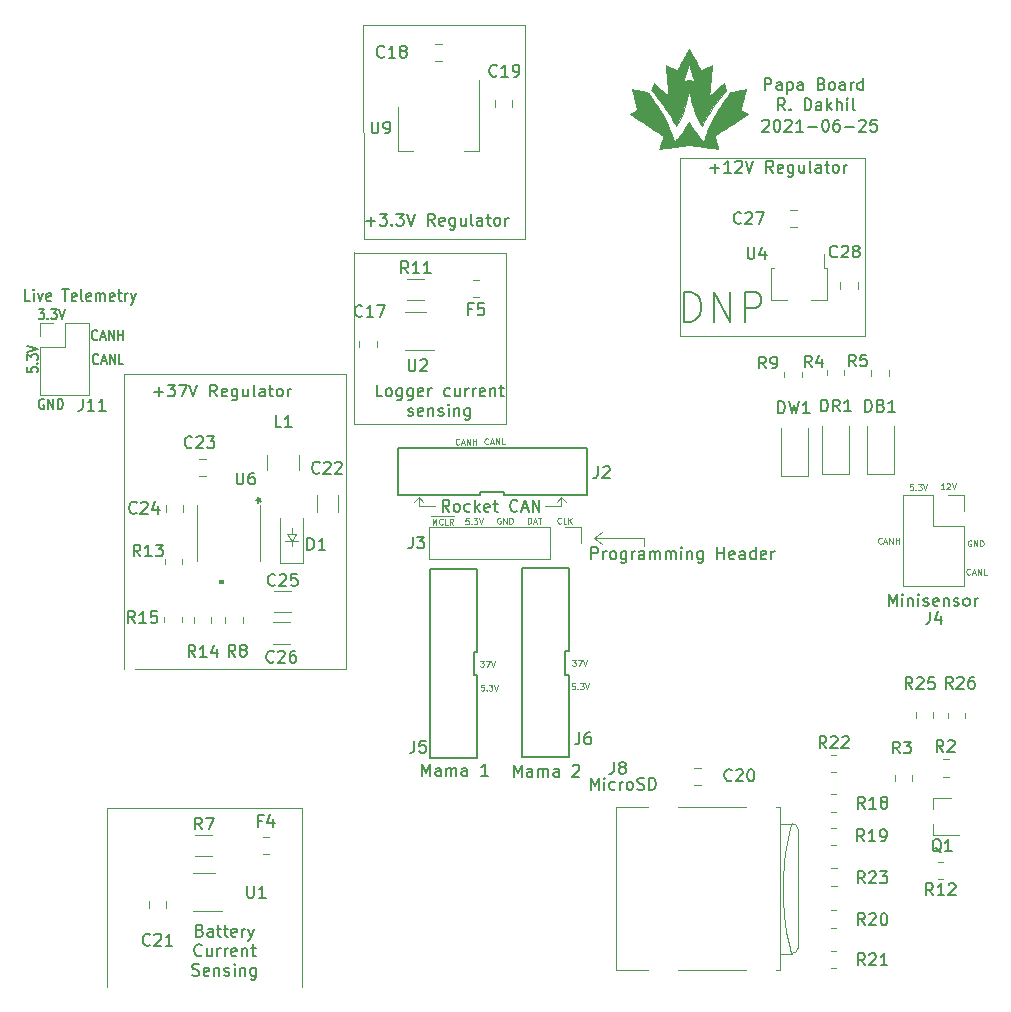
<source format=gbr>
G04 #@! TF.GenerationSoftware,KiCad,Pcbnew,(5.1.9)-1*
G04 #@! TF.CreationDate,2021-07-06T20:59:46-04:00*
G04 #@! TF.ProjectId,payload2020_base_board,7061796c-6f61-4643-9230-32305f626173,rev?*
G04 #@! TF.SameCoordinates,Original*
G04 #@! TF.FileFunction,Legend,Top*
G04 #@! TF.FilePolarity,Positive*
%FSLAX46Y46*%
G04 Gerber Fmt 4.6, Leading zero omitted, Abs format (unit mm)*
G04 Created by KiCad (PCBNEW (5.1.9)-1) date 2021-07-06 20:59:46*
%MOMM*%
%LPD*%
G01*
G04 APERTURE LIST*
%ADD10C,0.120000*%
%ADD11C,0.125000*%
%ADD12C,0.150000*%
%ADD13C,0.010000*%
%ADD14C,0.100000*%
G04 APERTURE END LIST*
D10*
X58557160Y-111556800D02*
X58557160Y-111947960D01*
X58557160Y-110413800D02*
X58557160Y-110942120D01*
X58155840Y-110952280D02*
X58948320Y-110952280D01*
X58557160Y-111541560D02*
X58155840Y-110952280D01*
X58958480Y-110947200D02*
X58557160Y-111541560D01*
X58013600Y-111546640D02*
X58567320Y-111541560D01*
X59105800Y-111546640D02*
X58013600Y-111546640D01*
D11*
X116098367Y-111489680D02*
X116050748Y-111465870D01*
X115979320Y-111465870D01*
X115907891Y-111489680D01*
X115860272Y-111537299D01*
X115836462Y-111584918D01*
X115812653Y-111680156D01*
X115812653Y-111751584D01*
X115836462Y-111846822D01*
X115860272Y-111894441D01*
X115907891Y-111942060D01*
X115979320Y-111965870D01*
X116026939Y-111965870D01*
X116098367Y-111942060D01*
X116122177Y-111918251D01*
X116122177Y-111751584D01*
X116026939Y-111751584D01*
X116336462Y-111965870D02*
X116336462Y-111465870D01*
X116622177Y-111965870D01*
X116622177Y-111465870D01*
X116860272Y-111965870D02*
X116860272Y-111465870D01*
X116979320Y-111465870D01*
X117050748Y-111489680D01*
X117098367Y-111537299D01*
X117122177Y-111584918D01*
X117145986Y-111680156D01*
X117145986Y-111751584D01*
X117122177Y-111846822D01*
X117098367Y-111894441D01*
X117050748Y-111942060D01*
X116979320Y-111965870D01*
X116860272Y-111965870D01*
X116011390Y-114310931D02*
X115987580Y-114334740D01*
X115916152Y-114358550D01*
X115868533Y-114358550D01*
X115797104Y-114334740D01*
X115749485Y-114287121D01*
X115725676Y-114239502D01*
X115701866Y-114144264D01*
X115701866Y-114072836D01*
X115725676Y-113977598D01*
X115749485Y-113929979D01*
X115797104Y-113882360D01*
X115868533Y-113858550D01*
X115916152Y-113858550D01*
X115987580Y-113882360D01*
X116011390Y-113906169D01*
X116201866Y-114215693D02*
X116439961Y-114215693D01*
X116154247Y-114358550D02*
X116320914Y-113858550D01*
X116487580Y-114358550D01*
X116654247Y-114358550D02*
X116654247Y-113858550D01*
X116939961Y-114358550D01*
X116939961Y-113858550D01*
X117416152Y-114358550D02*
X117178057Y-114358550D01*
X117178057Y-113858550D01*
X108535066Y-111689651D02*
X108511257Y-111713460D01*
X108439828Y-111737270D01*
X108392209Y-111737270D01*
X108320780Y-111713460D01*
X108273161Y-111665841D01*
X108249352Y-111618222D01*
X108225542Y-111522984D01*
X108225542Y-111451556D01*
X108249352Y-111356318D01*
X108273161Y-111308699D01*
X108320780Y-111261080D01*
X108392209Y-111237270D01*
X108439828Y-111237270D01*
X108511257Y-111261080D01*
X108535066Y-111284889D01*
X108725542Y-111594413D02*
X108963638Y-111594413D01*
X108677923Y-111737270D02*
X108844590Y-111237270D01*
X109011257Y-111737270D01*
X109177923Y-111737270D02*
X109177923Y-111237270D01*
X109463638Y-111737270D01*
X109463638Y-111237270D01*
X109701733Y-111737270D02*
X109701733Y-111237270D01*
X109701733Y-111475365D02*
X109987447Y-111475365D01*
X109987447Y-111737270D02*
X109987447Y-111237270D01*
X113827916Y-107139870D02*
X113542201Y-107139870D01*
X113685059Y-107139870D02*
X113685059Y-106639870D01*
X113637440Y-106711299D01*
X113589820Y-106758918D01*
X113542201Y-106782727D01*
X114018392Y-106687489D02*
X114042201Y-106663680D01*
X114089820Y-106639870D01*
X114208868Y-106639870D01*
X114256487Y-106663680D01*
X114280297Y-106687489D01*
X114304106Y-106735108D01*
X114304106Y-106782727D01*
X114280297Y-106854156D01*
X113994582Y-107139870D01*
X114304106Y-107139870D01*
X114446963Y-106639870D02*
X114613630Y-107139870D01*
X114780297Y-106639870D01*
X111165379Y-106710990D02*
X110927283Y-106710990D01*
X110903474Y-106949085D01*
X110927283Y-106925276D01*
X110974902Y-106901466D01*
X111093950Y-106901466D01*
X111141569Y-106925276D01*
X111165379Y-106949085D01*
X111189188Y-106996704D01*
X111189188Y-107115752D01*
X111165379Y-107163371D01*
X111141569Y-107187180D01*
X111093950Y-107210990D01*
X110974902Y-107210990D01*
X110927283Y-107187180D01*
X110903474Y-107163371D01*
X111403474Y-107163371D02*
X111427283Y-107187180D01*
X111403474Y-107210990D01*
X111379664Y-107187180D01*
X111403474Y-107163371D01*
X111403474Y-107210990D01*
X111593950Y-106710990D02*
X111903474Y-106710990D01*
X111736807Y-106901466D01*
X111808236Y-106901466D01*
X111855855Y-106925276D01*
X111879664Y-106949085D01*
X111903474Y-106996704D01*
X111903474Y-107115752D01*
X111879664Y-107163371D01*
X111855855Y-107187180D01*
X111808236Y-107210990D01*
X111665379Y-107210990D01*
X111617760Y-107187180D01*
X111593950Y-107163371D01*
X112046331Y-106710990D02*
X112212998Y-107210990D01*
X112379664Y-106710990D01*
X81378620Y-109992931D02*
X81354811Y-110016740D01*
X81283382Y-110040550D01*
X81235763Y-110040550D01*
X81164335Y-110016740D01*
X81116716Y-109969121D01*
X81092906Y-109921502D01*
X81069097Y-109826264D01*
X81069097Y-109754836D01*
X81092906Y-109659598D01*
X81116716Y-109611979D01*
X81164335Y-109564360D01*
X81235763Y-109540550D01*
X81283382Y-109540550D01*
X81354811Y-109564360D01*
X81378620Y-109588169D01*
X81831001Y-110040550D02*
X81592906Y-110040550D01*
X81592906Y-109540550D01*
X81997668Y-110040550D02*
X81997668Y-109540550D01*
X82283382Y-110040550D02*
X82069097Y-109754836D01*
X82283382Y-109540550D02*
X81997668Y-109826264D01*
X78575125Y-110040550D02*
X78575125Y-109540550D01*
X78694173Y-109540550D01*
X78765601Y-109564360D01*
X78813220Y-109611979D01*
X78837030Y-109659598D01*
X78860840Y-109754836D01*
X78860840Y-109826264D01*
X78837030Y-109921502D01*
X78813220Y-109969121D01*
X78765601Y-110016740D01*
X78694173Y-110040550D01*
X78575125Y-110040550D01*
X79051316Y-109897693D02*
X79289411Y-109897693D01*
X79003697Y-110040550D02*
X79170363Y-109540550D01*
X79337030Y-110040550D01*
X79432268Y-109540550D02*
X79717982Y-109540550D01*
X79575125Y-110040550D02*
X79575125Y-109540550D01*
X76250847Y-109569440D02*
X76203228Y-109545630D01*
X76131800Y-109545630D01*
X76060371Y-109569440D01*
X76012752Y-109617059D01*
X75988942Y-109664678D01*
X75965133Y-109759916D01*
X75965133Y-109831344D01*
X75988942Y-109926582D01*
X76012752Y-109974201D01*
X76060371Y-110021820D01*
X76131800Y-110045630D01*
X76179419Y-110045630D01*
X76250847Y-110021820D01*
X76274657Y-109998011D01*
X76274657Y-109831344D01*
X76179419Y-109831344D01*
X76488942Y-110045630D02*
X76488942Y-109545630D01*
X76774657Y-110045630D01*
X76774657Y-109545630D01*
X77012752Y-110045630D02*
X77012752Y-109545630D01*
X77131800Y-109545630D01*
X77203228Y-109569440D01*
X77250847Y-109617059D01*
X77274657Y-109664678D01*
X77298466Y-109759916D01*
X77298466Y-109831344D01*
X77274657Y-109926582D01*
X77250847Y-109974201D01*
X77203228Y-110021820D01*
X77131800Y-110045630D01*
X77012752Y-110045630D01*
X73547979Y-109586270D02*
X73309883Y-109586270D01*
X73286074Y-109824365D01*
X73309883Y-109800556D01*
X73357502Y-109776746D01*
X73476550Y-109776746D01*
X73524169Y-109800556D01*
X73547979Y-109824365D01*
X73571788Y-109871984D01*
X73571788Y-109991032D01*
X73547979Y-110038651D01*
X73524169Y-110062460D01*
X73476550Y-110086270D01*
X73357502Y-110086270D01*
X73309883Y-110062460D01*
X73286074Y-110038651D01*
X73786074Y-110038651D02*
X73809883Y-110062460D01*
X73786074Y-110086270D01*
X73762264Y-110062460D01*
X73786074Y-110038651D01*
X73786074Y-110086270D01*
X73976550Y-109586270D02*
X74286074Y-109586270D01*
X74119407Y-109776746D01*
X74190836Y-109776746D01*
X74238455Y-109800556D01*
X74262264Y-109824365D01*
X74286074Y-109871984D01*
X74286074Y-109991032D01*
X74262264Y-110038651D01*
X74238455Y-110062460D01*
X74190836Y-110086270D01*
X74047979Y-110086270D01*
X74000360Y-110062460D01*
X73976550Y-110038651D01*
X74428931Y-109586270D02*
X74595598Y-110086270D01*
X74762264Y-109586270D01*
X70375744Y-109378220D02*
X70947173Y-109378220D01*
X70494792Y-110126910D02*
X70494792Y-109626910D01*
X70661459Y-109984053D01*
X70828125Y-109626910D01*
X70828125Y-110126910D01*
X70947173Y-109378220D02*
X71447173Y-109378220D01*
X71351935Y-110079291D02*
X71328125Y-110103100D01*
X71256697Y-110126910D01*
X71209078Y-110126910D01*
X71137649Y-110103100D01*
X71090030Y-110055481D01*
X71066220Y-110007862D01*
X71042411Y-109912624D01*
X71042411Y-109841196D01*
X71066220Y-109745958D01*
X71090030Y-109698339D01*
X71137649Y-109650720D01*
X71209078Y-109626910D01*
X71256697Y-109626910D01*
X71328125Y-109650720D01*
X71351935Y-109674529D01*
X71447173Y-109378220D02*
X71851935Y-109378220D01*
X71804316Y-110126910D02*
X71566220Y-110126910D01*
X71566220Y-109626910D01*
X71851935Y-109378220D02*
X72351935Y-109378220D01*
X72256697Y-110126910D02*
X72090030Y-109888815D01*
X71970982Y-110126910D02*
X71970982Y-109626910D01*
X72161459Y-109626910D01*
X72209078Y-109650720D01*
X72232887Y-109674529D01*
X72256697Y-109722148D01*
X72256697Y-109793577D01*
X72232887Y-109841196D01*
X72209078Y-109865005D01*
X72161459Y-109888815D01*
X71970982Y-109888815D01*
X75198670Y-103287331D02*
X75174860Y-103311140D01*
X75103432Y-103334950D01*
X75055813Y-103334950D01*
X74984384Y-103311140D01*
X74936765Y-103263521D01*
X74912956Y-103215902D01*
X74889146Y-103120664D01*
X74889146Y-103049236D01*
X74912956Y-102953998D01*
X74936765Y-102906379D01*
X74984384Y-102858760D01*
X75055813Y-102834950D01*
X75103432Y-102834950D01*
X75174860Y-102858760D01*
X75198670Y-102882569D01*
X75389146Y-103192093D02*
X75627241Y-103192093D01*
X75341527Y-103334950D02*
X75508194Y-102834950D01*
X75674860Y-103334950D01*
X75841527Y-103334950D02*
X75841527Y-102834950D01*
X76127241Y-103334950D01*
X76127241Y-102834950D01*
X76603432Y-103334950D02*
X76365337Y-103334950D01*
X76365337Y-102834950D01*
X72751546Y-103302571D02*
X72727737Y-103326380D01*
X72656308Y-103350190D01*
X72608689Y-103350190D01*
X72537260Y-103326380D01*
X72489641Y-103278761D01*
X72465832Y-103231142D01*
X72442022Y-103135904D01*
X72442022Y-103064476D01*
X72465832Y-102969238D01*
X72489641Y-102921619D01*
X72537260Y-102874000D01*
X72608689Y-102850190D01*
X72656308Y-102850190D01*
X72727737Y-102874000D01*
X72751546Y-102897809D01*
X72942022Y-103207333D02*
X73180118Y-103207333D01*
X72894403Y-103350190D02*
X73061070Y-102850190D01*
X73227737Y-103350190D01*
X73394403Y-103350190D02*
X73394403Y-102850190D01*
X73680118Y-103350190D01*
X73680118Y-102850190D01*
X73918213Y-103350190D02*
X73918213Y-102850190D01*
X73918213Y-103088285D02*
X74203927Y-103088285D01*
X74203927Y-103350190D02*
X74203927Y-102850190D01*
D10*
X69342000Y-107823000D02*
X69723000Y-108204000D01*
X69342000Y-108585000D02*
X69342000Y-107823000D01*
X68961000Y-108204000D02*
X69342000Y-107823000D01*
X69342000Y-108585000D02*
X70739000Y-108585000D01*
X81407000Y-107823000D02*
X81788000Y-108204000D01*
X81026000Y-108204000D02*
X81407000Y-107823000D01*
X81407000Y-107823000D02*
X81026000Y-108204000D01*
X81407000Y-108585000D02*
X81407000Y-107823000D01*
X80010000Y-108585000D02*
X81407000Y-108585000D01*
D12*
X42191085Y-96460428D02*
X42155371Y-96503285D01*
X42048228Y-96546142D01*
X41976800Y-96546142D01*
X41869657Y-96503285D01*
X41798228Y-96417571D01*
X41762514Y-96331857D01*
X41726800Y-96160428D01*
X41726800Y-96031857D01*
X41762514Y-95860428D01*
X41798228Y-95774714D01*
X41869657Y-95689000D01*
X41976800Y-95646142D01*
X42048228Y-95646142D01*
X42155371Y-95689000D01*
X42191085Y-95731857D01*
X42476800Y-96289000D02*
X42833942Y-96289000D01*
X42405371Y-96546142D02*
X42655371Y-95646142D01*
X42905371Y-96546142D01*
X43155371Y-96546142D02*
X43155371Y-95646142D01*
X43583942Y-96546142D01*
X43583942Y-95646142D01*
X44298228Y-96546142D02*
X43941085Y-96546142D01*
X43941085Y-95646142D01*
X42127200Y-94453828D02*
X42091485Y-94496685D01*
X41984342Y-94539542D01*
X41912914Y-94539542D01*
X41805771Y-94496685D01*
X41734342Y-94410971D01*
X41698628Y-94325257D01*
X41662914Y-94153828D01*
X41662914Y-94025257D01*
X41698628Y-93853828D01*
X41734342Y-93768114D01*
X41805771Y-93682400D01*
X41912914Y-93639542D01*
X41984342Y-93639542D01*
X42091485Y-93682400D01*
X42127200Y-93725257D01*
X42412914Y-94282400D02*
X42770057Y-94282400D01*
X42341485Y-94539542D02*
X42591485Y-93639542D01*
X42841485Y-94539542D01*
X43091485Y-94539542D02*
X43091485Y-93639542D01*
X43520057Y-94539542D01*
X43520057Y-93639542D01*
X43877200Y-94539542D02*
X43877200Y-93639542D01*
X43877200Y-94068114D02*
X44305771Y-94068114D01*
X44305771Y-94539542D02*
X44305771Y-93639542D01*
X37604771Y-99524400D02*
X37533342Y-99481542D01*
X37426200Y-99481542D01*
X37319057Y-99524400D01*
X37247628Y-99610114D01*
X37211914Y-99695828D01*
X37176200Y-99867257D01*
X37176200Y-99995828D01*
X37211914Y-100167257D01*
X37247628Y-100252971D01*
X37319057Y-100338685D01*
X37426200Y-100381542D01*
X37497628Y-100381542D01*
X37604771Y-100338685D01*
X37640485Y-100295828D01*
X37640485Y-99995828D01*
X37497628Y-99995828D01*
X37961914Y-100381542D02*
X37961914Y-99481542D01*
X38390485Y-100381542D01*
X38390485Y-99481542D01*
X38747628Y-100381542D02*
X38747628Y-99481542D01*
X38926200Y-99481542D01*
X39033342Y-99524400D01*
X39104771Y-99610114D01*
X39140485Y-99695828D01*
X39176200Y-99867257D01*
X39176200Y-99995828D01*
X39140485Y-100167257D01*
X39104771Y-100252971D01*
X39033342Y-100338685D01*
X38926200Y-100381542D01*
X38747628Y-100381542D01*
X37145257Y-91861542D02*
X37609542Y-91861542D01*
X37359542Y-92204400D01*
X37466685Y-92204400D01*
X37538114Y-92247257D01*
X37573828Y-92290114D01*
X37609542Y-92375828D01*
X37609542Y-92590114D01*
X37573828Y-92675828D01*
X37538114Y-92718685D01*
X37466685Y-92761542D01*
X37252400Y-92761542D01*
X37180971Y-92718685D01*
X37145257Y-92675828D01*
X37930971Y-92675828D02*
X37966685Y-92718685D01*
X37930971Y-92761542D01*
X37895257Y-92718685D01*
X37930971Y-92675828D01*
X37930971Y-92761542D01*
X38216685Y-91861542D02*
X38680971Y-91861542D01*
X38430971Y-92204400D01*
X38538114Y-92204400D01*
X38609542Y-92247257D01*
X38645257Y-92290114D01*
X38680971Y-92375828D01*
X38680971Y-92590114D01*
X38645257Y-92675828D01*
X38609542Y-92718685D01*
X38538114Y-92761542D01*
X38323828Y-92761542D01*
X38252400Y-92718685D01*
X38216685Y-92675828D01*
X38895257Y-91861542D02*
X39145257Y-92761542D01*
X39395257Y-91861542D01*
X36159342Y-96817571D02*
X36159342Y-97174714D01*
X36587914Y-97210428D01*
X36545057Y-97174714D01*
X36502200Y-97103285D01*
X36502200Y-96924714D01*
X36545057Y-96853285D01*
X36587914Y-96817571D01*
X36673628Y-96781857D01*
X36887914Y-96781857D01*
X36973628Y-96817571D01*
X37016485Y-96853285D01*
X37059342Y-96924714D01*
X37059342Y-97103285D01*
X37016485Y-97174714D01*
X36973628Y-97210428D01*
X36973628Y-96460428D02*
X37016485Y-96424714D01*
X37059342Y-96460428D01*
X37016485Y-96496142D01*
X36973628Y-96460428D01*
X37059342Y-96460428D01*
X36159342Y-96174714D02*
X36159342Y-95710428D01*
X36502200Y-95960428D01*
X36502200Y-95853285D01*
X36545057Y-95781857D01*
X36587914Y-95746142D01*
X36673628Y-95710428D01*
X36887914Y-95710428D01*
X36973628Y-95746142D01*
X37016485Y-95781857D01*
X37059342Y-95853285D01*
X37059342Y-96067571D01*
X37016485Y-96139000D01*
X36973628Y-96174714D01*
X36159342Y-95496142D02*
X37059342Y-95246142D01*
X36159342Y-94996142D01*
D11*
X74833219Y-123678190D02*
X74595123Y-123678190D01*
X74571314Y-123916285D01*
X74595123Y-123892476D01*
X74642742Y-123868666D01*
X74761790Y-123868666D01*
X74809409Y-123892476D01*
X74833219Y-123916285D01*
X74857028Y-123963904D01*
X74857028Y-124082952D01*
X74833219Y-124130571D01*
X74809409Y-124154380D01*
X74761790Y-124178190D01*
X74642742Y-124178190D01*
X74595123Y-124154380D01*
X74571314Y-124130571D01*
X75071314Y-124130571D02*
X75095123Y-124154380D01*
X75071314Y-124178190D01*
X75047504Y-124154380D01*
X75071314Y-124130571D01*
X75071314Y-124178190D01*
X75261790Y-123678190D02*
X75571314Y-123678190D01*
X75404647Y-123868666D01*
X75476076Y-123868666D01*
X75523695Y-123892476D01*
X75547504Y-123916285D01*
X75571314Y-123963904D01*
X75571314Y-124082952D01*
X75547504Y-124130571D01*
X75523695Y-124154380D01*
X75476076Y-124178190D01*
X75333219Y-124178190D01*
X75285600Y-124154380D01*
X75261790Y-124130571D01*
X75714171Y-123678190D02*
X75880838Y-124178190D01*
X76047504Y-123678190D01*
X74514152Y-121646190D02*
X74823676Y-121646190D01*
X74657009Y-121836666D01*
X74728438Y-121836666D01*
X74776057Y-121860476D01*
X74799866Y-121884285D01*
X74823676Y-121931904D01*
X74823676Y-122050952D01*
X74799866Y-122098571D01*
X74776057Y-122122380D01*
X74728438Y-122146190D01*
X74585580Y-122146190D01*
X74537961Y-122122380D01*
X74514152Y-122098571D01*
X74990342Y-121646190D02*
X75323676Y-121646190D01*
X75109390Y-122146190D01*
X75442723Y-121646190D02*
X75609390Y-122146190D01*
X75776057Y-121646190D01*
X82337352Y-121595390D02*
X82646876Y-121595390D01*
X82480209Y-121785866D01*
X82551638Y-121785866D01*
X82599257Y-121809676D01*
X82623066Y-121833485D01*
X82646876Y-121881104D01*
X82646876Y-122000152D01*
X82623066Y-122047771D01*
X82599257Y-122071580D01*
X82551638Y-122095390D01*
X82408780Y-122095390D01*
X82361161Y-122071580D01*
X82337352Y-122047771D01*
X82813542Y-121595390D02*
X83146876Y-121595390D01*
X82932590Y-122095390D01*
X83265923Y-121595390D02*
X83432590Y-122095390D01*
X83599257Y-121595390D01*
X82554819Y-123576590D02*
X82316723Y-123576590D01*
X82292914Y-123814685D01*
X82316723Y-123790876D01*
X82364342Y-123767066D01*
X82483390Y-123767066D01*
X82531009Y-123790876D01*
X82554819Y-123814685D01*
X82578628Y-123862304D01*
X82578628Y-123981352D01*
X82554819Y-124028971D01*
X82531009Y-124052780D01*
X82483390Y-124076590D01*
X82364342Y-124076590D01*
X82316723Y-124052780D01*
X82292914Y-124028971D01*
X82792914Y-124028971D02*
X82816723Y-124052780D01*
X82792914Y-124076590D01*
X82769104Y-124052780D01*
X82792914Y-124028971D01*
X82792914Y-124076590D01*
X82983390Y-123576590D02*
X83292914Y-123576590D01*
X83126247Y-123767066D01*
X83197676Y-123767066D01*
X83245295Y-123790876D01*
X83269104Y-123814685D01*
X83292914Y-123862304D01*
X83292914Y-123981352D01*
X83269104Y-124028971D01*
X83245295Y-124052780D01*
X83197676Y-124076590D01*
X83054819Y-124076590D01*
X83007200Y-124052780D01*
X82983390Y-124028971D01*
X83435771Y-123576590D02*
X83602438Y-124076590D01*
X83769104Y-123576590D01*
D10*
X84201000Y-111226600D02*
X84810600Y-111734600D01*
X84201000Y-111226600D02*
X84836000Y-110794800D01*
X88392000Y-111226600D02*
X84201000Y-111226600D01*
X88417400Y-111963200D02*
X88392000Y-111226600D01*
X44383960Y-97383600D02*
X63129160Y-97391220D01*
X44383960Y-122351800D02*
X44383960Y-97383600D01*
X63141860Y-122359420D02*
X45341540Y-122364500D01*
X63129160Y-97391220D02*
X63141860Y-122359420D01*
X42905680Y-149285960D02*
X42895520Y-134119620D01*
X59481720Y-134119620D02*
X42895520Y-134119620D01*
X59481720Y-149296120D02*
X59481720Y-134119620D01*
D12*
X98619513Y-73332600D02*
X98619513Y-72332600D01*
X99000465Y-72332600D01*
X99095703Y-72380220D01*
X99143322Y-72427839D01*
X99190941Y-72523077D01*
X99190941Y-72665934D01*
X99143322Y-72761172D01*
X99095703Y-72808791D01*
X99000465Y-72856410D01*
X98619513Y-72856410D01*
X100048084Y-73332600D02*
X100048084Y-72808791D01*
X100000465Y-72713553D01*
X99905227Y-72665934D01*
X99714751Y-72665934D01*
X99619513Y-72713553D01*
X100048084Y-73284981D02*
X99952846Y-73332600D01*
X99714751Y-73332600D01*
X99619513Y-73284981D01*
X99571894Y-73189743D01*
X99571894Y-73094505D01*
X99619513Y-72999267D01*
X99714751Y-72951648D01*
X99952846Y-72951648D01*
X100048084Y-72904029D01*
X100524275Y-72665934D02*
X100524275Y-73665934D01*
X100524275Y-72713553D02*
X100619513Y-72665934D01*
X100809989Y-72665934D01*
X100905227Y-72713553D01*
X100952846Y-72761172D01*
X101000465Y-72856410D01*
X101000465Y-73142124D01*
X100952846Y-73237362D01*
X100905227Y-73284981D01*
X100809989Y-73332600D01*
X100619513Y-73332600D01*
X100524275Y-73284981D01*
X101857608Y-73332600D02*
X101857608Y-72808791D01*
X101809989Y-72713553D01*
X101714751Y-72665934D01*
X101524275Y-72665934D01*
X101429037Y-72713553D01*
X101857608Y-73284981D02*
X101762370Y-73332600D01*
X101524275Y-73332600D01*
X101429037Y-73284981D01*
X101381418Y-73189743D01*
X101381418Y-73094505D01*
X101429037Y-72999267D01*
X101524275Y-72951648D01*
X101762370Y-72951648D01*
X101857608Y-72904029D01*
X103429037Y-72808791D02*
X103571894Y-72856410D01*
X103619513Y-72904029D01*
X103667132Y-72999267D01*
X103667132Y-73142124D01*
X103619513Y-73237362D01*
X103571894Y-73284981D01*
X103476656Y-73332600D01*
X103095703Y-73332600D01*
X103095703Y-72332600D01*
X103429037Y-72332600D01*
X103524275Y-72380220D01*
X103571894Y-72427839D01*
X103619513Y-72523077D01*
X103619513Y-72618315D01*
X103571894Y-72713553D01*
X103524275Y-72761172D01*
X103429037Y-72808791D01*
X103095703Y-72808791D01*
X104238560Y-73332600D02*
X104143322Y-73284981D01*
X104095703Y-73237362D01*
X104048084Y-73142124D01*
X104048084Y-72856410D01*
X104095703Y-72761172D01*
X104143322Y-72713553D01*
X104238560Y-72665934D01*
X104381418Y-72665934D01*
X104476656Y-72713553D01*
X104524275Y-72761172D01*
X104571894Y-72856410D01*
X104571894Y-73142124D01*
X104524275Y-73237362D01*
X104476656Y-73284981D01*
X104381418Y-73332600D01*
X104238560Y-73332600D01*
X105429037Y-73332600D02*
X105429037Y-72808791D01*
X105381418Y-72713553D01*
X105286180Y-72665934D01*
X105095703Y-72665934D01*
X105000465Y-72713553D01*
X105429037Y-73284981D02*
X105333799Y-73332600D01*
X105095703Y-73332600D01*
X105000465Y-73284981D01*
X104952846Y-73189743D01*
X104952846Y-73094505D01*
X105000465Y-72999267D01*
X105095703Y-72951648D01*
X105333799Y-72951648D01*
X105429037Y-72904029D01*
X105905227Y-73332600D02*
X105905227Y-72665934D01*
X105905227Y-72856410D02*
X105952846Y-72761172D01*
X106000465Y-72713553D01*
X106095703Y-72665934D01*
X106190941Y-72665934D01*
X106952846Y-73332600D02*
X106952846Y-72332600D01*
X106952846Y-73284981D02*
X106857608Y-73332600D01*
X106667132Y-73332600D01*
X106571894Y-73284981D01*
X106524275Y-73237362D01*
X106476656Y-73142124D01*
X106476656Y-72856410D01*
X106524275Y-72761172D01*
X106571894Y-72713553D01*
X106667132Y-72665934D01*
X106857608Y-72665934D01*
X106952846Y-72713553D01*
X98424337Y-75945739D02*
X98471956Y-75898120D01*
X98567194Y-75850500D01*
X98805289Y-75850500D01*
X98900527Y-75898120D01*
X98948146Y-75945739D01*
X98995765Y-76040977D01*
X98995765Y-76136215D01*
X98948146Y-76279072D01*
X98376718Y-76850500D01*
X98995765Y-76850500D01*
X99614813Y-75850500D02*
X99710051Y-75850500D01*
X99805289Y-75898120D01*
X99852908Y-75945739D01*
X99900527Y-76040977D01*
X99948146Y-76231453D01*
X99948146Y-76469548D01*
X99900527Y-76660024D01*
X99852908Y-76755262D01*
X99805289Y-76802881D01*
X99710051Y-76850500D01*
X99614813Y-76850500D01*
X99519575Y-76802881D01*
X99471956Y-76755262D01*
X99424337Y-76660024D01*
X99376718Y-76469548D01*
X99376718Y-76231453D01*
X99424337Y-76040977D01*
X99471956Y-75945739D01*
X99519575Y-75898120D01*
X99614813Y-75850500D01*
X100329099Y-75945739D02*
X100376718Y-75898120D01*
X100471956Y-75850500D01*
X100710051Y-75850500D01*
X100805289Y-75898120D01*
X100852908Y-75945739D01*
X100900527Y-76040977D01*
X100900527Y-76136215D01*
X100852908Y-76279072D01*
X100281480Y-76850500D01*
X100900527Y-76850500D01*
X101852908Y-76850500D02*
X101281480Y-76850500D01*
X101567194Y-76850500D02*
X101567194Y-75850500D01*
X101471956Y-75993358D01*
X101376718Y-76088596D01*
X101281480Y-76136215D01*
X102281480Y-76469548D02*
X103043384Y-76469548D01*
X103710051Y-75850500D02*
X103805289Y-75850500D01*
X103900527Y-75898120D01*
X103948146Y-75945739D01*
X103995765Y-76040977D01*
X104043384Y-76231453D01*
X104043384Y-76469548D01*
X103995765Y-76660024D01*
X103948146Y-76755262D01*
X103900527Y-76802881D01*
X103805289Y-76850500D01*
X103710051Y-76850500D01*
X103614813Y-76802881D01*
X103567194Y-76755262D01*
X103519575Y-76660024D01*
X103471956Y-76469548D01*
X103471956Y-76231453D01*
X103519575Y-76040977D01*
X103567194Y-75945739D01*
X103614813Y-75898120D01*
X103710051Y-75850500D01*
X104900527Y-75850500D02*
X104710051Y-75850500D01*
X104614813Y-75898120D01*
X104567194Y-75945739D01*
X104471956Y-76088596D01*
X104424337Y-76279072D01*
X104424337Y-76660024D01*
X104471956Y-76755262D01*
X104519575Y-76802881D01*
X104614813Y-76850500D01*
X104805289Y-76850500D01*
X104900527Y-76802881D01*
X104948146Y-76755262D01*
X104995765Y-76660024D01*
X104995765Y-76421929D01*
X104948146Y-76326691D01*
X104900527Y-76279072D01*
X104805289Y-76231453D01*
X104614813Y-76231453D01*
X104519575Y-76279072D01*
X104471956Y-76326691D01*
X104424337Y-76421929D01*
X105424337Y-76469548D02*
X106186241Y-76469548D01*
X106614813Y-75945739D02*
X106662432Y-75898120D01*
X106757670Y-75850500D01*
X106995765Y-75850500D01*
X107091003Y-75898120D01*
X107138622Y-75945739D01*
X107186241Y-76040977D01*
X107186241Y-76136215D01*
X107138622Y-76279072D01*
X106567194Y-76850500D01*
X107186241Y-76850500D01*
X108091003Y-75850500D02*
X107614813Y-75850500D01*
X107567194Y-76326691D01*
X107614813Y-76279072D01*
X107710051Y-76231453D01*
X107948146Y-76231453D01*
X108043384Y-76279072D01*
X108091003Y-76326691D01*
X108138622Y-76421929D01*
X108138622Y-76660024D01*
X108091003Y-76755262D01*
X108043384Y-76802881D01*
X107948146Y-76850500D01*
X107710051Y-76850500D01*
X107614813Y-76802881D01*
X107567194Y-76755262D01*
X100332232Y-75047100D02*
X99998899Y-74570910D01*
X99760803Y-75047100D02*
X99760803Y-74047100D01*
X100141756Y-74047100D01*
X100236994Y-74094720D01*
X100284613Y-74142339D01*
X100332232Y-74237577D01*
X100332232Y-74380434D01*
X100284613Y-74475672D01*
X100236994Y-74523291D01*
X100141756Y-74570910D01*
X99760803Y-74570910D01*
X100760803Y-74951862D02*
X100808422Y-74999481D01*
X100760803Y-75047100D01*
X100713184Y-74999481D01*
X100760803Y-74951862D01*
X100760803Y-75047100D01*
X101998899Y-75047100D02*
X101998899Y-74047100D01*
X102236994Y-74047100D01*
X102379851Y-74094720D01*
X102475089Y-74189958D01*
X102522708Y-74285196D01*
X102570327Y-74475672D01*
X102570327Y-74618529D01*
X102522708Y-74809005D01*
X102475089Y-74904243D01*
X102379851Y-74999481D01*
X102236994Y-75047100D01*
X101998899Y-75047100D01*
X103427470Y-75047100D02*
X103427470Y-74523291D01*
X103379851Y-74428053D01*
X103284613Y-74380434D01*
X103094137Y-74380434D01*
X102998899Y-74428053D01*
X103427470Y-74999481D02*
X103332232Y-75047100D01*
X103094137Y-75047100D01*
X102998899Y-74999481D01*
X102951280Y-74904243D01*
X102951280Y-74809005D01*
X102998899Y-74713767D01*
X103094137Y-74666148D01*
X103332232Y-74666148D01*
X103427470Y-74618529D01*
X103903660Y-75047100D02*
X103903660Y-74047100D01*
X103998899Y-74666148D02*
X104284613Y-75047100D01*
X104284613Y-74380434D02*
X103903660Y-74761386D01*
X104713184Y-75047100D02*
X104713184Y-74047100D01*
X105141756Y-75047100D02*
X105141756Y-74523291D01*
X105094137Y-74428053D01*
X104998899Y-74380434D01*
X104856041Y-74380434D01*
X104760803Y-74428053D01*
X104713184Y-74475672D01*
X105617946Y-75047100D02*
X105617946Y-74380434D01*
X105617946Y-74047100D02*
X105570327Y-74094720D01*
X105617946Y-74142339D01*
X105665565Y-74094720D01*
X105617946Y-74047100D01*
X105617946Y-74142339D01*
X106236994Y-75047100D02*
X106141756Y-74999481D01*
X106094137Y-74904243D01*
X106094137Y-74047100D01*
X50801211Y-144496211D02*
X50944068Y-144543830D01*
X50991687Y-144591449D01*
X51039306Y-144686687D01*
X51039306Y-144829544D01*
X50991687Y-144924782D01*
X50944068Y-144972401D01*
X50848830Y-145020020D01*
X50467878Y-145020020D01*
X50467878Y-144020020D01*
X50801211Y-144020020D01*
X50896449Y-144067640D01*
X50944068Y-144115259D01*
X50991687Y-144210497D01*
X50991687Y-144305735D01*
X50944068Y-144400973D01*
X50896449Y-144448592D01*
X50801211Y-144496211D01*
X50467878Y-144496211D01*
X51896449Y-145020020D02*
X51896449Y-144496211D01*
X51848830Y-144400973D01*
X51753592Y-144353354D01*
X51563116Y-144353354D01*
X51467878Y-144400973D01*
X51896449Y-144972401D02*
X51801211Y-145020020D01*
X51563116Y-145020020D01*
X51467878Y-144972401D01*
X51420259Y-144877163D01*
X51420259Y-144781925D01*
X51467878Y-144686687D01*
X51563116Y-144639068D01*
X51801211Y-144639068D01*
X51896449Y-144591449D01*
X52229782Y-144353354D02*
X52610735Y-144353354D01*
X52372640Y-144020020D02*
X52372640Y-144877163D01*
X52420259Y-144972401D01*
X52515497Y-145020020D01*
X52610735Y-145020020D01*
X52801211Y-144353354D02*
X53182163Y-144353354D01*
X52944068Y-144020020D02*
X52944068Y-144877163D01*
X52991687Y-144972401D01*
X53086925Y-145020020D01*
X53182163Y-145020020D01*
X53896449Y-144972401D02*
X53801211Y-145020020D01*
X53610735Y-145020020D01*
X53515497Y-144972401D01*
X53467878Y-144877163D01*
X53467878Y-144496211D01*
X53515497Y-144400973D01*
X53610735Y-144353354D01*
X53801211Y-144353354D01*
X53896449Y-144400973D01*
X53944068Y-144496211D01*
X53944068Y-144591449D01*
X53467878Y-144686687D01*
X54372640Y-145020020D02*
X54372640Y-144353354D01*
X54372640Y-144543830D02*
X54420259Y-144448592D01*
X54467878Y-144400973D01*
X54563116Y-144353354D01*
X54658354Y-144353354D01*
X54896449Y-144353354D02*
X55134544Y-145020020D01*
X55372640Y-144353354D02*
X55134544Y-145020020D01*
X55039306Y-145258116D01*
X54991687Y-145305735D01*
X54896449Y-145353354D01*
X50944068Y-146574782D02*
X50896449Y-146622401D01*
X50753592Y-146670020D01*
X50658354Y-146670020D01*
X50515497Y-146622401D01*
X50420259Y-146527163D01*
X50372640Y-146431925D01*
X50325020Y-146241449D01*
X50325020Y-146098592D01*
X50372640Y-145908116D01*
X50420259Y-145812878D01*
X50515497Y-145717640D01*
X50658354Y-145670020D01*
X50753592Y-145670020D01*
X50896449Y-145717640D01*
X50944068Y-145765259D01*
X51801211Y-146003354D02*
X51801211Y-146670020D01*
X51372640Y-146003354D02*
X51372640Y-146527163D01*
X51420259Y-146622401D01*
X51515497Y-146670020D01*
X51658354Y-146670020D01*
X51753592Y-146622401D01*
X51801211Y-146574782D01*
X52277401Y-146670020D02*
X52277401Y-146003354D01*
X52277401Y-146193830D02*
X52325020Y-146098592D01*
X52372640Y-146050973D01*
X52467878Y-146003354D01*
X52563116Y-146003354D01*
X52896449Y-146670020D02*
X52896449Y-146003354D01*
X52896449Y-146193830D02*
X52944068Y-146098592D01*
X52991687Y-146050973D01*
X53086925Y-146003354D01*
X53182163Y-146003354D01*
X53896449Y-146622401D02*
X53801211Y-146670020D01*
X53610735Y-146670020D01*
X53515497Y-146622401D01*
X53467878Y-146527163D01*
X53467878Y-146146211D01*
X53515497Y-146050973D01*
X53610735Y-146003354D01*
X53801211Y-146003354D01*
X53896449Y-146050973D01*
X53944068Y-146146211D01*
X53944068Y-146241449D01*
X53467878Y-146336687D01*
X54372640Y-146003354D02*
X54372640Y-146670020D01*
X54372640Y-146098592D02*
X54420259Y-146050973D01*
X54515497Y-146003354D01*
X54658354Y-146003354D01*
X54753592Y-146050973D01*
X54801211Y-146146211D01*
X54801211Y-146670020D01*
X55134544Y-146003354D02*
X55515497Y-146003354D01*
X55277401Y-145670020D02*
X55277401Y-146527163D01*
X55325020Y-146622401D01*
X55420259Y-146670020D01*
X55515497Y-146670020D01*
X50158354Y-148272401D02*
X50301211Y-148320020D01*
X50539306Y-148320020D01*
X50634544Y-148272401D01*
X50682163Y-148224782D01*
X50729782Y-148129544D01*
X50729782Y-148034306D01*
X50682163Y-147939068D01*
X50634544Y-147891449D01*
X50539306Y-147843830D01*
X50348830Y-147796211D01*
X50253592Y-147748592D01*
X50205973Y-147700973D01*
X50158354Y-147605735D01*
X50158354Y-147510497D01*
X50205973Y-147415259D01*
X50253592Y-147367640D01*
X50348830Y-147320020D01*
X50586925Y-147320020D01*
X50729782Y-147367640D01*
X51539306Y-148272401D02*
X51444068Y-148320020D01*
X51253592Y-148320020D01*
X51158354Y-148272401D01*
X51110735Y-148177163D01*
X51110735Y-147796211D01*
X51158354Y-147700973D01*
X51253592Y-147653354D01*
X51444068Y-147653354D01*
X51539306Y-147700973D01*
X51586925Y-147796211D01*
X51586925Y-147891449D01*
X51110735Y-147986687D01*
X52015497Y-147653354D02*
X52015497Y-148320020D01*
X52015497Y-147748592D02*
X52063116Y-147700973D01*
X52158354Y-147653354D01*
X52301211Y-147653354D01*
X52396449Y-147700973D01*
X52444068Y-147796211D01*
X52444068Y-148320020D01*
X52872640Y-148272401D02*
X52967878Y-148320020D01*
X53158354Y-148320020D01*
X53253592Y-148272401D01*
X53301211Y-148177163D01*
X53301211Y-148129544D01*
X53253592Y-148034306D01*
X53158354Y-147986687D01*
X53015497Y-147986687D01*
X52920259Y-147939068D01*
X52872640Y-147843830D01*
X52872640Y-147796211D01*
X52920259Y-147700973D01*
X53015497Y-147653354D01*
X53158354Y-147653354D01*
X53253592Y-147700973D01*
X53729782Y-148320020D02*
X53729782Y-147653354D01*
X53729782Y-147320020D02*
X53682163Y-147367640D01*
X53729782Y-147415259D01*
X53777401Y-147367640D01*
X53729782Y-147320020D01*
X53729782Y-147415259D01*
X54205973Y-147653354D02*
X54205973Y-148320020D01*
X54205973Y-147748592D02*
X54253592Y-147700973D01*
X54348830Y-147653354D01*
X54491687Y-147653354D01*
X54586925Y-147700973D01*
X54634544Y-147796211D01*
X54634544Y-148320020D01*
X55539306Y-147653354D02*
X55539306Y-148462878D01*
X55491687Y-148558116D01*
X55444068Y-148605735D01*
X55348830Y-148653354D01*
X55205973Y-148653354D01*
X55110735Y-148605735D01*
X55539306Y-148272401D02*
X55444068Y-148320020D01*
X55253592Y-148320020D01*
X55158354Y-148272401D01*
X55110735Y-148224782D01*
X55063116Y-148129544D01*
X55063116Y-147843830D01*
X55110735Y-147748592D01*
X55158354Y-147700973D01*
X55253592Y-147653354D01*
X55444068Y-147653354D01*
X55539306Y-147700973D01*
X71914190Y-109037380D02*
X71580857Y-108561190D01*
X71342761Y-109037380D02*
X71342761Y-108037380D01*
X71723714Y-108037380D01*
X71818952Y-108085000D01*
X71866571Y-108132619D01*
X71914190Y-108227857D01*
X71914190Y-108370714D01*
X71866571Y-108465952D01*
X71818952Y-108513571D01*
X71723714Y-108561190D01*
X71342761Y-108561190D01*
X72485619Y-109037380D02*
X72390380Y-108989761D01*
X72342761Y-108942142D01*
X72295142Y-108846904D01*
X72295142Y-108561190D01*
X72342761Y-108465952D01*
X72390380Y-108418333D01*
X72485619Y-108370714D01*
X72628476Y-108370714D01*
X72723714Y-108418333D01*
X72771333Y-108465952D01*
X72818952Y-108561190D01*
X72818952Y-108846904D01*
X72771333Y-108942142D01*
X72723714Y-108989761D01*
X72628476Y-109037380D01*
X72485619Y-109037380D01*
X73676095Y-108989761D02*
X73580857Y-109037380D01*
X73390380Y-109037380D01*
X73295142Y-108989761D01*
X73247523Y-108942142D01*
X73199904Y-108846904D01*
X73199904Y-108561190D01*
X73247523Y-108465952D01*
X73295142Y-108418333D01*
X73390380Y-108370714D01*
X73580857Y-108370714D01*
X73676095Y-108418333D01*
X74104666Y-109037380D02*
X74104666Y-108037380D01*
X74199904Y-108656428D02*
X74485619Y-109037380D01*
X74485619Y-108370714D02*
X74104666Y-108751666D01*
X75295142Y-108989761D02*
X75199904Y-109037380D01*
X75009428Y-109037380D01*
X74914190Y-108989761D01*
X74866571Y-108894523D01*
X74866571Y-108513571D01*
X74914190Y-108418333D01*
X75009428Y-108370714D01*
X75199904Y-108370714D01*
X75295142Y-108418333D01*
X75342761Y-108513571D01*
X75342761Y-108608809D01*
X74866571Y-108704047D01*
X75628476Y-108370714D02*
X76009428Y-108370714D01*
X75771333Y-108037380D02*
X75771333Y-108894523D01*
X75818952Y-108989761D01*
X75914190Y-109037380D01*
X76009428Y-109037380D01*
X77676095Y-108942142D02*
X77628476Y-108989761D01*
X77485619Y-109037380D01*
X77390380Y-109037380D01*
X77247523Y-108989761D01*
X77152285Y-108894523D01*
X77104666Y-108799285D01*
X77057047Y-108608809D01*
X77057047Y-108465952D01*
X77104666Y-108275476D01*
X77152285Y-108180238D01*
X77247523Y-108085000D01*
X77390380Y-108037380D01*
X77485619Y-108037380D01*
X77628476Y-108085000D01*
X77676095Y-108132619D01*
X78057047Y-108751666D02*
X78533238Y-108751666D01*
X77961809Y-109037380D02*
X78295142Y-108037380D01*
X78628476Y-109037380D01*
X78961809Y-109037380D02*
X78961809Y-108037380D01*
X79533238Y-109037380D01*
X79533238Y-108037380D01*
D10*
X78320900Y-67820540D02*
X64645540Y-67810380D01*
X78295500Y-85943440D02*
X64655700Y-85953600D01*
X78295500Y-85935820D02*
X78310740Y-67830700D01*
X64645540Y-67810380D02*
X64668400Y-85953600D01*
D12*
X64864409Y-84434988D02*
X65626314Y-84434988D01*
X65245361Y-84815940D02*
X65245361Y-84054036D01*
X66007266Y-83815940D02*
X66626314Y-83815940D01*
X66292980Y-84196893D01*
X66435838Y-84196893D01*
X66531076Y-84244512D01*
X66578695Y-84292131D01*
X66626314Y-84387369D01*
X66626314Y-84625464D01*
X66578695Y-84720702D01*
X66531076Y-84768321D01*
X66435838Y-84815940D01*
X66150123Y-84815940D01*
X66054885Y-84768321D01*
X66007266Y-84720702D01*
X67054885Y-84720702D02*
X67102504Y-84768321D01*
X67054885Y-84815940D01*
X67007266Y-84768321D01*
X67054885Y-84720702D01*
X67054885Y-84815940D01*
X67435838Y-83815940D02*
X68054885Y-83815940D01*
X67721552Y-84196893D01*
X67864409Y-84196893D01*
X67959647Y-84244512D01*
X68007266Y-84292131D01*
X68054885Y-84387369D01*
X68054885Y-84625464D01*
X68007266Y-84720702D01*
X67959647Y-84768321D01*
X67864409Y-84815940D01*
X67578695Y-84815940D01*
X67483457Y-84768321D01*
X67435838Y-84720702D01*
X68340600Y-83815940D02*
X68673933Y-84815940D01*
X69007266Y-83815940D01*
X70673933Y-84815940D02*
X70340600Y-84339750D01*
X70102504Y-84815940D02*
X70102504Y-83815940D01*
X70483457Y-83815940D01*
X70578695Y-83863560D01*
X70626314Y-83911179D01*
X70673933Y-84006417D01*
X70673933Y-84149274D01*
X70626314Y-84244512D01*
X70578695Y-84292131D01*
X70483457Y-84339750D01*
X70102504Y-84339750D01*
X71483457Y-84768321D02*
X71388219Y-84815940D01*
X71197742Y-84815940D01*
X71102504Y-84768321D01*
X71054885Y-84673083D01*
X71054885Y-84292131D01*
X71102504Y-84196893D01*
X71197742Y-84149274D01*
X71388219Y-84149274D01*
X71483457Y-84196893D01*
X71531076Y-84292131D01*
X71531076Y-84387369D01*
X71054885Y-84482607D01*
X72388219Y-84149274D02*
X72388219Y-84958798D01*
X72340600Y-85054036D01*
X72292980Y-85101655D01*
X72197742Y-85149274D01*
X72054885Y-85149274D01*
X71959647Y-85101655D01*
X72388219Y-84768321D02*
X72292980Y-84815940D01*
X72102504Y-84815940D01*
X72007266Y-84768321D01*
X71959647Y-84720702D01*
X71912028Y-84625464D01*
X71912028Y-84339750D01*
X71959647Y-84244512D01*
X72007266Y-84196893D01*
X72102504Y-84149274D01*
X72292980Y-84149274D01*
X72388219Y-84196893D01*
X73292980Y-84149274D02*
X73292980Y-84815940D01*
X72864409Y-84149274D02*
X72864409Y-84673083D01*
X72912028Y-84768321D01*
X73007266Y-84815940D01*
X73150123Y-84815940D01*
X73245361Y-84768321D01*
X73292980Y-84720702D01*
X73912028Y-84815940D02*
X73816790Y-84768321D01*
X73769171Y-84673083D01*
X73769171Y-83815940D01*
X74721552Y-84815940D02*
X74721552Y-84292131D01*
X74673933Y-84196893D01*
X74578695Y-84149274D01*
X74388219Y-84149274D01*
X74292980Y-84196893D01*
X74721552Y-84768321D02*
X74626314Y-84815940D01*
X74388219Y-84815940D01*
X74292980Y-84768321D01*
X74245361Y-84673083D01*
X74245361Y-84577845D01*
X74292980Y-84482607D01*
X74388219Y-84434988D01*
X74626314Y-84434988D01*
X74721552Y-84387369D01*
X75054885Y-84149274D02*
X75435838Y-84149274D01*
X75197742Y-83815940D02*
X75197742Y-84673083D01*
X75245361Y-84768321D01*
X75340600Y-84815940D01*
X75435838Y-84815940D01*
X75912028Y-84815940D02*
X75816790Y-84768321D01*
X75769171Y-84720702D01*
X75721552Y-84625464D01*
X75721552Y-84339750D01*
X75769171Y-84244512D01*
X75816790Y-84196893D01*
X75912028Y-84149274D01*
X76054885Y-84149274D01*
X76150123Y-84196893D01*
X76197742Y-84244512D01*
X76245361Y-84339750D01*
X76245361Y-84625464D01*
X76197742Y-84720702D01*
X76150123Y-84768321D01*
X76054885Y-84815940D01*
X75912028Y-84815940D01*
X76673933Y-84815940D02*
X76673933Y-84149274D01*
X76673933Y-84339750D02*
X76721552Y-84244512D01*
X76769171Y-84196893D01*
X76864409Y-84149274D01*
X76959647Y-84149274D01*
X109112514Y-117020600D02*
X109112514Y-116020600D01*
X109445847Y-116734886D01*
X109779180Y-116020600D01*
X109779180Y-117020600D01*
X110255371Y-117020600D02*
X110255371Y-116353934D01*
X110255371Y-116020600D02*
X110207752Y-116068220D01*
X110255371Y-116115839D01*
X110302990Y-116068220D01*
X110255371Y-116020600D01*
X110255371Y-116115839D01*
X110731561Y-116353934D02*
X110731561Y-117020600D01*
X110731561Y-116449172D02*
X110779180Y-116401553D01*
X110874419Y-116353934D01*
X111017276Y-116353934D01*
X111112514Y-116401553D01*
X111160133Y-116496791D01*
X111160133Y-117020600D01*
X111636323Y-117020600D02*
X111636323Y-116353934D01*
X111636323Y-116020600D02*
X111588704Y-116068220D01*
X111636323Y-116115839D01*
X111683942Y-116068220D01*
X111636323Y-116020600D01*
X111636323Y-116115839D01*
X112064895Y-116972981D02*
X112160133Y-117020600D01*
X112350609Y-117020600D01*
X112445847Y-116972981D01*
X112493466Y-116877743D01*
X112493466Y-116830124D01*
X112445847Y-116734886D01*
X112350609Y-116687267D01*
X112207752Y-116687267D01*
X112112514Y-116639648D01*
X112064895Y-116544410D01*
X112064895Y-116496791D01*
X112112514Y-116401553D01*
X112207752Y-116353934D01*
X112350609Y-116353934D01*
X112445847Y-116401553D01*
X113302990Y-116972981D02*
X113207752Y-117020600D01*
X113017276Y-117020600D01*
X112922038Y-116972981D01*
X112874419Y-116877743D01*
X112874419Y-116496791D01*
X112922038Y-116401553D01*
X113017276Y-116353934D01*
X113207752Y-116353934D01*
X113302990Y-116401553D01*
X113350609Y-116496791D01*
X113350609Y-116592029D01*
X112874419Y-116687267D01*
X113779180Y-116353934D02*
X113779180Y-117020600D01*
X113779180Y-116449172D02*
X113826800Y-116401553D01*
X113922038Y-116353934D01*
X114064895Y-116353934D01*
X114160133Y-116401553D01*
X114207752Y-116496791D01*
X114207752Y-117020600D01*
X114636323Y-116972981D02*
X114731561Y-117020600D01*
X114922038Y-117020600D01*
X115017276Y-116972981D01*
X115064895Y-116877743D01*
X115064895Y-116830124D01*
X115017276Y-116734886D01*
X114922038Y-116687267D01*
X114779180Y-116687267D01*
X114683942Y-116639648D01*
X114636323Y-116544410D01*
X114636323Y-116496791D01*
X114683942Y-116401553D01*
X114779180Y-116353934D01*
X114922038Y-116353934D01*
X115017276Y-116401553D01*
X115636323Y-117020600D02*
X115541085Y-116972981D01*
X115493466Y-116925362D01*
X115445847Y-116830124D01*
X115445847Y-116544410D01*
X115493466Y-116449172D01*
X115541085Y-116401553D01*
X115636323Y-116353934D01*
X115779180Y-116353934D01*
X115874419Y-116401553D01*
X115922038Y-116449172D01*
X115969657Y-116544410D01*
X115969657Y-116830124D01*
X115922038Y-116925362D01*
X115874419Y-116972981D01*
X115779180Y-117020600D01*
X115636323Y-117020600D01*
X116398228Y-117020600D02*
X116398228Y-116353934D01*
X116398228Y-116544410D02*
X116445847Y-116449172D01*
X116493466Y-116401553D01*
X116588704Y-116353934D01*
X116683942Y-116353934D01*
X91794414Y-92949412D02*
X91794414Y-90449412D01*
X92389652Y-90449412D01*
X92746795Y-90568460D01*
X92984890Y-90806555D01*
X93103938Y-91044650D01*
X93222985Y-91520840D01*
X93222985Y-91877983D01*
X93103938Y-92354174D01*
X92984890Y-92592269D01*
X92746795Y-92830364D01*
X92389652Y-92949412D01*
X91794414Y-92949412D01*
X94294414Y-92949412D02*
X94294414Y-90449412D01*
X95722985Y-92949412D01*
X95722985Y-90449412D01*
X96913461Y-92949412D02*
X96913461Y-90449412D01*
X97865842Y-90449412D01*
X98103938Y-90568460D01*
X98222985Y-90687507D01*
X98342033Y-90925602D01*
X98342033Y-91282745D01*
X98222985Y-91520840D01*
X98103938Y-91639888D01*
X97865842Y-91758936D01*
X96913461Y-91758936D01*
D10*
X91412060Y-79103220D02*
X91406980Y-94091760D01*
X107121960Y-79085440D02*
X91412060Y-79105760D01*
X107134660Y-94147640D02*
X107121960Y-79085440D01*
X91462860Y-94147640D02*
X107134660Y-94147640D01*
D12*
X93997544Y-79946808D02*
X94759449Y-79946808D01*
X94378497Y-80327760D02*
X94378497Y-79565856D01*
X95759449Y-80327760D02*
X95188020Y-80327760D01*
X95473735Y-80327760D02*
X95473735Y-79327760D01*
X95378497Y-79470618D01*
X95283259Y-79565856D01*
X95188020Y-79613475D01*
X96140401Y-79422999D02*
X96188020Y-79375380D01*
X96283259Y-79327760D01*
X96521354Y-79327760D01*
X96616592Y-79375380D01*
X96664211Y-79422999D01*
X96711830Y-79518237D01*
X96711830Y-79613475D01*
X96664211Y-79756332D01*
X96092782Y-80327760D01*
X96711830Y-80327760D01*
X96997544Y-79327760D02*
X97330878Y-80327760D01*
X97664211Y-79327760D01*
X99330878Y-80327760D02*
X98997544Y-79851570D01*
X98759449Y-80327760D02*
X98759449Y-79327760D01*
X99140401Y-79327760D01*
X99235640Y-79375380D01*
X99283259Y-79422999D01*
X99330878Y-79518237D01*
X99330878Y-79661094D01*
X99283259Y-79756332D01*
X99235640Y-79803951D01*
X99140401Y-79851570D01*
X98759449Y-79851570D01*
X100140401Y-80280141D02*
X100045163Y-80327760D01*
X99854687Y-80327760D01*
X99759449Y-80280141D01*
X99711830Y-80184903D01*
X99711830Y-79803951D01*
X99759449Y-79708713D01*
X99854687Y-79661094D01*
X100045163Y-79661094D01*
X100140401Y-79708713D01*
X100188020Y-79803951D01*
X100188020Y-79899189D01*
X99711830Y-79994427D01*
X101045163Y-79661094D02*
X101045163Y-80470618D01*
X100997544Y-80565856D01*
X100949925Y-80613475D01*
X100854687Y-80661094D01*
X100711830Y-80661094D01*
X100616592Y-80613475D01*
X101045163Y-80280141D02*
X100949925Y-80327760D01*
X100759449Y-80327760D01*
X100664211Y-80280141D01*
X100616592Y-80232522D01*
X100568973Y-80137284D01*
X100568973Y-79851570D01*
X100616592Y-79756332D01*
X100664211Y-79708713D01*
X100759449Y-79661094D01*
X100949925Y-79661094D01*
X101045163Y-79708713D01*
X101949925Y-79661094D02*
X101949925Y-80327760D01*
X101521354Y-79661094D02*
X101521354Y-80184903D01*
X101568973Y-80280141D01*
X101664211Y-80327760D01*
X101807068Y-80327760D01*
X101902306Y-80280141D01*
X101949925Y-80232522D01*
X102568973Y-80327760D02*
X102473735Y-80280141D01*
X102426116Y-80184903D01*
X102426116Y-79327760D01*
X103378497Y-80327760D02*
X103378497Y-79803951D01*
X103330878Y-79708713D01*
X103235640Y-79661094D01*
X103045163Y-79661094D01*
X102949925Y-79708713D01*
X103378497Y-80280141D02*
X103283259Y-80327760D01*
X103045163Y-80327760D01*
X102949925Y-80280141D01*
X102902306Y-80184903D01*
X102902306Y-80089665D01*
X102949925Y-79994427D01*
X103045163Y-79946808D01*
X103283259Y-79946808D01*
X103378497Y-79899189D01*
X103711830Y-79661094D02*
X104092782Y-79661094D01*
X103854687Y-79327760D02*
X103854687Y-80184903D01*
X103902306Y-80280141D01*
X103997544Y-80327760D01*
X104092782Y-80327760D01*
X104568973Y-80327760D02*
X104473735Y-80280141D01*
X104426116Y-80232522D01*
X104378497Y-80137284D01*
X104378497Y-79851570D01*
X104426116Y-79756332D01*
X104473735Y-79708713D01*
X104568973Y-79661094D01*
X104711830Y-79661094D01*
X104807068Y-79708713D01*
X104854687Y-79756332D01*
X104902306Y-79851570D01*
X104902306Y-80137284D01*
X104854687Y-80232522D01*
X104807068Y-80280141D01*
X104711830Y-80327760D01*
X104568973Y-80327760D01*
X105330878Y-80327760D02*
X105330878Y-79661094D01*
X105330878Y-79851570D02*
X105378497Y-79756332D01*
X105426116Y-79708713D01*
X105521354Y-79661094D01*
X105616592Y-79661094D01*
D10*
X63827660Y-87066120D02*
X63827660Y-101622860D01*
X76718160Y-87119460D02*
X63827660Y-87109300D01*
X76720700Y-101625400D02*
X76718160Y-87119460D01*
X63832740Y-101633020D02*
X76720700Y-101625400D01*
D12*
X83893684Y-132575560D02*
X83893684Y-131575560D01*
X84227018Y-132289846D01*
X84560351Y-131575560D01*
X84560351Y-132575560D01*
X85036541Y-132575560D02*
X85036541Y-131908894D01*
X85036541Y-131575560D02*
X84988922Y-131623180D01*
X85036541Y-131670799D01*
X85084160Y-131623180D01*
X85036541Y-131575560D01*
X85036541Y-131670799D01*
X85941303Y-132527941D02*
X85846065Y-132575560D01*
X85655589Y-132575560D01*
X85560351Y-132527941D01*
X85512732Y-132480322D01*
X85465113Y-132385084D01*
X85465113Y-132099370D01*
X85512732Y-132004132D01*
X85560351Y-131956513D01*
X85655589Y-131908894D01*
X85846065Y-131908894D01*
X85941303Y-131956513D01*
X86369875Y-132575560D02*
X86369875Y-131908894D01*
X86369875Y-132099370D02*
X86417494Y-132004132D01*
X86465113Y-131956513D01*
X86560351Y-131908894D01*
X86655589Y-131908894D01*
X87131780Y-132575560D02*
X87036541Y-132527941D01*
X86988922Y-132480322D01*
X86941303Y-132385084D01*
X86941303Y-132099370D01*
X86988922Y-132004132D01*
X87036541Y-131956513D01*
X87131780Y-131908894D01*
X87274637Y-131908894D01*
X87369875Y-131956513D01*
X87417494Y-132004132D01*
X87465113Y-132099370D01*
X87465113Y-132385084D01*
X87417494Y-132480322D01*
X87369875Y-132527941D01*
X87274637Y-132575560D01*
X87131780Y-132575560D01*
X87846065Y-132527941D02*
X87988922Y-132575560D01*
X88227018Y-132575560D01*
X88322256Y-132527941D01*
X88369875Y-132480322D01*
X88417494Y-132385084D01*
X88417494Y-132289846D01*
X88369875Y-132194608D01*
X88322256Y-132146989D01*
X88227018Y-132099370D01*
X88036541Y-132051751D01*
X87941303Y-132004132D01*
X87893684Y-131956513D01*
X87846065Y-131861275D01*
X87846065Y-131766037D01*
X87893684Y-131670799D01*
X87941303Y-131623180D01*
X88036541Y-131575560D01*
X88274637Y-131575560D01*
X88417494Y-131623180D01*
X88846065Y-132575560D02*
X88846065Y-131575560D01*
X89084160Y-131575560D01*
X89227018Y-131623180D01*
X89322256Y-131718418D01*
X89369875Y-131813656D01*
X89417494Y-132004132D01*
X89417494Y-132146989D01*
X89369875Y-132337465D01*
X89322256Y-132432703D01*
X89227018Y-132527941D01*
X89084160Y-132575560D01*
X88846065Y-132575560D01*
X66235866Y-99271580D02*
X65759676Y-99271580D01*
X65759676Y-98271580D01*
X66712057Y-99271580D02*
X66616819Y-99223961D01*
X66569200Y-99176342D01*
X66521580Y-99081104D01*
X66521580Y-98795390D01*
X66569200Y-98700152D01*
X66616819Y-98652533D01*
X66712057Y-98604914D01*
X66854914Y-98604914D01*
X66950152Y-98652533D01*
X66997771Y-98700152D01*
X67045390Y-98795390D01*
X67045390Y-99081104D01*
X66997771Y-99176342D01*
X66950152Y-99223961D01*
X66854914Y-99271580D01*
X66712057Y-99271580D01*
X67902533Y-98604914D02*
X67902533Y-99414438D01*
X67854914Y-99509676D01*
X67807295Y-99557295D01*
X67712057Y-99604914D01*
X67569200Y-99604914D01*
X67473961Y-99557295D01*
X67902533Y-99223961D02*
X67807295Y-99271580D01*
X67616819Y-99271580D01*
X67521580Y-99223961D01*
X67473961Y-99176342D01*
X67426342Y-99081104D01*
X67426342Y-98795390D01*
X67473961Y-98700152D01*
X67521580Y-98652533D01*
X67616819Y-98604914D01*
X67807295Y-98604914D01*
X67902533Y-98652533D01*
X68807295Y-98604914D02*
X68807295Y-99414438D01*
X68759676Y-99509676D01*
X68712057Y-99557295D01*
X68616819Y-99604914D01*
X68473961Y-99604914D01*
X68378723Y-99557295D01*
X68807295Y-99223961D02*
X68712057Y-99271580D01*
X68521580Y-99271580D01*
X68426342Y-99223961D01*
X68378723Y-99176342D01*
X68331104Y-99081104D01*
X68331104Y-98795390D01*
X68378723Y-98700152D01*
X68426342Y-98652533D01*
X68521580Y-98604914D01*
X68712057Y-98604914D01*
X68807295Y-98652533D01*
X69664438Y-99223961D02*
X69569200Y-99271580D01*
X69378723Y-99271580D01*
X69283485Y-99223961D01*
X69235866Y-99128723D01*
X69235866Y-98747771D01*
X69283485Y-98652533D01*
X69378723Y-98604914D01*
X69569200Y-98604914D01*
X69664438Y-98652533D01*
X69712057Y-98747771D01*
X69712057Y-98843009D01*
X69235866Y-98938247D01*
X70140628Y-99271580D02*
X70140628Y-98604914D01*
X70140628Y-98795390D02*
X70188247Y-98700152D01*
X70235866Y-98652533D01*
X70331104Y-98604914D01*
X70426342Y-98604914D01*
X71950152Y-99223961D02*
X71854914Y-99271580D01*
X71664438Y-99271580D01*
X71569200Y-99223961D01*
X71521580Y-99176342D01*
X71473961Y-99081104D01*
X71473961Y-98795390D01*
X71521580Y-98700152D01*
X71569200Y-98652533D01*
X71664438Y-98604914D01*
X71854914Y-98604914D01*
X71950152Y-98652533D01*
X72807295Y-98604914D02*
X72807295Y-99271580D01*
X72378723Y-98604914D02*
X72378723Y-99128723D01*
X72426342Y-99223961D01*
X72521580Y-99271580D01*
X72664438Y-99271580D01*
X72759676Y-99223961D01*
X72807295Y-99176342D01*
X73283485Y-99271580D02*
X73283485Y-98604914D01*
X73283485Y-98795390D02*
X73331104Y-98700152D01*
X73378723Y-98652533D01*
X73473961Y-98604914D01*
X73569200Y-98604914D01*
X73902533Y-99271580D02*
X73902533Y-98604914D01*
X73902533Y-98795390D02*
X73950152Y-98700152D01*
X73997771Y-98652533D01*
X74093009Y-98604914D01*
X74188247Y-98604914D01*
X74902533Y-99223961D02*
X74807295Y-99271580D01*
X74616819Y-99271580D01*
X74521580Y-99223961D01*
X74473961Y-99128723D01*
X74473961Y-98747771D01*
X74521580Y-98652533D01*
X74616819Y-98604914D01*
X74807295Y-98604914D01*
X74902533Y-98652533D01*
X74950152Y-98747771D01*
X74950152Y-98843009D01*
X74473961Y-98938247D01*
X75378723Y-98604914D02*
X75378723Y-99271580D01*
X75378723Y-98700152D02*
X75426342Y-98652533D01*
X75521580Y-98604914D01*
X75664438Y-98604914D01*
X75759676Y-98652533D01*
X75807295Y-98747771D01*
X75807295Y-99271580D01*
X76140628Y-98604914D02*
X76521580Y-98604914D01*
X76283485Y-98271580D02*
X76283485Y-99128723D01*
X76331104Y-99223961D01*
X76426342Y-99271580D01*
X76521580Y-99271580D01*
X68426342Y-100873961D02*
X68521580Y-100921580D01*
X68712057Y-100921580D01*
X68807295Y-100873961D01*
X68854914Y-100778723D01*
X68854914Y-100731104D01*
X68807295Y-100635866D01*
X68712057Y-100588247D01*
X68569200Y-100588247D01*
X68473961Y-100540628D01*
X68426342Y-100445390D01*
X68426342Y-100397771D01*
X68473961Y-100302533D01*
X68569200Y-100254914D01*
X68712057Y-100254914D01*
X68807295Y-100302533D01*
X69664438Y-100873961D02*
X69569200Y-100921580D01*
X69378723Y-100921580D01*
X69283485Y-100873961D01*
X69235866Y-100778723D01*
X69235866Y-100397771D01*
X69283485Y-100302533D01*
X69378723Y-100254914D01*
X69569200Y-100254914D01*
X69664438Y-100302533D01*
X69712057Y-100397771D01*
X69712057Y-100493009D01*
X69235866Y-100588247D01*
X70140628Y-100254914D02*
X70140628Y-100921580D01*
X70140628Y-100350152D02*
X70188247Y-100302533D01*
X70283485Y-100254914D01*
X70426342Y-100254914D01*
X70521580Y-100302533D01*
X70569200Y-100397771D01*
X70569200Y-100921580D01*
X70997771Y-100873961D02*
X71093009Y-100921580D01*
X71283485Y-100921580D01*
X71378723Y-100873961D01*
X71426342Y-100778723D01*
X71426342Y-100731104D01*
X71378723Y-100635866D01*
X71283485Y-100588247D01*
X71140628Y-100588247D01*
X71045390Y-100540628D01*
X70997771Y-100445390D01*
X70997771Y-100397771D01*
X71045390Y-100302533D01*
X71140628Y-100254914D01*
X71283485Y-100254914D01*
X71378723Y-100302533D01*
X71854914Y-100921580D02*
X71854914Y-100254914D01*
X71854914Y-99921580D02*
X71807295Y-99969200D01*
X71854914Y-100016819D01*
X71902533Y-99969200D01*
X71854914Y-99921580D01*
X71854914Y-100016819D01*
X72331104Y-100254914D02*
X72331104Y-100921580D01*
X72331104Y-100350152D02*
X72378723Y-100302533D01*
X72473961Y-100254914D01*
X72616819Y-100254914D01*
X72712057Y-100302533D01*
X72759676Y-100397771D01*
X72759676Y-100921580D01*
X73664438Y-100254914D02*
X73664438Y-101064438D01*
X73616819Y-101159676D01*
X73569200Y-101207295D01*
X73473961Y-101254914D01*
X73331104Y-101254914D01*
X73235866Y-101207295D01*
X73664438Y-100873961D02*
X73569200Y-100921580D01*
X73378723Y-100921580D01*
X73283485Y-100873961D01*
X73235866Y-100826342D01*
X73188247Y-100731104D01*
X73188247Y-100445390D01*
X73235866Y-100350152D01*
X73283485Y-100302533D01*
X73378723Y-100254914D01*
X73569200Y-100254914D01*
X73664438Y-100302533D01*
X46916104Y-98902828D02*
X47678009Y-98902828D01*
X47297057Y-99283780D02*
X47297057Y-98521876D01*
X48058961Y-98283780D02*
X48678009Y-98283780D01*
X48344676Y-98664733D01*
X48487533Y-98664733D01*
X48582771Y-98712352D01*
X48630390Y-98759971D01*
X48678009Y-98855209D01*
X48678009Y-99093304D01*
X48630390Y-99188542D01*
X48582771Y-99236161D01*
X48487533Y-99283780D01*
X48201819Y-99283780D01*
X48106580Y-99236161D01*
X48058961Y-99188542D01*
X49011342Y-98283780D02*
X49678009Y-98283780D01*
X49249438Y-99283780D01*
X49916104Y-98283780D02*
X50249438Y-99283780D01*
X50582771Y-98283780D01*
X52249438Y-99283780D02*
X51916104Y-98807590D01*
X51678009Y-99283780D02*
X51678009Y-98283780D01*
X52058961Y-98283780D01*
X52154200Y-98331400D01*
X52201819Y-98379019D01*
X52249438Y-98474257D01*
X52249438Y-98617114D01*
X52201819Y-98712352D01*
X52154200Y-98759971D01*
X52058961Y-98807590D01*
X51678009Y-98807590D01*
X53058961Y-99236161D02*
X52963723Y-99283780D01*
X52773247Y-99283780D01*
X52678009Y-99236161D01*
X52630390Y-99140923D01*
X52630390Y-98759971D01*
X52678009Y-98664733D01*
X52773247Y-98617114D01*
X52963723Y-98617114D01*
X53058961Y-98664733D01*
X53106580Y-98759971D01*
X53106580Y-98855209D01*
X52630390Y-98950447D01*
X53963723Y-98617114D02*
X53963723Y-99426638D01*
X53916104Y-99521876D01*
X53868485Y-99569495D01*
X53773247Y-99617114D01*
X53630390Y-99617114D01*
X53535152Y-99569495D01*
X53963723Y-99236161D02*
X53868485Y-99283780D01*
X53678009Y-99283780D01*
X53582771Y-99236161D01*
X53535152Y-99188542D01*
X53487533Y-99093304D01*
X53487533Y-98807590D01*
X53535152Y-98712352D01*
X53582771Y-98664733D01*
X53678009Y-98617114D01*
X53868485Y-98617114D01*
X53963723Y-98664733D01*
X54868485Y-98617114D02*
X54868485Y-99283780D01*
X54439914Y-98617114D02*
X54439914Y-99140923D01*
X54487533Y-99236161D01*
X54582771Y-99283780D01*
X54725628Y-99283780D01*
X54820866Y-99236161D01*
X54868485Y-99188542D01*
X55487533Y-99283780D02*
X55392295Y-99236161D01*
X55344676Y-99140923D01*
X55344676Y-98283780D01*
X56297057Y-99283780D02*
X56297057Y-98759971D01*
X56249438Y-98664733D01*
X56154200Y-98617114D01*
X55963723Y-98617114D01*
X55868485Y-98664733D01*
X56297057Y-99236161D02*
X56201819Y-99283780D01*
X55963723Y-99283780D01*
X55868485Y-99236161D01*
X55820866Y-99140923D01*
X55820866Y-99045685D01*
X55868485Y-98950447D01*
X55963723Y-98902828D01*
X56201819Y-98902828D01*
X56297057Y-98855209D01*
X56630390Y-98617114D02*
X57011342Y-98617114D01*
X56773247Y-98283780D02*
X56773247Y-99140923D01*
X56820866Y-99236161D01*
X56916104Y-99283780D01*
X57011342Y-99283780D01*
X57487533Y-99283780D02*
X57392295Y-99236161D01*
X57344676Y-99188542D01*
X57297057Y-99093304D01*
X57297057Y-98807590D01*
X57344676Y-98712352D01*
X57392295Y-98664733D01*
X57487533Y-98617114D01*
X57630390Y-98617114D01*
X57725628Y-98664733D01*
X57773247Y-98712352D01*
X57820866Y-98807590D01*
X57820866Y-99093304D01*
X57773247Y-99188542D01*
X57725628Y-99236161D01*
X57630390Y-99283780D01*
X57487533Y-99283780D01*
X58249438Y-99283780D02*
X58249438Y-98617114D01*
X58249438Y-98807590D02*
X58297057Y-98712352D01*
X58344676Y-98664733D01*
X58439914Y-98617114D01*
X58535152Y-98617114D01*
X77362395Y-131460500D02*
X77362395Y-130460500D01*
X77695728Y-131174786D01*
X78029061Y-130460500D01*
X78029061Y-131460500D01*
X78933823Y-131460500D02*
X78933823Y-130936691D01*
X78886204Y-130841453D01*
X78790966Y-130793834D01*
X78600490Y-130793834D01*
X78505252Y-130841453D01*
X78933823Y-131412881D02*
X78838585Y-131460500D01*
X78600490Y-131460500D01*
X78505252Y-131412881D01*
X78457633Y-131317643D01*
X78457633Y-131222405D01*
X78505252Y-131127167D01*
X78600490Y-131079548D01*
X78838585Y-131079548D01*
X78933823Y-131031929D01*
X79410014Y-131460500D02*
X79410014Y-130793834D01*
X79410014Y-130889072D02*
X79457633Y-130841453D01*
X79552871Y-130793834D01*
X79695728Y-130793834D01*
X79790966Y-130841453D01*
X79838585Y-130936691D01*
X79838585Y-131460500D01*
X79838585Y-130936691D02*
X79886204Y-130841453D01*
X79981442Y-130793834D01*
X80124300Y-130793834D01*
X80219538Y-130841453D01*
X80267157Y-130936691D01*
X80267157Y-131460500D01*
X81171919Y-131460500D02*
X81171919Y-130936691D01*
X81124300Y-130841453D01*
X81029061Y-130793834D01*
X80838585Y-130793834D01*
X80743347Y-130841453D01*
X81171919Y-131412881D02*
X81076680Y-131460500D01*
X80838585Y-131460500D01*
X80743347Y-131412881D01*
X80695728Y-131317643D01*
X80695728Y-131222405D01*
X80743347Y-131127167D01*
X80838585Y-131079548D01*
X81076680Y-131079548D01*
X81171919Y-131031929D01*
X82362395Y-130555739D02*
X82410014Y-130508120D01*
X82505252Y-130460500D01*
X82743347Y-130460500D01*
X82838585Y-130508120D01*
X82886204Y-130555739D01*
X82933823Y-130650977D01*
X82933823Y-130746215D01*
X82886204Y-130889072D01*
X82314776Y-131460500D01*
X82933823Y-131460500D01*
X69612855Y-131409700D02*
X69612855Y-130409700D01*
X69946188Y-131123986D01*
X70279521Y-130409700D01*
X70279521Y-131409700D01*
X71184283Y-131409700D02*
X71184283Y-130885891D01*
X71136664Y-130790653D01*
X71041426Y-130743034D01*
X70850950Y-130743034D01*
X70755712Y-130790653D01*
X71184283Y-131362081D02*
X71089045Y-131409700D01*
X70850950Y-131409700D01*
X70755712Y-131362081D01*
X70708093Y-131266843D01*
X70708093Y-131171605D01*
X70755712Y-131076367D01*
X70850950Y-131028748D01*
X71089045Y-131028748D01*
X71184283Y-130981129D01*
X71660474Y-131409700D02*
X71660474Y-130743034D01*
X71660474Y-130838272D02*
X71708093Y-130790653D01*
X71803331Y-130743034D01*
X71946188Y-130743034D01*
X72041426Y-130790653D01*
X72089045Y-130885891D01*
X72089045Y-131409700D01*
X72089045Y-130885891D02*
X72136664Y-130790653D01*
X72231902Y-130743034D01*
X72374760Y-130743034D01*
X72469998Y-130790653D01*
X72517617Y-130885891D01*
X72517617Y-131409700D01*
X73422379Y-131409700D02*
X73422379Y-130885891D01*
X73374760Y-130790653D01*
X73279521Y-130743034D01*
X73089045Y-130743034D01*
X72993807Y-130790653D01*
X73422379Y-131362081D02*
X73327140Y-131409700D01*
X73089045Y-131409700D01*
X72993807Y-131362081D01*
X72946188Y-131266843D01*
X72946188Y-131171605D01*
X72993807Y-131076367D01*
X73089045Y-131028748D01*
X73327140Y-131028748D01*
X73422379Y-130981129D01*
X75184283Y-131409700D02*
X74612855Y-131409700D01*
X74898569Y-131409700D02*
X74898569Y-130409700D01*
X74803331Y-130552558D01*
X74708093Y-130647796D01*
X74612855Y-130695415D01*
X36418571Y-91206580D02*
X35990000Y-91206580D01*
X35990000Y-90206580D01*
X36718571Y-91206580D02*
X36718571Y-90539914D01*
X36718571Y-90206580D02*
X36675714Y-90254200D01*
X36718571Y-90301819D01*
X36761428Y-90254200D01*
X36718571Y-90206580D01*
X36718571Y-90301819D01*
X37061428Y-90539914D02*
X37275714Y-91206580D01*
X37490000Y-90539914D01*
X38175714Y-91158961D02*
X38090000Y-91206580D01*
X37918571Y-91206580D01*
X37832857Y-91158961D01*
X37790000Y-91063723D01*
X37790000Y-90682771D01*
X37832857Y-90587533D01*
X37918571Y-90539914D01*
X38090000Y-90539914D01*
X38175714Y-90587533D01*
X38218571Y-90682771D01*
X38218571Y-90778009D01*
X37790000Y-90873247D01*
X39161428Y-90206580D02*
X39675714Y-90206580D01*
X39418571Y-91206580D02*
X39418571Y-90206580D01*
X40318571Y-91158961D02*
X40232857Y-91206580D01*
X40061428Y-91206580D01*
X39975714Y-91158961D01*
X39932857Y-91063723D01*
X39932857Y-90682771D01*
X39975714Y-90587533D01*
X40061428Y-90539914D01*
X40232857Y-90539914D01*
X40318571Y-90587533D01*
X40361428Y-90682771D01*
X40361428Y-90778009D01*
X39932857Y-90873247D01*
X40875714Y-91206580D02*
X40790000Y-91158961D01*
X40747142Y-91063723D01*
X40747142Y-90206580D01*
X41561428Y-91158961D02*
X41475714Y-91206580D01*
X41304285Y-91206580D01*
X41218571Y-91158961D01*
X41175714Y-91063723D01*
X41175714Y-90682771D01*
X41218571Y-90587533D01*
X41304285Y-90539914D01*
X41475714Y-90539914D01*
X41561428Y-90587533D01*
X41604285Y-90682771D01*
X41604285Y-90778009D01*
X41175714Y-90873247D01*
X41990000Y-91206580D02*
X41990000Y-90539914D01*
X41990000Y-90635152D02*
X42032857Y-90587533D01*
X42118571Y-90539914D01*
X42247142Y-90539914D01*
X42332857Y-90587533D01*
X42375714Y-90682771D01*
X42375714Y-91206580D01*
X42375714Y-90682771D02*
X42418571Y-90587533D01*
X42504285Y-90539914D01*
X42632857Y-90539914D01*
X42718571Y-90587533D01*
X42761428Y-90682771D01*
X42761428Y-91206580D01*
X43532857Y-91158961D02*
X43447142Y-91206580D01*
X43275714Y-91206580D01*
X43190000Y-91158961D01*
X43147142Y-91063723D01*
X43147142Y-90682771D01*
X43190000Y-90587533D01*
X43275714Y-90539914D01*
X43447142Y-90539914D01*
X43532857Y-90587533D01*
X43575714Y-90682771D01*
X43575714Y-90778009D01*
X43147142Y-90873247D01*
X43832857Y-90539914D02*
X44175714Y-90539914D01*
X43961428Y-90206580D02*
X43961428Y-91063723D01*
X44004285Y-91158961D01*
X44089999Y-91206580D01*
X44175714Y-91206580D01*
X44475714Y-91206580D02*
X44475714Y-90539914D01*
X44475714Y-90730390D02*
X44518571Y-90635152D01*
X44561428Y-90587533D01*
X44647142Y-90539914D01*
X44732857Y-90539914D01*
X44947142Y-90539914D02*
X45161428Y-91206580D01*
X45375714Y-90539914D02*
X45161428Y-91206580D01*
X45075714Y-91444676D01*
X45032857Y-91492295D01*
X44947142Y-91539914D01*
X83952723Y-113050580D02*
X83952723Y-112050580D01*
X84333676Y-112050580D01*
X84428914Y-112098200D01*
X84476533Y-112145819D01*
X84524152Y-112241057D01*
X84524152Y-112383914D01*
X84476533Y-112479152D01*
X84428914Y-112526771D01*
X84333676Y-112574390D01*
X83952723Y-112574390D01*
X84952723Y-113050580D02*
X84952723Y-112383914D01*
X84952723Y-112574390D02*
X85000342Y-112479152D01*
X85047961Y-112431533D01*
X85143200Y-112383914D01*
X85238438Y-112383914D01*
X85714628Y-113050580D02*
X85619390Y-113002961D01*
X85571771Y-112955342D01*
X85524152Y-112860104D01*
X85524152Y-112574390D01*
X85571771Y-112479152D01*
X85619390Y-112431533D01*
X85714628Y-112383914D01*
X85857485Y-112383914D01*
X85952723Y-112431533D01*
X86000342Y-112479152D01*
X86047961Y-112574390D01*
X86047961Y-112860104D01*
X86000342Y-112955342D01*
X85952723Y-113002961D01*
X85857485Y-113050580D01*
X85714628Y-113050580D01*
X86905104Y-112383914D02*
X86905104Y-113193438D01*
X86857485Y-113288676D01*
X86809866Y-113336295D01*
X86714628Y-113383914D01*
X86571771Y-113383914D01*
X86476533Y-113336295D01*
X86905104Y-113002961D02*
X86809866Y-113050580D01*
X86619390Y-113050580D01*
X86524152Y-113002961D01*
X86476533Y-112955342D01*
X86428914Y-112860104D01*
X86428914Y-112574390D01*
X86476533Y-112479152D01*
X86524152Y-112431533D01*
X86619390Y-112383914D01*
X86809866Y-112383914D01*
X86905104Y-112431533D01*
X87381295Y-113050580D02*
X87381295Y-112383914D01*
X87381295Y-112574390D02*
X87428914Y-112479152D01*
X87476533Y-112431533D01*
X87571771Y-112383914D01*
X87667009Y-112383914D01*
X88428914Y-113050580D02*
X88428914Y-112526771D01*
X88381295Y-112431533D01*
X88286057Y-112383914D01*
X88095580Y-112383914D01*
X88000342Y-112431533D01*
X88428914Y-113002961D02*
X88333676Y-113050580D01*
X88095580Y-113050580D01*
X88000342Y-113002961D01*
X87952723Y-112907723D01*
X87952723Y-112812485D01*
X88000342Y-112717247D01*
X88095580Y-112669628D01*
X88333676Y-112669628D01*
X88428914Y-112622009D01*
X88905104Y-113050580D02*
X88905104Y-112383914D01*
X88905104Y-112479152D02*
X88952723Y-112431533D01*
X89047961Y-112383914D01*
X89190819Y-112383914D01*
X89286057Y-112431533D01*
X89333676Y-112526771D01*
X89333676Y-113050580D01*
X89333676Y-112526771D02*
X89381295Y-112431533D01*
X89476533Y-112383914D01*
X89619390Y-112383914D01*
X89714628Y-112431533D01*
X89762247Y-112526771D01*
X89762247Y-113050580D01*
X90238438Y-113050580D02*
X90238438Y-112383914D01*
X90238438Y-112479152D02*
X90286057Y-112431533D01*
X90381295Y-112383914D01*
X90524152Y-112383914D01*
X90619390Y-112431533D01*
X90667009Y-112526771D01*
X90667009Y-113050580D01*
X90667009Y-112526771D02*
X90714628Y-112431533D01*
X90809866Y-112383914D01*
X90952723Y-112383914D01*
X91047961Y-112431533D01*
X91095580Y-112526771D01*
X91095580Y-113050580D01*
X91571771Y-113050580D02*
X91571771Y-112383914D01*
X91571771Y-112050580D02*
X91524152Y-112098200D01*
X91571771Y-112145819D01*
X91619390Y-112098200D01*
X91571771Y-112050580D01*
X91571771Y-112145819D01*
X92047961Y-112383914D02*
X92047961Y-113050580D01*
X92047961Y-112479152D02*
X92095580Y-112431533D01*
X92190819Y-112383914D01*
X92333676Y-112383914D01*
X92428914Y-112431533D01*
X92476533Y-112526771D01*
X92476533Y-113050580D01*
X93381295Y-112383914D02*
X93381295Y-113193438D01*
X93333676Y-113288676D01*
X93286057Y-113336295D01*
X93190819Y-113383914D01*
X93047961Y-113383914D01*
X92952723Y-113336295D01*
X93381295Y-113002961D02*
X93286057Y-113050580D01*
X93095580Y-113050580D01*
X93000342Y-113002961D01*
X92952723Y-112955342D01*
X92905104Y-112860104D01*
X92905104Y-112574390D01*
X92952723Y-112479152D01*
X93000342Y-112431533D01*
X93095580Y-112383914D01*
X93286057Y-112383914D01*
X93381295Y-112431533D01*
X94619390Y-113050580D02*
X94619390Y-112050580D01*
X94619390Y-112526771D02*
X95190819Y-112526771D01*
X95190819Y-113050580D02*
X95190819Y-112050580D01*
X96047961Y-113002961D02*
X95952723Y-113050580D01*
X95762247Y-113050580D01*
X95667009Y-113002961D01*
X95619390Y-112907723D01*
X95619390Y-112526771D01*
X95667009Y-112431533D01*
X95762247Y-112383914D01*
X95952723Y-112383914D01*
X96047961Y-112431533D01*
X96095580Y-112526771D01*
X96095580Y-112622009D01*
X95619390Y-112717247D01*
X96952723Y-113050580D02*
X96952723Y-112526771D01*
X96905104Y-112431533D01*
X96809866Y-112383914D01*
X96619390Y-112383914D01*
X96524152Y-112431533D01*
X96952723Y-113002961D02*
X96857485Y-113050580D01*
X96619390Y-113050580D01*
X96524152Y-113002961D01*
X96476533Y-112907723D01*
X96476533Y-112812485D01*
X96524152Y-112717247D01*
X96619390Y-112669628D01*
X96857485Y-112669628D01*
X96952723Y-112622009D01*
X97857485Y-113050580D02*
X97857485Y-112050580D01*
X97857485Y-113002961D02*
X97762247Y-113050580D01*
X97571771Y-113050580D01*
X97476533Y-113002961D01*
X97428914Y-112955342D01*
X97381295Y-112860104D01*
X97381295Y-112574390D01*
X97428914Y-112479152D01*
X97476533Y-112431533D01*
X97571771Y-112383914D01*
X97762247Y-112383914D01*
X97857485Y-112431533D01*
X98714628Y-113002961D02*
X98619390Y-113050580D01*
X98428914Y-113050580D01*
X98333676Y-113002961D01*
X98286057Y-112907723D01*
X98286057Y-112526771D01*
X98333676Y-112431533D01*
X98428914Y-112383914D01*
X98619390Y-112383914D01*
X98714628Y-112431533D01*
X98762247Y-112526771D01*
X98762247Y-112622009D01*
X98286057Y-112717247D01*
X99190819Y-113050580D02*
X99190819Y-112383914D01*
X99190819Y-112574390D02*
X99238438Y-112479152D01*
X99286057Y-112431533D01*
X99381295Y-112383914D01*
X99476533Y-112383914D01*
D10*
X37300600Y-93060200D02*
X38360600Y-93060200D01*
X37300600Y-94120200D02*
X37300600Y-93060200D01*
X39360600Y-93060200D02*
X41420600Y-93060200D01*
X39360600Y-95120200D02*
X39360600Y-93060200D01*
X37300600Y-95120200D02*
X39360600Y-95120200D01*
X41420600Y-93060200D02*
X41420600Y-99180200D01*
X37300600Y-95120200D02*
X37300600Y-99180200D01*
X37300600Y-99180200D02*
X41420600Y-99180200D01*
X62505000Y-107645148D02*
X62505000Y-109067652D01*
X60685000Y-107645148D02*
X60685000Y-109067652D01*
X58407752Y-120239200D02*
X56985248Y-120239200D01*
X58407752Y-118419200D02*
X56985248Y-118419200D01*
X58509352Y-117572200D02*
X57086848Y-117572200D01*
X58509352Y-115752200D02*
X57086848Y-115752200D01*
X68340616Y-89308260D02*
X69794744Y-89308260D01*
X68340616Y-91128260D02*
X69794744Y-91128260D01*
X50410756Y-136402400D02*
X51864884Y-136402400D01*
X50410756Y-138222400D02*
X51864884Y-138222400D01*
X107659500Y-97070936D02*
X107659500Y-97525064D01*
X109129500Y-97070936D02*
X109129500Y-97525064D01*
X100742400Y-145944600D02*
X100842400Y-146444600D01*
X100442400Y-144644600D02*
X100742400Y-145944600D01*
X100242400Y-143144600D02*
X100442400Y-144644600D01*
X100142400Y-141844600D02*
X100242400Y-143144600D01*
X100142400Y-140044600D02*
X100142400Y-141844600D01*
X100242400Y-138744600D02*
X100142400Y-140044600D01*
X100342400Y-137944600D02*
X100242400Y-138744600D01*
X100642400Y-136244600D02*
X100342400Y-137944600D01*
X100842400Y-135444600D02*
X100642400Y-136244600D01*
X101442400Y-135944600D02*
X101442400Y-145944600D01*
X99942400Y-135444600D02*
X100942400Y-135444600D01*
X99942400Y-146444600D02*
X100942400Y-146444600D01*
X99942400Y-134034600D02*
X99942400Y-147854600D01*
X86022400Y-147854600D02*
X86022400Y-134034600D01*
X88722400Y-147854600D02*
X86022400Y-147854600D01*
X99942400Y-147854600D02*
X99542400Y-147854600D01*
X97022400Y-147854600D02*
X91242400Y-147854600D01*
X88722400Y-134034600D02*
X86022400Y-134034600D01*
X97022400Y-134034600D02*
X91242400Y-134034600D01*
X99942400Y-134034600D02*
X99542400Y-134034600D01*
X101442400Y-135944600D02*
G75*
G03*
X100942400Y-135444600I-500000J0D01*
G01*
X100942400Y-146444600D02*
G75*
G03*
X101442400Y-145944600I0J500000D01*
G01*
X115500000Y-115365000D02*
X110300000Y-115365000D01*
X115500000Y-110225000D02*
X115500000Y-115365000D01*
X110300000Y-107625000D02*
X110300000Y-115365000D01*
X115500000Y-110225000D02*
X112900000Y-110225000D01*
X112900000Y-110225000D02*
X112900000Y-107625000D01*
X112900000Y-107625000D02*
X110300000Y-107625000D01*
X115500000Y-108955000D02*
X115500000Y-107625000D01*
X115500000Y-107625000D02*
X114170000Y-107625000D01*
X71260692Y-69424880D02*
X70738188Y-69424880D01*
X71260692Y-70894880D02*
X70738188Y-70894880D01*
X75795200Y-74219168D02*
X75795200Y-74741672D01*
X77265200Y-74219168D02*
X77265200Y-74741672D01*
X74405540Y-72496240D02*
X74405540Y-78506240D01*
X67585540Y-74746240D02*
X67585540Y-78506240D01*
X74405540Y-78506240D02*
X73145540Y-78506240D01*
X67585540Y-78506240D02*
X68845540Y-78506240D01*
D13*
G36*
X92212748Y-69882530D02*
G01*
X92233951Y-69916858D01*
X92266386Y-69971708D01*
X92308954Y-70045150D01*
X92360554Y-70135257D01*
X92420086Y-70240100D01*
X92486450Y-70357749D01*
X92558546Y-70486276D01*
X92635272Y-70623753D01*
X92701814Y-70743507D01*
X92781658Y-70887453D01*
X92857715Y-71024509D01*
X92928885Y-71152696D01*
X92994067Y-71270031D01*
X93052158Y-71374536D01*
X93102058Y-71464229D01*
X93142665Y-71537130D01*
X93172879Y-71591259D01*
X93191598Y-71624636D01*
X93197587Y-71635114D01*
X93206034Y-71637921D01*
X93225739Y-71634620D01*
X93258746Y-71624422D01*
X93307100Y-71606537D01*
X93372843Y-71580176D01*
X93458022Y-71544551D01*
X93564680Y-71498872D01*
X93678485Y-71449490D01*
X93785378Y-71403239D01*
X93884185Y-71361116D01*
X93972029Y-71324300D01*
X94046033Y-71293970D01*
X94103318Y-71271305D01*
X94141006Y-71257483D01*
X94156221Y-71253684D01*
X94156319Y-71253754D01*
X94156280Y-71268566D01*
X94153710Y-71309136D01*
X94148779Y-71373518D01*
X94141662Y-71459764D01*
X94132530Y-71565929D01*
X94121555Y-71690066D01*
X94108910Y-71830229D01*
X94094768Y-71984471D01*
X94079300Y-72150847D01*
X94062680Y-72327410D01*
X94045079Y-72512213D01*
X94042132Y-72542946D01*
X94024361Y-72728835D01*
X94007484Y-72906747D01*
X93991678Y-73074740D01*
X93977118Y-73230874D01*
X93963983Y-73373208D01*
X93952448Y-73499802D01*
X93942689Y-73608715D01*
X93934885Y-73698005D01*
X93929211Y-73765733D01*
X93925843Y-73809958D01*
X93924960Y-73828739D01*
X93925065Y-73829258D01*
X93936223Y-73821341D01*
X93966295Y-73796493D01*
X94013433Y-73756325D01*
X94075787Y-73702446D01*
X94151511Y-73636465D01*
X94238755Y-73559992D01*
X94335671Y-73474638D01*
X94440410Y-73382011D01*
X94533042Y-73299799D01*
X94643136Y-73202107D01*
X94747119Y-73110166D01*
X94843120Y-73025610D01*
X94929268Y-72950072D01*
X95003689Y-72885185D01*
X95064514Y-72832581D01*
X95109869Y-72793894D01*
X95137884Y-72770755D01*
X95146626Y-72764529D01*
X95150875Y-72767645D01*
X95157404Y-72778536D01*
X95167118Y-72799515D01*
X95180922Y-72832897D01*
X95199721Y-72880996D01*
X95224421Y-72946124D01*
X95255926Y-73030597D01*
X95295142Y-73136727D01*
X95340426Y-73259886D01*
X95381773Y-73372504D01*
X95263172Y-73509324D01*
X95110152Y-73690331D01*
X94949653Y-73888510D01*
X94783927Y-74100640D01*
X94615226Y-74323502D01*
X94445799Y-74553876D01*
X94277899Y-74788541D01*
X94113777Y-75024278D01*
X93955684Y-75257866D01*
X93805872Y-75486086D01*
X93666592Y-75705717D01*
X93540094Y-75913539D01*
X93428631Y-76106333D01*
X93361304Y-76229593D01*
X93285721Y-76371965D01*
X93239809Y-76305235D01*
X93152287Y-76168510D01*
X93061597Y-76009164D01*
X92969919Y-75831894D01*
X92879434Y-75641394D01*
X92792324Y-75442362D01*
X92710769Y-75239494D01*
X92636951Y-75037485D01*
X92600535Y-74928748D01*
X92534869Y-74714680D01*
X92469142Y-74479514D01*
X92405009Y-74229931D01*
X92344129Y-73972616D01*
X92288157Y-73714251D01*
X92244612Y-73493114D01*
X92205178Y-73282247D01*
X92133527Y-73639251D01*
X92054346Y-74011024D01*
X91970934Y-74357300D01*
X91882540Y-74680196D01*
X91788414Y-74981832D01*
X91687805Y-75264326D01*
X91579963Y-75529797D01*
X91464138Y-75780364D01*
X91339580Y-76018147D01*
X91217457Y-76226097D01*
X91184207Y-76278928D01*
X91155783Y-76322431D01*
X91135634Y-76351431D01*
X91127812Y-76360698D01*
X91117481Y-76351998D01*
X91098251Y-76323399D01*
X91073393Y-76280038D01*
X91058845Y-76252417D01*
X90977950Y-76101688D01*
X90880702Y-75932842D01*
X90769078Y-75748710D01*
X90645052Y-75552123D01*
X90510601Y-75345914D01*
X90367701Y-75132913D01*
X90218328Y-74915952D01*
X90064458Y-74697864D01*
X89908067Y-74481478D01*
X89751131Y-74269628D01*
X89595626Y-74065145D01*
X89443528Y-73870859D01*
X89296813Y-73689604D01*
X89157457Y-73524209D01*
X89144586Y-73509324D01*
X89025985Y-73372504D01*
X89067332Y-73259886D01*
X89114728Y-73130991D01*
X89153551Y-73025956D01*
X89184703Y-72942468D01*
X89209089Y-72878215D01*
X89227613Y-72830884D01*
X89241179Y-72798163D01*
X89250691Y-72777740D01*
X89257053Y-72767302D01*
X89260984Y-72764529D01*
X89273164Y-72773521D01*
X89304247Y-72799409D01*
X89352359Y-72840561D01*
X89415630Y-72895346D01*
X89492187Y-72962131D01*
X89580159Y-73039285D01*
X89677675Y-73125175D01*
X89782862Y-73218171D01*
X89874722Y-73299644D01*
X89984647Y-73397101D01*
X90088293Y-73488644D01*
X90183812Y-73572665D01*
X90269356Y-73647555D01*
X90343076Y-73711703D01*
X90403124Y-73763500D01*
X90447652Y-73801338D01*
X90474810Y-73823607D01*
X90482848Y-73829103D01*
X90482369Y-73814738D01*
X90479379Y-73774607D01*
X90474053Y-73710652D01*
X90466570Y-73624813D01*
X90457106Y-73519029D01*
X90445837Y-73395242D01*
X90432941Y-73255392D01*
X90418595Y-73101419D01*
X90402974Y-72935263D01*
X90386257Y-72758866D01*
X90384097Y-72736237D01*
X91698159Y-72736237D01*
X91703245Y-72737722D01*
X91723696Y-72722660D01*
X91755255Y-72694247D01*
X91759339Y-72690331D01*
X91808575Y-72649346D01*
X91869756Y-72607335D01*
X91925523Y-72575577D01*
X92049744Y-72528407D01*
X92175842Y-72508268D01*
X92301066Y-72514740D01*
X92422663Y-72547405D01*
X92537881Y-72605845D01*
X92637824Y-72683826D01*
X92673443Y-72715558D01*
X92698727Y-72734968D01*
X92709503Y-72738967D01*
X92709281Y-72736693D01*
X92703913Y-72719954D01*
X92691013Y-72679022D01*
X92671327Y-72616282D01*
X92645601Y-72534116D01*
X92614579Y-72434911D01*
X92579008Y-72321048D01*
X92539633Y-72194913D01*
X92497200Y-72058889D01*
X92454679Y-71922501D01*
X92410214Y-71779920D01*
X92368235Y-71645462D01*
X92329466Y-71521442D01*
X92294633Y-71410176D01*
X92264462Y-71313976D01*
X92239680Y-71235158D01*
X92221011Y-71176036D01*
X92209182Y-71138925D01*
X92204928Y-71126144D01*
X92200459Y-71138495D01*
X92188450Y-71175140D01*
X92169623Y-71233792D01*
X92144702Y-71312164D01*
X92114409Y-71407968D01*
X92079468Y-71518919D01*
X92040602Y-71642729D01*
X91998534Y-71777111D01*
X91954086Y-71919459D01*
X91909322Y-72062937D01*
X91866901Y-72198784D01*
X91827567Y-72324621D01*
X91792066Y-72438073D01*
X91761143Y-72536762D01*
X91735542Y-72618310D01*
X91716007Y-72680341D01*
X91703285Y-72720477D01*
X91698159Y-72736237D01*
X90384097Y-72736237D01*
X90368620Y-72574167D01*
X90365626Y-72542946D01*
X90347883Y-72356982D01*
X90331095Y-72178940D01*
X90315434Y-72010765D01*
X90301072Y-71854405D01*
X90288182Y-71711806D01*
X90276936Y-71584915D01*
X90267506Y-71475678D01*
X90260064Y-71386042D01*
X90254782Y-71317953D01*
X90251833Y-71273359D01*
X90251389Y-71254204D01*
X90251566Y-71253627D01*
X90265891Y-71256976D01*
X90302795Y-71270383D01*
X90359392Y-71292668D01*
X90432795Y-71322652D01*
X90520117Y-71359155D01*
X90618470Y-71400997D01*
X90724968Y-71446998D01*
X90727169Y-71447956D01*
X90833691Y-71494260D01*
X90931931Y-71536858D01*
X91019025Y-71574517D01*
X91092112Y-71606004D01*
X91148330Y-71630086D01*
X91184817Y-71645529D01*
X91198710Y-71651102D01*
X91198738Y-71651104D01*
X91206089Y-71639241D01*
X91225839Y-71604926D01*
X91256924Y-71550064D01*
X91298274Y-71476563D01*
X91348824Y-71386332D01*
X91407506Y-71281277D01*
X91473253Y-71163306D01*
X91544999Y-71034327D01*
X91621675Y-70896246D01*
X91696742Y-70760852D01*
X91777217Y-70615932D01*
X91853983Y-70478342D01*
X91925952Y-70349991D01*
X91992036Y-70232792D01*
X92051146Y-70128653D01*
X92102195Y-70039484D01*
X92144094Y-69967196D01*
X92175755Y-69913698D01*
X92196089Y-69880902D01*
X92203879Y-69870653D01*
X92212748Y-69882530D01*
G37*
X92212748Y-69882530D02*
X92233951Y-69916858D01*
X92266386Y-69971708D01*
X92308954Y-70045150D01*
X92360554Y-70135257D01*
X92420086Y-70240100D01*
X92486450Y-70357749D01*
X92558546Y-70486276D01*
X92635272Y-70623753D01*
X92701814Y-70743507D01*
X92781658Y-70887453D01*
X92857715Y-71024509D01*
X92928885Y-71152696D01*
X92994067Y-71270031D01*
X93052158Y-71374536D01*
X93102058Y-71464229D01*
X93142665Y-71537130D01*
X93172879Y-71591259D01*
X93191598Y-71624636D01*
X93197587Y-71635114D01*
X93206034Y-71637921D01*
X93225739Y-71634620D01*
X93258746Y-71624422D01*
X93307100Y-71606537D01*
X93372843Y-71580176D01*
X93458022Y-71544551D01*
X93564680Y-71498872D01*
X93678485Y-71449490D01*
X93785378Y-71403239D01*
X93884185Y-71361116D01*
X93972029Y-71324300D01*
X94046033Y-71293970D01*
X94103318Y-71271305D01*
X94141006Y-71257483D01*
X94156221Y-71253684D01*
X94156319Y-71253754D01*
X94156280Y-71268566D01*
X94153710Y-71309136D01*
X94148779Y-71373518D01*
X94141662Y-71459764D01*
X94132530Y-71565929D01*
X94121555Y-71690066D01*
X94108910Y-71830229D01*
X94094768Y-71984471D01*
X94079300Y-72150847D01*
X94062680Y-72327410D01*
X94045079Y-72512213D01*
X94042132Y-72542946D01*
X94024361Y-72728835D01*
X94007484Y-72906747D01*
X93991678Y-73074740D01*
X93977118Y-73230874D01*
X93963983Y-73373208D01*
X93952448Y-73499802D01*
X93942689Y-73608715D01*
X93934885Y-73698005D01*
X93929211Y-73765733D01*
X93925843Y-73809958D01*
X93924960Y-73828739D01*
X93925065Y-73829258D01*
X93936223Y-73821341D01*
X93966295Y-73796493D01*
X94013433Y-73756325D01*
X94075787Y-73702446D01*
X94151511Y-73636465D01*
X94238755Y-73559992D01*
X94335671Y-73474638D01*
X94440410Y-73382011D01*
X94533042Y-73299799D01*
X94643136Y-73202107D01*
X94747119Y-73110166D01*
X94843120Y-73025610D01*
X94929268Y-72950072D01*
X95003689Y-72885185D01*
X95064514Y-72832581D01*
X95109869Y-72793894D01*
X95137884Y-72770755D01*
X95146626Y-72764529D01*
X95150875Y-72767645D01*
X95157404Y-72778536D01*
X95167118Y-72799515D01*
X95180922Y-72832897D01*
X95199721Y-72880996D01*
X95224421Y-72946124D01*
X95255926Y-73030597D01*
X95295142Y-73136727D01*
X95340426Y-73259886D01*
X95381773Y-73372504D01*
X95263172Y-73509324D01*
X95110152Y-73690331D01*
X94949653Y-73888510D01*
X94783927Y-74100640D01*
X94615226Y-74323502D01*
X94445799Y-74553876D01*
X94277899Y-74788541D01*
X94113777Y-75024278D01*
X93955684Y-75257866D01*
X93805872Y-75486086D01*
X93666592Y-75705717D01*
X93540094Y-75913539D01*
X93428631Y-76106333D01*
X93361304Y-76229593D01*
X93285721Y-76371965D01*
X93239809Y-76305235D01*
X93152287Y-76168510D01*
X93061597Y-76009164D01*
X92969919Y-75831894D01*
X92879434Y-75641394D01*
X92792324Y-75442362D01*
X92710769Y-75239494D01*
X92636951Y-75037485D01*
X92600535Y-74928748D01*
X92534869Y-74714680D01*
X92469142Y-74479514D01*
X92405009Y-74229931D01*
X92344129Y-73972616D01*
X92288157Y-73714251D01*
X92244612Y-73493114D01*
X92205178Y-73282247D01*
X92133527Y-73639251D01*
X92054346Y-74011024D01*
X91970934Y-74357300D01*
X91882540Y-74680196D01*
X91788414Y-74981832D01*
X91687805Y-75264326D01*
X91579963Y-75529797D01*
X91464138Y-75780364D01*
X91339580Y-76018147D01*
X91217457Y-76226097D01*
X91184207Y-76278928D01*
X91155783Y-76322431D01*
X91135634Y-76351431D01*
X91127812Y-76360698D01*
X91117481Y-76351998D01*
X91098251Y-76323399D01*
X91073393Y-76280038D01*
X91058845Y-76252417D01*
X90977950Y-76101688D01*
X90880702Y-75932842D01*
X90769078Y-75748710D01*
X90645052Y-75552123D01*
X90510601Y-75345914D01*
X90367701Y-75132913D01*
X90218328Y-74915952D01*
X90064458Y-74697864D01*
X89908067Y-74481478D01*
X89751131Y-74269628D01*
X89595626Y-74065145D01*
X89443528Y-73870859D01*
X89296813Y-73689604D01*
X89157457Y-73524209D01*
X89144586Y-73509324D01*
X89025985Y-73372504D01*
X89067332Y-73259886D01*
X89114728Y-73130991D01*
X89153551Y-73025956D01*
X89184703Y-72942468D01*
X89209089Y-72878215D01*
X89227613Y-72830884D01*
X89241179Y-72798163D01*
X89250691Y-72777740D01*
X89257053Y-72767302D01*
X89260984Y-72764529D01*
X89273164Y-72773521D01*
X89304247Y-72799409D01*
X89352359Y-72840561D01*
X89415630Y-72895346D01*
X89492187Y-72962131D01*
X89580159Y-73039285D01*
X89677675Y-73125175D01*
X89782862Y-73218171D01*
X89874722Y-73299644D01*
X89984647Y-73397101D01*
X90088293Y-73488644D01*
X90183812Y-73572665D01*
X90269356Y-73647555D01*
X90343076Y-73711703D01*
X90403124Y-73763500D01*
X90447652Y-73801338D01*
X90474810Y-73823607D01*
X90482848Y-73829103D01*
X90482369Y-73814738D01*
X90479379Y-73774607D01*
X90474053Y-73710652D01*
X90466570Y-73624813D01*
X90457106Y-73519029D01*
X90445837Y-73395242D01*
X90432941Y-73255392D01*
X90418595Y-73101419D01*
X90402974Y-72935263D01*
X90386257Y-72758866D01*
X90384097Y-72736237D01*
X91698159Y-72736237D01*
X91703245Y-72737722D01*
X91723696Y-72722660D01*
X91755255Y-72694247D01*
X91759339Y-72690331D01*
X91808575Y-72649346D01*
X91869756Y-72607335D01*
X91925523Y-72575577D01*
X92049744Y-72528407D01*
X92175842Y-72508268D01*
X92301066Y-72514740D01*
X92422663Y-72547405D01*
X92537881Y-72605845D01*
X92637824Y-72683826D01*
X92673443Y-72715558D01*
X92698727Y-72734968D01*
X92709503Y-72738967D01*
X92709281Y-72736693D01*
X92703913Y-72719954D01*
X92691013Y-72679022D01*
X92671327Y-72616282D01*
X92645601Y-72534116D01*
X92614579Y-72434911D01*
X92579008Y-72321048D01*
X92539633Y-72194913D01*
X92497200Y-72058889D01*
X92454679Y-71922501D01*
X92410214Y-71779920D01*
X92368235Y-71645462D01*
X92329466Y-71521442D01*
X92294633Y-71410176D01*
X92264462Y-71313976D01*
X92239680Y-71235158D01*
X92221011Y-71176036D01*
X92209182Y-71138925D01*
X92204928Y-71126144D01*
X92200459Y-71138495D01*
X92188450Y-71175140D01*
X92169623Y-71233792D01*
X92144702Y-71312164D01*
X92114409Y-71407968D01*
X92079468Y-71518919D01*
X92040602Y-71642729D01*
X91998534Y-71777111D01*
X91954086Y-71919459D01*
X91909322Y-72062937D01*
X91866901Y-72198784D01*
X91827567Y-72324621D01*
X91792066Y-72438073D01*
X91761143Y-72536762D01*
X91735542Y-72618310D01*
X91716007Y-72680341D01*
X91703285Y-72720477D01*
X91698159Y-72736237D01*
X90384097Y-72736237D01*
X90368620Y-72574167D01*
X90365626Y-72542946D01*
X90347883Y-72356982D01*
X90331095Y-72178940D01*
X90315434Y-72010765D01*
X90301072Y-71854405D01*
X90288182Y-71711806D01*
X90276936Y-71584915D01*
X90267506Y-71475678D01*
X90260064Y-71386042D01*
X90254782Y-71317953D01*
X90251833Y-71273359D01*
X90251389Y-71254204D01*
X90251566Y-71253627D01*
X90265891Y-71256976D01*
X90302795Y-71270383D01*
X90359392Y-71292668D01*
X90432795Y-71322652D01*
X90520117Y-71359155D01*
X90618470Y-71400997D01*
X90724968Y-71446998D01*
X90727169Y-71447956D01*
X90833691Y-71494260D01*
X90931931Y-71536858D01*
X91019025Y-71574517D01*
X91092112Y-71606004D01*
X91148330Y-71630086D01*
X91184817Y-71645529D01*
X91198710Y-71651102D01*
X91198738Y-71651104D01*
X91206089Y-71639241D01*
X91225839Y-71604926D01*
X91256924Y-71550064D01*
X91298274Y-71476563D01*
X91348824Y-71386332D01*
X91407506Y-71281277D01*
X91473253Y-71163306D01*
X91544999Y-71034327D01*
X91621675Y-70896246D01*
X91696742Y-70760852D01*
X91777217Y-70615932D01*
X91853983Y-70478342D01*
X91925952Y-70349991D01*
X91992036Y-70232792D01*
X92051146Y-70128653D01*
X92102195Y-70039484D01*
X92144094Y-69967196D01*
X92175755Y-69913698D01*
X92196089Y-69880902D01*
X92203879Y-69870653D01*
X92212748Y-69882530D01*
G36*
X87398313Y-73274659D02*
G01*
X87436986Y-73281519D01*
X87497624Y-73292780D01*
X87577558Y-73307930D01*
X87674118Y-73326462D01*
X87784637Y-73347864D01*
X87906444Y-73371629D01*
X88036871Y-73397246D01*
X88039108Y-73397687D01*
X88200274Y-73429667D01*
X88335870Y-73457083D01*
X88447712Y-73480350D01*
X88537615Y-73499879D01*
X88607398Y-73516085D01*
X88658876Y-73529380D01*
X88693867Y-73540177D01*
X88714185Y-73548889D01*
X88719124Y-73552328D01*
X88744067Y-73579173D01*
X88782372Y-73626031D01*
X88831813Y-73689852D01*
X88890167Y-73767586D01*
X88955208Y-73856183D01*
X89024712Y-73952594D01*
X89096453Y-74053768D01*
X89168208Y-74156657D01*
X89237750Y-74258210D01*
X89281466Y-74323187D01*
X89488003Y-74641388D01*
X89690357Y-74970272D01*
X89886228Y-75305578D01*
X90073317Y-75643045D01*
X90249323Y-75978414D01*
X90411946Y-76307423D01*
X90558888Y-76625812D01*
X90686483Y-76925953D01*
X90718652Y-77007980D01*
X90753619Y-77101595D01*
X90789741Y-77201956D01*
X90825380Y-77304218D01*
X90858893Y-77403537D01*
X90888640Y-77495072D01*
X90912980Y-77573978D01*
X90930272Y-77635411D01*
X90937697Y-77667464D01*
X90946213Y-77700750D01*
X90955160Y-77718409D01*
X90957073Y-77719268D01*
X90970428Y-77709188D01*
X90999064Y-77681004D01*
X91040211Y-77637801D01*
X91091096Y-77582666D01*
X91148951Y-77518682D01*
X91211004Y-77448936D01*
X91274484Y-77376513D01*
X91336622Y-77304498D01*
X91394647Y-77235976D01*
X91437018Y-77184799D01*
X91566782Y-77021000D01*
X91686279Y-76858965D01*
X91799754Y-76692344D01*
X91911455Y-76514789D01*
X92025627Y-76319949D01*
X92078543Y-76225662D01*
X92117946Y-76156233D01*
X92153251Y-76097052D01*
X92182160Y-76051730D01*
X92202375Y-76023878D01*
X92211438Y-76016895D01*
X92221972Y-76033012D01*
X92242605Y-76068415D01*
X92270330Y-76117832D01*
X92301276Y-76174392D01*
X92455097Y-76446152D01*
X92611413Y-76696339D01*
X92774340Y-76931170D01*
X92947994Y-77156859D01*
X92969594Y-77183433D01*
X93022481Y-77247141D01*
X93081688Y-77316800D01*
X93144453Y-77389331D01*
X93208010Y-77461656D01*
X93269598Y-77530697D01*
X93326452Y-77593377D01*
X93375809Y-77646616D01*
X93414904Y-77687338D01*
X93440975Y-77712463D01*
X93450685Y-77719268D01*
X93459177Y-77707081D01*
X93468139Y-77676857D01*
X93470061Y-77667464D01*
X93480891Y-77622571D01*
X93500017Y-77556520D01*
X93525799Y-77474154D01*
X93556596Y-77380317D01*
X93590767Y-77279853D01*
X93626671Y-77177606D01*
X93662666Y-77078417D01*
X93697113Y-76987132D01*
X93721275Y-76925953D01*
X93847904Y-76628122D01*
X93992237Y-76315241D01*
X94151955Y-75991603D01*
X94324743Y-75661499D01*
X94508285Y-75329221D01*
X94700264Y-74999062D01*
X94898364Y-74675312D01*
X95100269Y-74362263D01*
X95124910Y-74325221D01*
X95191675Y-74226364D01*
X95262142Y-74124108D01*
X95334089Y-74021498D01*
X95405296Y-73921579D01*
X95473544Y-73827398D01*
X95536610Y-73741998D01*
X95592276Y-73668427D01*
X95638320Y-73609728D01*
X95672523Y-73568948D01*
X95688026Y-73552878D01*
X95702732Y-73544941D01*
X95732501Y-73534852D01*
X95779033Y-73522224D01*
X95844023Y-73506673D01*
X95929168Y-73487814D01*
X96036167Y-73465261D01*
X96166715Y-73438629D01*
X96322510Y-73407533D01*
X96368042Y-73398536D01*
X96498652Y-73372847D01*
X96620687Y-73348993D01*
X96731482Y-73327483D01*
X96828367Y-73308830D01*
X96908675Y-73293544D01*
X96969738Y-73282135D01*
X97008890Y-73275115D01*
X97023461Y-73272994D01*
X97023483Y-73273006D01*
X97020661Y-73286406D01*
X97011634Y-73324011D01*
X96997103Y-73383062D01*
X96977767Y-73460797D01*
X96954327Y-73554458D01*
X96927484Y-73661283D01*
X96897937Y-73778514D01*
X96866386Y-73903388D01*
X96833533Y-74033147D01*
X96800077Y-74165030D01*
X96766718Y-74296277D01*
X96734157Y-74424127D01*
X96703094Y-74545822D01*
X96674230Y-74658600D01*
X96648264Y-74759701D01*
X96625896Y-74846365D01*
X96607828Y-74915833D01*
X96594759Y-74965343D01*
X96587389Y-74992136D01*
X96587071Y-74993201D01*
X96590450Y-75003802D01*
X96607055Y-75019915D01*
X96639037Y-75042952D01*
X96688550Y-75074327D01*
X96757746Y-75115452D01*
X96848778Y-75167741D01*
X96879850Y-75185353D01*
X96962309Y-75232400D01*
X97036088Y-75275290D01*
X97097908Y-75312051D01*
X97144492Y-75340714D01*
X97172561Y-75359308D01*
X97179495Y-75365519D01*
X97168069Y-75374342D01*
X97134738Y-75397414D01*
X97080925Y-75433795D01*
X97008053Y-75482546D01*
X96917543Y-75542727D01*
X96810819Y-75613400D01*
X96689303Y-75693624D01*
X96554417Y-75782460D01*
X96407583Y-75878969D01*
X96250225Y-75982212D01*
X96083765Y-76091248D01*
X95909624Y-76205139D01*
X95773958Y-76293750D01*
X95594938Y-76410724D01*
X95422520Y-76523602D01*
X95258130Y-76631440D01*
X95103191Y-76733295D01*
X94959125Y-76828224D01*
X94827356Y-76915284D01*
X94709307Y-76993533D01*
X94606401Y-77062027D01*
X94520063Y-77119822D01*
X94451715Y-77165977D01*
X94402780Y-77199548D01*
X94374682Y-77219592D01*
X94368138Y-77225186D01*
X94372153Y-77241090D01*
X94383730Y-77280616D01*
X94401974Y-77340865D01*
X94425993Y-77418938D01*
X94454893Y-77511938D01*
X94487780Y-77616965D01*
X94523761Y-77731120D01*
X94536717Y-77772054D01*
X94573293Y-77888403D01*
X94606701Y-77996435D01*
X94636096Y-78093288D01*
X94660636Y-78176102D01*
X94679477Y-78242017D01*
X94691776Y-78288172D01*
X94696690Y-78311707D01*
X94696499Y-78314082D01*
X94681651Y-78313794D01*
X94641142Y-78310353D01*
X94576943Y-78303982D01*
X94491024Y-78294900D01*
X94385353Y-78283329D01*
X94261902Y-78269489D01*
X94122641Y-78253602D01*
X93969538Y-78235887D01*
X93804565Y-78216567D01*
X93629691Y-78195862D01*
X93446886Y-78173993D01*
X93445649Y-78173844D01*
X92203879Y-78024528D01*
X90987556Y-78171131D01*
X90805961Y-78192974D01*
X90631837Y-78213834D01*
X90467228Y-78233468D01*
X90314175Y-78251639D01*
X90174723Y-78268107D01*
X90050914Y-78282631D01*
X89944790Y-78294971D01*
X89858396Y-78304889D01*
X89793774Y-78312143D01*
X89752967Y-78316495D01*
X89738432Y-78317734D01*
X89713234Y-78313557D01*
X89705632Y-78306183D01*
X89709708Y-78290796D01*
X89721336Y-78251788D01*
X89739616Y-78192058D01*
X89763647Y-78114508D01*
X89792531Y-78022036D01*
X89825366Y-77917544D01*
X89861254Y-77803930D01*
X89872646Y-77767981D01*
X89909305Y-77652007D01*
X89943177Y-77544128D01*
X89973361Y-77447266D01*
X89998955Y-77364347D01*
X90019059Y-77298295D01*
X90032771Y-77252036D01*
X90039190Y-77228493D01*
X90039559Y-77226299D01*
X90028117Y-77216922D01*
X89994766Y-77193310D01*
X89940927Y-77156408D01*
X89868026Y-77107159D01*
X89777485Y-77046507D01*
X89670726Y-76975399D01*
X89549173Y-76894776D01*
X89414249Y-76805585D01*
X89267377Y-76708769D01*
X89109980Y-76605272D01*
X88943482Y-76496039D01*
X88769304Y-76382015D01*
X88633861Y-76293510D01*
X88454869Y-76176555D01*
X88282482Y-76063751D01*
X88118123Y-75956035D01*
X87963215Y-75854347D01*
X87819179Y-75759627D01*
X87687437Y-75672814D01*
X87569412Y-75594847D01*
X87466526Y-75526664D01*
X87380202Y-75469207D01*
X87311861Y-75423412D01*
X87262926Y-75390221D01*
X87234819Y-75370572D01*
X87228263Y-75365279D01*
X87239871Y-75355832D01*
X87272513Y-75334794D01*
X87322909Y-75304134D01*
X87387783Y-75265819D01*
X87463856Y-75221817D01*
X87527908Y-75185353D01*
X87625735Y-75129532D01*
X87701097Y-75085287D01*
X87756146Y-75051206D01*
X87793034Y-75025875D01*
X87813914Y-75007883D01*
X87820940Y-74995815D01*
X87820687Y-74993201D01*
X87813752Y-74968167D01*
X87801067Y-74920211D01*
X87783333Y-74852094D01*
X87761250Y-74766575D01*
X87735518Y-74666417D01*
X87706838Y-74554378D01*
X87675909Y-74433220D01*
X87643432Y-74305703D01*
X87610106Y-74174588D01*
X87576633Y-74042634D01*
X87543712Y-73912602D01*
X87512044Y-73787254D01*
X87482329Y-73669348D01*
X87455266Y-73561646D01*
X87431557Y-73466908D01*
X87411901Y-73387895D01*
X87396999Y-73327367D01*
X87387550Y-73288084D01*
X87384255Y-73272807D01*
X87384274Y-73272707D01*
X87398313Y-73274659D01*
G37*
X87398313Y-73274659D02*
X87436986Y-73281519D01*
X87497624Y-73292780D01*
X87577558Y-73307930D01*
X87674118Y-73326462D01*
X87784637Y-73347864D01*
X87906444Y-73371629D01*
X88036871Y-73397246D01*
X88039108Y-73397687D01*
X88200274Y-73429667D01*
X88335870Y-73457083D01*
X88447712Y-73480350D01*
X88537615Y-73499879D01*
X88607398Y-73516085D01*
X88658876Y-73529380D01*
X88693867Y-73540177D01*
X88714185Y-73548889D01*
X88719124Y-73552328D01*
X88744067Y-73579173D01*
X88782372Y-73626031D01*
X88831813Y-73689852D01*
X88890167Y-73767586D01*
X88955208Y-73856183D01*
X89024712Y-73952594D01*
X89096453Y-74053768D01*
X89168208Y-74156657D01*
X89237750Y-74258210D01*
X89281466Y-74323187D01*
X89488003Y-74641388D01*
X89690357Y-74970272D01*
X89886228Y-75305578D01*
X90073317Y-75643045D01*
X90249323Y-75978414D01*
X90411946Y-76307423D01*
X90558888Y-76625812D01*
X90686483Y-76925953D01*
X90718652Y-77007980D01*
X90753619Y-77101595D01*
X90789741Y-77201956D01*
X90825380Y-77304218D01*
X90858893Y-77403537D01*
X90888640Y-77495072D01*
X90912980Y-77573978D01*
X90930272Y-77635411D01*
X90937697Y-77667464D01*
X90946213Y-77700750D01*
X90955160Y-77718409D01*
X90957073Y-77719268D01*
X90970428Y-77709188D01*
X90999064Y-77681004D01*
X91040211Y-77637801D01*
X91091096Y-77582666D01*
X91148951Y-77518682D01*
X91211004Y-77448936D01*
X91274484Y-77376513D01*
X91336622Y-77304498D01*
X91394647Y-77235976D01*
X91437018Y-77184799D01*
X91566782Y-77021000D01*
X91686279Y-76858965D01*
X91799754Y-76692344D01*
X91911455Y-76514789D01*
X92025627Y-76319949D01*
X92078543Y-76225662D01*
X92117946Y-76156233D01*
X92153251Y-76097052D01*
X92182160Y-76051730D01*
X92202375Y-76023878D01*
X92211438Y-76016895D01*
X92221972Y-76033012D01*
X92242605Y-76068415D01*
X92270330Y-76117832D01*
X92301276Y-76174392D01*
X92455097Y-76446152D01*
X92611413Y-76696339D01*
X92774340Y-76931170D01*
X92947994Y-77156859D01*
X92969594Y-77183433D01*
X93022481Y-77247141D01*
X93081688Y-77316800D01*
X93144453Y-77389331D01*
X93208010Y-77461656D01*
X93269598Y-77530697D01*
X93326452Y-77593377D01*
X93375809Y-77646616D01*
X93414904Y-77687338D01*
X93440975Y-77712463D01*
X93450685Y-77719268D01*
X93459177Y-77707081D01*
X93468139Y-77676857D01*
X93470061Y-77667464D01*
X93480891Y-77622571D01*
X93500017Y-77556520D01*
X93525799Y-77474154D01*
X93556596Y-77380317D01*
X93590767Y-77279853D01*
X93626671Y-77177606D01*
X93662666Y-77078417D01*
X93697113Y-76987132D01*
X93721275Y-76925953D01*
X93847904Y-76628122D01*
X93992237Y-76315241D01*
X94151955Y-75991603D01*
X94324743Y-75661499D01*
X94508285Y-75329221D01*
X94700264Y-74999062D01*
X94898364Y-74675312D01*
X95100269Y-74362263D01*
X95124910Y-74325221D01*
X95191675Y-74226364D01*
X95262142Y-74124108D01*
X95334089Y-74021498D01*
X95405296Y-73921579D01*
X95473544Y-73827398D01*
X95536610Y-73741998D01*
X95592276Y-73668427D01*
X95638320Y-73609728D01*
X95672523Y-73568948D01*
X95688026Y-73552878D01*
X95702732Y-73544941D01*
X95732501Y-73534852D01*
X95779033Y-73522224D01*
X95844023Y-73506673D01*
X95929168Y-73487814D01*
X96036167Y-73465261D01*
X96166715Y-73438629D01*
X96322510Y-73407533D01*
X96368042Y-73398536D01*
X96498652Y-73372847D01*
X96620687Y-73348993D01*
X96731482Y-73327483D01*
X96828367Y-73308830D01*
X96908675Y-73293544D01*
X96969738Y-73282135D01*
X97008890Y-73275115D01*
X97023461Y-73272994D01*
X97023483Y-73273006D01*
X97020661Y-73286406D01*
X97011634Y-73324011D01*
X96997103Y-73383062D01*
X96977767Y-73460797D01*
X96954327Y-73554458D01*
X96927484Y-73661283D01*
X96897937Y-73778514D01*
X96866386Y-73903388D01*
X96833533Y-74033147D01*
X96800077Y-74165030D01*
X96766718Y-74296277D01*
X96734157Y-74424127D01*
X96703094Y-74545822D01*
X96674230Y-74658600D01*
X96648264Y-74759701D01*
X96625896Y-74846365D01*
X96607828Y-74915833D01*
X96594759Y-74965343D01*
X96587389Y-74992136D01*
X96587071Y-74993201D01*
X96590450Y-75003802D01*
X96607055Y-75019915D01*
X96639037Y-75042952D01*
X96688550Y-75074327D01*
X96757746Y-75115452D01*
X96848778Y-75167741D01*
X96879850Y-75185353D01*
X96962309Y-75232400D01*
X97036088Y-75275290D01*
X97097908Y-75312051D01*
X97144492Y-75340714D01*
X97172561Y-75359308D01*
X97179495Y-75365519D01*
X97168069Y-75374342D01*
X97134738Y-75397414D01*
X97080925Y-75433795D01*
X97008053Y-75482546D01*
X96917543Y-75542727D01*
X96810819Y-75613400D01*
X96689303Y-75693624D01*
X96554417Y-75782460D01*
X96407583Y-75878969D01*
X96250225Y-75982212D01*
X96083765Y-76091248D01*
X95909624Y-76205139D01*
X95773958Y-76293750D01*
X95594938Y-76410724D01*
X95422520Y-76523602D01*
X95258130Y-76631440D01*
X95103191Y-76733295D01*
X94959125Y-76828224D01*
X94827356Y-76915284D01*
X94709307Y-76993533D01*
X94606401Y-77062027D01*
X94520063Y-77119822D01*
X94451715Y-77165977D01*
X94402780Y-77199548D01*
X94374682Y-77219592D01*
X94368138Y-77225186D01*
X94372153Y-77241090D01*
X94383730Y-77280616D01*
X94401974Y-77340865D01*
X94425993Y-77418938D01*
X94454893Y-77511938D01*
X94487780Y-77616965D01*
X94523761Y-77731120D01*
X94536717Y-77772054D01*
X94573293Y-77888403D01*
X94606701Y-77996435D01*
X94636096Y-78093288D01*
X94660636Y-78176102D01*
X94679477Y-78242017D01*
X94691776Y-78288172D01*
X94696690Y-78311707D01*
X94696499Y-78314082D01*
X94681651Y-78313794D01*
X94641142Y-78310353D01*
X94576943Y-78303982D01*
X94491024Y-78294900D01*
X94385353Y-78283329D01*
X94261902Y-78269489D01*
X94122641Y-78253602D01*
X93969538Y-78235887D01*
X93804565Y-78216567D01*
X93629691Y-78195862D01*
X93446886Y-78173993D01*
X93445649Y-78173844D01*
X92203879Y-78024528D01*
X90987556Y-78171131D01*
X90805961Y-78192974D01*
X90631837Y-78213834D01*
X90467228Y-78233468D01*
X90314175Y-78251639D01*
X90174723Y-78268107D01*
X90050914Y-78282631D01*
X89944790Y-78294971D01*
X89858396Y-78304889D01*
X89793774Y-78312143D01*
X89752967Y-78316495D01*
X89738432Y-78317734D01*
X89713234Y-78313557D01*
X89705632Y-78306183D01*
X89709708Y-78290796D01*
X89721336Y-78251788D01*
X89739616Y-78192058D01*
X89763647Y-78114508D01*
X89792531Y-78022036D01*
X89825366Y-77917544D01*
X89861254Y-77803930D01*
X89872646Y-77767981D01*
X89909305Y-77652007D01*
X89943177Y-77544128D01*
X89973361Y-77447266D01*
X89998955Y-77364347D01*
X90019059Y-77298295D01*
X90032771Y-77252036D01*
X90039190Y-77228493D01*
X90039559Y-77226299D01*
X90028117Y-77216922D01*
X89994766Y-77193310D01*
X89940927Y-77156408D01*
X89868026Y-77107159D01*
X89777485Y-77046507D01*
X89670726Y-76975399D01*
X89549173Y-76894776D01*
X89414249Y-76805585D01*
X89267377Y-76708769D01*
X89109980Y-76605272D01*
X88943482Y-76496039D01*
X88769304Y-76382015D01*
X88633861Y-76293510D01*
X88454869Y-76176555D01*
X88282482Y-76063751D01*
X88118123Y-75956035D01*
X87963215Y-75854347D01*
X87819179Y-75759627D01*
X87687437Y-75672814D01*
X87569412Y-75594847D01*
X87466526Y-75526664D01*
X87380202Y-75469207D01*
X87311861Y-75423412D01*
X87262926Y-75390221D01*
X87234819Y-75370572D01*
X87228263Y-75365279D01*
X87239871Y-75355832D01*
X87272513Y-75334794D01*
X87322909Y-75304134D01*
X87387783Y-75265819D01*
X87463856Y-75221817D01*
X87527908Y-75185353D01*
X87625735Y-75129532D01*
X87701097Y-75085287D01*
X87756146Y-75051206D01*
X87793034Y-75025875D01*
X87813914Y-75007883D01*
X87820940Y-74995815D01*
X87820687Y-74993201D01*
X87813752Y-74968167D01*
X87801067Y-74920211D01*
X87783333Y-74852094D01*
X87761250Y-74766575D01*
X87735518Y-74666417D01*
X87706838Y-74554378D01*
X87675909Y-74433220D01*
X87643432Y-74305703D01*
X87610106Y-74174588D01*
X87576633Y-74042634D01*
X87543712Y-73912602D01*
X87512044Y-73787254D01*
X87482329Y-73669348D01*
X87455266Y-73561646D01*
X87431557Y-73466908D01*
X87411901Y-73387895D01*
X87396999Y-73327367D01*
X87387550Y-73288084D01*
X87384255Y-73272807D01*
X87384274Y-73272707D01*
X87398313Y-73274659D01*
D10*
X50540920Y-108496100D02*
X50540920Y-113245900D01*
X55900320Y-113245900D02*
X55900320Y-108496100D01*
D14*
G36*
X52761109Y-115036600D02*
G01*
X52380109Y-115036600D01*
X52380109Y-114782600D01*
X52761109Y-114782600D01*
X52761109Y-115036600D01*
G37*
X52761109Y-115036600D02*
X52380109Y-115036600D01*
X52380109Y-114782600D01*
X52761109Y-114782600D01*
X52761109Y-115036600D01*
D10*
X99166340Y-88393740D02*
X99396340Y-88393740D01*
X103886340Y-88393740D02*
X103656340Y-88393740D01*
X103886340Y-88393740D02*
X103886340Y-91113740D01*
X103886340Y-91113740D02*
X102576340Y-91113740D01*
X103656340Y-87253740D02*
X103656340Y-88393740D01*
X99166340Y-91113740D02*
X99166340Y-88393740D01*
X100476340Y-91113740D02*
X99166340Y-91113740D01*
X69976580Y-92159220D02*
X68176580Y-92159220D01*
X68176580Y-95379220D02*
X70626580Y-95379220D01*
X52044180Y-139641940D02*
X50244180Y-139641940D01*
X50244180Y-142861940D02*
X52694180Y-142861940D01*
X114100940Y-126503164D02*
X114100940Y-126049036D01*
X115570940Y-126503164D02*
X115570940Y-126049036D01*
X112860760Y-126036336D02*
X112860760Y-126490464D01*
X111390760Y-126036336D02*
X111390760Y-126490464D01*
X104247456Y-139239320D02*
X104701584Y-139239320D01*
X104247456Y-140709320D02*
X104701584Y-140709320D01*
X104241356Y-131115740D02*
X104695484Y-131115740D01*
X104241356Y-129645740D02*
X104695484Y-129645740D01*
X104232216Y-146204000D02*
X104686344Y-146204000D01*
X104232216Y-147674000D02*
X104686344Y-147674000D01*
X104232216Y-142775000D02*
X104686344Y-142775000D01*
X104232216Y-144245000D02*
X104686344Y-144245000D01*
X104209356Y-137247300D02*
X104663484Y-137247300D01*
X104209356Y-135777300D02*
X104663484Y-135777300D01*
X104241356Y-134430440D02*
X104695484Y-134430440D01*
X104241356Y-132960440D02*
X104695484Y-132960440D01*
X47773920Y-117915196D02*
X47773920Y-118369324D01*
X49243920Y-117915196D02*
X49243920Y-118369324D01*
X51776300Y-118448064D02*
X51776300Y-117993936D01*
X50306300Y-118448064D02*
X50306300Y-117993936D01*
X47837420Y-113020616D02*
X47837420Y-113474744D01*
X49307420Y-113020616D02*
X49307420Y-113474744D01*
X113743984Y-140142900D02*
X113289856Y-140142900D01*
X113743984Y-138672900D02*
X113289856Y-138672900D01*
X100293500Y-97197936D02*
X100293500Y-97652064D01*
X101763500Y-97197936D02*
X101763500Y-97652064D01*
X52965680Y-117984536D02*
X52965680Y-118438664D01*
X54435680Y-117984536D02*
X54435680Y-118438664D01*
X103874900Y-97045536D02*
X103874900Y-97499664D01*
X105344900Y-97045536D02*
X105344900Y-97499664D01*
X111092920Y-131360936D02*
X111092920Y-131815064D01*
X109622920Y-131360936D02*
X109622920Y-131815064D01*
X113735876Y-131466260D02*
X114190004Y-131466260D01*
X113735876Y-129996260D02*
X114190004Y-129996260D01*
X112895600Y-133258400D02*
X114355600Y-133258400D01*
X112895600Y-136418400D02*
X115055600Y-136418400D01*
X112895600Y-136418400D02*
X112895600Y-135488400D01*
X112895600Y-133258400D02*
X112895600Y-134188400D01*
X56458020Y-104265316D02*
X56458020Y-105469444D01*
X59178020Y-104265316D02*
X59178020Y-105469444D01*
D12*
X82035400Y-129832000D02*
X82035400Y-122832000D01*
X82035400Y-122832000D02*
X81735400Y-122832000D01*
X81735400Y-122832000D02*
X81735400Y-120832000D01*
X81735400Y-120832000D02*
X82035400Y-120832000D01*
X82035400Y-120832000D02*
X82035400Y-113832000D01*
X82035400Y-113832000D02*
X78035400Y-113832000D01*
X78035400Y-113832000D02*
X78035400Y-129832000D01*
X78035400Y-129832000D02*
X82035400Y-129832000D01*
X74288400Y-129882800D02*
X74288400Y-122882800D01*
X74288400Y-122882800D02*
X73988400Y-122882800D01*
X73988400Y-122882800D02*
X73988400Y-120882800D01*
X73988400Y-120882800D02*
X74288400Y-120882800D01*
X74288400Y-120882800D02*
X74288400Y-113882800D01*
X74288400Y-113882800D02*
X70288400Y-113882800D01*
X70288400Y-113882800D02*
X70288400Y-129882800D01*
X70288400Y-129882800D02*
X74288400Y-129882800D01*
D10*
X70221800Y-110353800D02*
X70221800Y-113013800D01*
X80441800Y-110353800D02*
X70221800Y-110353800D01*
X80441800Y-113013800D02*
X70221800Y-113013800D01*
X80441800Y-110353800D02*
X80441800Y-113013800D01*
X81711800Y-110353800D02*
X83041800Y-110353800D01*
X83041800Y-110353800D02*
X83041800Y-111683800D01*
D12*
X67539600Y-107664000D02*
X74539600Y-107664000D01*
X74539600Y-107664000D02*
X74539600Y-107364000D01*
X74539600Y-107364000D02*
X76539600Y-107364000D01*
X76539600Y-107364000D02*
X76539600Y-107664000D01*
X76539600Y-107664000D02*
X83539600Y-107664000D01*
X83539600Y-107664000D02*
X83539600Y-103664000D01*
X83539600Y-103664000D02*
X67539600Y-103664000D01*
X67539600Y-103664000D02*
X67539600Y-107664000D01*
D10*
X74430632Y-90874920D02*
X73908128Y-90874920D01*
X74430632Y-89454920D02*
X73908128Y-89454920D01*
X56627772Y-138007160D02*
X56105268Y-138007160D01*
X56627772Y-136587160D02*
X56105268Y-136587160D01*
X109529500Y-105874500D02*
X109529500Y-101814500D01*
X107259500Y-105874500D02*
X109529500Y-105874500D01*
X107259500Y-101814500D02*
X107259500Y-105874500D01*
X102265100Y-105979300D02*
X102265100Y-101919300D01*
X99995100Y-105979300D02*
X102265100Y-105979300D01*
X99995100Y-101919300D02*
X99995100Y-105979300D01*
X105744900Y-105849100D02*
X105744900Y-101789100D01*
X103474900Y-105849100D02*
X105744900Y-105849100D01*
X103474900Y-101789100D02*
X103474900Y-105849100D01*
X57554620Y-113403280D02*
X57554620Y-109553280D01*
X59554620Y-113403280D02*
X59554620Y-109553280D01*
X57554620Y-113403280D02*
X59554620Y-113403280D01*
X105010280Y-89622908D02*
X105010280Y-90145412D01*
X106480280Y-89622908D02*
X106480280Y-90145412D01*
X100802808Y-84958860D02*
X101325312Y-84958860D01*
X100802808Y-83488860D02*
X101325312Y-83488860D01*
X49358220Y-109025232D02*
X49358220Y-108502728D01*
X47888220Y-109025232D02*
X47888220Y-108502728D01*
X51275972Y-104578480D02*
X50753468Y-104578480D01*
X51275972Y-106048480D02*
X50753468Y-106048480D01*
X47968840Y-142033268D02*
X47968840Y-142555772D01*
X46498840Y-142033268D02*
X46498840Y-142555772D01*
X93195952Y-132180000D02*
X92673448Y-132180000D01*
X93195952Y-130710000D02*
X92673448Y-130710000D01*
X65766620Y-94572188D02*
X65766620Y-95094692D01*
X64296620Y-94572188D02*
X64296620Y-95094692D01*
D12*
X40871876Y-99477580D02*
X40871876Y-100191866D01*
X40824257Y-100334723D01*
X40729019Y-100429961D01*
X40586161Y-100477580D01*
X40490923Y-100477580D01*
X41871876Y-100477580D02*
X41300447Y-100477580D01*
X41586161Y-100477580D02*
X41586161Y-99477580D01*
X41490923Y-99620438D01*
X41395685Y-99715676D01*
X41300447Y-99763295D01*
X42824257Y-100477580D02*
X42252828Y-100477580D01*
X42538542Y-100477580D02*
X42538542Y-99477580D01*
X42443304Y-99620438D01*
X42348066Y-99715676D01*
X42252828Y-99763295D01*
X60926742Y-105716342D02*
X60879123Y-105763961D01*
X60736266Y-105811580D01*
X60641028Y-105811580D01*
X60498171Y-105763961D01*
X60402933Y-105668723D01*
X60355314Y-105573485D01*
X60307695Y-105383009D01*
X60307695Y-105240152D01*
X60355314Y-105049676D01*
X60402933Y-104954438D01*
X60498171Y-104859200D01*
X60641028Y-104811580D01*
X60736266Y-104811580D01*
X60879123Y-104859200D01*
X60926742Y-104906819D01*
X61307695Y-104906819D02*
X61355314Y-104859200D01*
X61450552Y-104811580D01*
X61688647Y-104811580D01*
X61783885Y-104859200D01*
X61831504Y-104906819D01*
X61879123Y-105002057D01*
X61879123Y-105097295D01*
X61831504Y-105240152D01*
X61260076Y-105811580D01*
X61879123Y-105811580D01*
X62260076Y-104906819D02*
X62307695Y-104859200D01*
X62402933Y-104811580D01*
X62641028Y-104811580D01*
X62736266Y-104859200D01*
X62783885Y-104906819D01*
X62831504Y-105002057D01*
X62831504Y-105097295D01*
X62783885Y-105240152D01*
X62212457Y-105811580D01*
X62831504Y-105811580D01*
X57053642Y-121718342D02*
X57006023Y-121765961D01*
X56863166Y-121813580D01*
X56767928Y-121813580D01*
X56625071Y-121765961D01*
X56529833Y-121670723D01*
X56482214Y-121575485D01*
X56434595Y-121385009D01*
X56434595Y-121242152D01*
X56482214Y-121051676D01*
X56529833Y-120956438D01*
X56625071Y-120861200D01*
X56767928Y-120813580D01*
X56863166Y-120813580D01*
X57006023Y-120861200D01*
X57053642Y-120908819D01*
X57434595Y-120908819D02*
X57482214Y-120861200D01*
X57577452Y-120813580D01*
X57815547Y-120813580D01*
X57910785Y-120861200D01*
X57958404Y-120908819D01*
X58006023Y-121004057D01*
X58006023Y-121099295D01*
X57958404Y-121242152D01*
X57386976Y-121813580D01*
X58006023Y-121813580D01*
X58863166Y-120813580D02*
X58672690Y-120813580D01*
X58577452Y-120861200D01*
X58529833Y-120908819D01*
X58434595Y-121051676D01*
X58386976Y-121242152D01*
X58386976Y-121623104D01*
X58434595Y-121718342D01*
X58482214Y-121765961D01*
X58577452Y-121813580D01*
X58767928Y-121813580D01*
X58863166Y-121765961D01*
X58910785Y-121718342D01*
X58958404Y-121623104D01*
X58958404Y-121385009D01*
X58910785Y-121289771D01*
X58863166Y-121242152D01*
X58767928Y-121194533D01*
X58577452Y-121194533D01*
X58482214Y-121242152D01*
X58434595Y-121289771D01*
X58386976Y-121385009D01*
X57167542Y-115215942D02*
X57119923Y-115263561D01*
X56977066Y-115311180D01*
X56881828Y-115311180D01*
X56738971Y-115263561D01*
X56643733Y-115168323D01*
X56596114Y-115073085D01*
X56548495Y-114882609D01*
X56548495Y-114739752D01*
X56596114Y-114549276D01*
X56643733Y-114454038D01*
X56738971Y-114358800D01*
X56881828Y-114311180D01*
X56977066Y-114311180D01*
X57119923Y-114358800D01*
X57167542Y-114406419D01*
X57548495Y-114406419D02*
X57596114Y-114358800D01*
X57691352Y-114311180D01*
X57929447Y-114311180D01*
X58024685Y-114358800D01*
X58072304Y-114406419D01*
X58119923Y-114501657D01*
X58119923Y-114596895D01*
X58072304Y-114739752D01*
X57500876Y-115311180D01*
X58119923Y-115311180D01*
X59024685Y-114311180D02*
X58548495Y-114311180D01*
X58500876Y-114787371D01*
X58548495Y-114739752D01*
X58643733Y-114692133D01*
X58881828Y-114692133D01*
X58977066Y-114739752D01*
X59024685Y-114787371D01*
X59072304Y-114882609D01*
X59072304Y-115120704D01*
X59024685Y-115215942D01*
X58977066Y-115263561D01*
X58881828Y-115311180D01*
X58643733Y-115311180D01*
X58548495Y-115263561D01*
X58500876Y-115215942D01*
X68424822Y-88850640D02*
X68091489Y-88374450D01*
X67853394Y-88850640D02*
X67853394Y-87850640D01*
X68234346Y-87850640D01*
X68329584Y-87898260D01*
X68377203Y-87945879D01*
X68424822Y-88041117D01*
X68424822Y-88183974D01*
X68377203Y-88279212D01*
X68329584Y-88326831D01*
X68234346Y-88374450D01*
X67853394Y-88374450D01*
X69377203Y-88850640D02*
X68805775Y-88850640D01*
X69091489Y-88850640D02*
X69091489Y-87850640D01*
X68996251Y-87993498D01*
X68901013Y-88088736D01*
X68805775Y-88136355D01*
X70329584Y-88850640D02*
X69758156Y-88850640D01*
X70043870Y-88850640D02*
X70043870Y-87850640D01*
X69948632Y-87993498D01*
X69853394Y-88088736D01*
X69758156Y-88136355D01*
X50971153Y-135944780D02*
X50637820Y-135468590D01*
X50399724Y-135944780D02*
X50399724Y-134944780D01*
X50780677Y-134944780D01*
X50875915Y-134992400D01*
X50923534Y-135040019D01*
X50971153Y-135135257D01*
X50971153Y-135278114D01*
X50923534Y-135373352D01*
X50875915Y-135420971D01*
X50780677Y-135468590D01*
X50399724Y-135468590D01*
X51304486Y-134944780D02*
X51971153Y-134944780D01*
X51542581Y-135944780D01*
X106330453Y-96733620D02*
X105997120Y-96257430D01*
X105759024Y-96733620D02*
X105759024Y-95733620D01*
X106139977Y-95733620D01*
X106235215Y-95781240D01*
X106282834Y-95828859D01*
X106330453Y-95924097D01*
X106330453Y-96066954D01*
X106282834Y-96162192D01*
X106235215Y-96209811D01*
X106139977Y-96257430D01*
X105759024Y-96257430D01*
X107235215Y-95733620D02*
X106759024Y-95733620D01*
X106711405Y-96209811D01*
X106759024Y-96162192D01*
X106854262Y-96114573D01*
X107092358Y-96114573D01*
X107187596Y-96162192D01*
X107235215Y-96209811D01*
X107282834Y-96305049D01*
X107282834Y-96543144D01*
X107235215Y-96638382D01*
X107187596Y-96686001D01*
X107092358Y-96733620D01*
X106854262Y-96733620D01*
X106759024Y-96686001D01*
X106711405Y-96638382D01*
X85853946Y-130242060D02*
X85853946Y-130956346D01*
X85806327Y-131099203D01*
X85711089Y-131194441D01*
X85568232Y-131242060D01*
X85472994Y-131242060D01*
X86472994Y-130670632D02*
X86377756Y-130623013D01*
X86330137Y-130575394D01*
X86282518Y-130480156D01*
X86282518Y-130432537D01*
X86330137Y-130337299D01*
X86377756Y-130289680D01*
X86472994Y-130242060D01*
X86663470Y-130242060D01*
X86758708Y-130289680D01*
X86806327Y-130337299D01*
X86853946Y-130432537D01*
X86853946Y-130480156D01*
X86806327Y-130575394D01*
X86758708Y-130623013D01*
X86663470Y-130670632D01*
X86472994Y-130670632D01*
X86377756Y-130718251D01*
X86330137Y-130765870D01*
X86282518Y-130861108D01*
X86282518Y-131051584D01*
X86330137Y-131146822D01*
X86377756Y-131194441D01*
X86472994Y-131242060D01*
X86663470Y-131242060D01*
X86758708Y-131194441D01*
X86806327Y-131146822D01*
X86853946Y-131051584D01*
X86853946Y-130861108D01*
X86806327Y-130765870D01*
X86758708Y-130718251D01*
X86663470Y-130670632D01*
X112620466Y-117529360D02*
X112620466Y-118243646D01*
X112572847Y-118386503D01*
X112477609Y-118481741D01*
X112334752Y-118529360D01*
X112239514Y-118529360D01*
X113525228Y-117862694D02*
X113525228Y-118529360D01*
X113287133Y-117481741D02*
X113049038Y-118196027D01*
X113668085Y-118196027D01*
X66402982Y-70494162D02*
X66355363Y-70541781D01*
X66212506Y-70589400D01*
X66117268Y-70589400D01*
X65974411Y-70541781D01*
X65879173Y-70446543D01*
X65831554Y-70351305D01*
X65783935Y-70160829D01*
X65783935Y-70017972D01*
X65831554Y-69827496D01*
X65879173Y-69732258D01*
X65974411Y-69637020D01*
X66117268Y-69589400D01*
X66212506Y-69589400D01*
X66355363Y-69637020D01*
X66402982Y-69684639D01*
X67355363Y-70589400D02*
X66783935Y-70589400D01*
X67069649Y-70589400D02*
X67069649Y-69589400D01*
X66974411Y-69732258D01*
X66879173Y-69827496D01*
X66783935Y-69875115D01*
X67926792Y-70017972D02*
X67831554Y-69970353D01*
X67783935Y-69922734D01*
X67736316Y-69827496D01*
X67736316Y-69779877D01*
X67783935Y-69684639D01*
X67831554Y-69637020D01*
X67926792Y-69589400D01*
X68117268Y-69589400D01*
X68212506Y-69637020D01*
X68260125Y-69684639D01*
X68307744Y-69779877D01*
X68307744Y-69827496D01*
X68260125Y-69922734D01*
X68212506Y-69970353D01*
X68117268Y-70017972D01*
X67926792Y-70017972D01*
X67831554Y-70065591D01*
X67783935Y-70113210D01*
X67736316Y-70208448D01*
X67736316Y-70398924D01*
X67783935Y-70494162D01*
X67831554Y-70541781D01*
X67926792Y-70589400D01*
X68117268Y-70589400D01*
X68212506Y-70541781D01*
X68260125Y-70494162D01*
X68307744Y-70398924D01*
X68307744Y-70208448D01*
X68260125Y-70113210D01*
X68212506Y-70065591D01*
X68117268Y-70017972D01*
X75938142Y-72100802D02*
X75890523Y-72148421D01*
X75747666Y-72196040D01*
X75652428Y-72196040D01*
X75509571Y-72148421D01*
X75414333Y-72053183D01*
X75366714Y-71957945D01*
X75319095Y-71767469D01*
X75319095Y-71624612D01*
X75366714Y-71434136D01*
X75414333Y-71338898D01*
X75509571Y-71243660D01*
X75652428Y-71196040D01*
X75747666Y-71196040D01*
X75890523Y-71243660D01*
X75938142Y-71291279D01*
X76890523Y-72196040D02*
X76319095Y-72196040D01*
X76604809Y-72196040D02*
X76604809Y-71196040D01*
X76509571Y-71338898D01*
X76414333Y-71434136D01*
X76319095Y-71481755D01*
X77366714Y-72196040D02*
X77557190Y-72196040D01*
X77652428Y-72148421D01*
X77700047Y-72100802D01*
X77795285Y-71957945D01*
X77842904Y-71767469D01*
X77842904Y-71386517D01*
X77795285Y-71291279D01*
X77747666Y-71243660D01*
X77652428Y-71196040D01*
X77461952Y-71196040D01*
X77366714Y-71243660D01*
X77319095Y-71291279D01*
X77271476Y-71386517D01*
X77271476Y-71624612D01*
X77319095Y-71719850D01*
X77366714Y-71767469D01*
X77461952Y-71815088D01*
X77652428Y-71815088D01*
X77747666Y-71767469D01*
X77795285Y-71719850D01*
X77842904Y-71624612D01*
X65344135Y-76010520D02*
X65344135Y-76820044D01*
X65391754Y-76915282D01*
X65439373Y-76962901D01*
X65534611Y-77010520D01*
X65725087Y-77010520D01*
X65820325Y-76962901D01*
X65867944Y-76915282D01*
X65915563Y-76820044D01*
X65915563Y-76010520D01*
X66439373Y-77010520D02*
X66629849Y-77010520D01*
X66725087Y-76962901D01*
X66772706Y-76915282D01*
X66867944Y-76772425D01*
X66915563Y-76581949D01*
X66915563Y-76200997D01*
X66867944Y-76105759D01*
X66820325Y-76058140D01*
X66725087Y-76010520D01*
X66534611Y-76010520D01*
X66439373Y-76058140D01*
X66391754Y-76105759D01*
X66344135Y-76200997D01*
X66344135Y-76439092D01*
X66391754Y-76534330D01*
X66439373Y-76581949D01*
X66534611Y-76629568D01*
X66725087Y-76629568D01*
X66820325Y-76581949D01*
X66867944Y-76534330D01*
X66915563Y-76439092D01*
X53906515Y-105720900D02*
X53906515Y-106530424D01*
X53954134Y-106625662D01*
X54001753Y-106673281D01*
X54096991Y-106720900D01*
X54287467Y-106720900D01*
X54382705Y-106673281D01*
X54430324Y-106625662D01*
X54477943Y-106530424D01*
X54477943Y-105720900D01*
X55382705Y-105720900D02*
X55192229Y-105720900D01*
X55096991Y-105768520D01*
X55049372Y-105816139D01*
X54954134Y-105958996D01*
X54906515Y-106149472D01*
X54906515Y-106530424D01*
X54954134Y-106625662D01*
X55001753Y-106673281D01*
X55096991Y-106720900D01*
X55287467Y-106720900D01*
X55382705Y-106673281D01*
X55430324Y-106625662D01*
X55477943Y-106530424D01*
X55477943Y-106292329D01*
X55430324Y-106197091D01*
X55382705Y-106149472D01*
X55287467Y-106101853D01*
X55096991Y-106101853D01*
X55001753Y-106149472D01*
X54954134Y-106197091D01*
X54906515Y-106292329D01*
X55571140Y-108054140D02*
X55809236Y-108054140D01*
X55713998Y-108292235D02*
X55809236Y-108054140D01*
X55713998Y-107816044D01*
X55999712Y-108196997D02*
X55809236Y-108054140D01*
X55999712Y-107911282D01*
X55576220Y-108049060D02*
X55814316Y-108049060D01*
X55719078Y-108287155D02*
X55814316Y-108049060D01*
X55719078Y-107810964D01*
X56004792Y-108191917D02*
X55814316Y-108049060D01*
X56004792Y-107906202D01*
X97172875Y-86635340D02*
X97172875Y-87444864D01*
X97220494Y-87540102D01*
X97268113Y-87587721D01*
X97363351Y-87635340D01*
X97553827Y-87635340D01*
X97649065Y-87587721D01*
X97696684Y-87540102D01*
X97744303Y-87444864D01*
X97744303Y-86635340D01*
X98649065Y-86968674D02*
X98649065Y-87635340D01*
X98410970Y-86587721D02*
X98172875Y-87302007D01*
X98791922Y-87302007D01*
X68463255Y-96134940D02*
X68463255Y-96944464D01*
X68510874Y-97039702D01*
X68558493Y-97087321D01*
X68653731Y-97134940D01*
X68844207Y-97134940D01*
X68939445Y-97087321D01*
X68987064Y-97039702D01*
X69034683Y-96944464D01*
X69034683Y-96134940D01*
X69463255Y-96230179D02*
X69510874Y-96182560D01*
X69606112Y-96134940D01*
X69844207Y-96134940D01*
X69939445Y-96182560D01*
X69987064Y-96230179D01*
X70034683Y-96325417D01*
X70034683Y-96420655D01*
X69987064Y-96563512D01*
X69415636Y-97134940D01*
X70034683Y-97134940D01*
X54803135Y-140719560D02*
X54803135Y-141529084D01*
X54850754Y-141624322D01*
X54898373Y-141671941D01*
X54993611Y-141719560D01*
X55184087Y-141719560D01*
X55279325Y-141671941D01*
X55326944Y-141624322D01*
X55374563Y-141529084D01*
X55374563Y-140719560D01*
X56374563Y-141719560D02*
X55803135Y-141719560D01*
X56088849Y-141719560D02*
X56088849Y-140719560D01*
X55993611Y-140862418D01*
X55898373Y-140957656D01*
X55803135Y-141005275D01*
X114520742Y-124020840D02*
X114187409Y-123544650D01*
X113949314Y-124020840D02*
X113949314Y-123020840D01*
X114330266Y-123020840D01*
X114425504Y-123068460D01*
X114473123Y-123116079D01*
X114520742Y-123211317D01*
X114520742Y-123354174D01*
X114473123Y-123449412D01*
X114425504Y-123497031D01*
X114330266Y-123544650D01*
X113949314Y-123544650D01*
X114901695Y-123116079D02*
X114949314Y-123068460D01*
X115044552Y-123020840D01*
X115282647Y-123020840D01*
X115377885Y-123068460D01*
X115425504Y-123116079D01*
X115473123Y-123211317D01*
X115473123Y-123306555D01*
X115425504Y-123449412D01*
X114854076Y-124020840D01*
X115473123Y-124020840D01*
X116330266Y-123020840D02*
X116139790Y-123020840D01*
X116044552Y-123068460D01*
X115996933Y-123116079D01*
X115901695Y-123258936D01*
X115854076Y-123449412D01*
X115854076Y-123830364D01*
X115901695Y-123925602D01*
X115949314Y-123973221D01*
X116044552Y-124020840D01*
X116235028Y-124020840D01*
X116330266Y-123973221D01*
X116377885Y-123925602D01*
X116425504Y-123830364D01*
X116425504Y-123592269D01*
X116377885Y-123497031D01*
X116330266Y-123449412D01*
X116235028Y-123401793D01*
X116044552Y-123401793D01*
X115949314Y-123449412D01*
X115901695Y-123497031D01*
X115854076Y-123592269D01*
X111119682Y-124058940D02*
X110786349Y-123582750D01*
X110548254Y-124058940D02*
X110548254Y-123058940D01*
X110929206Y-123058940D01*
X111024444Y-123106560D01*
X111072063Y-123154179D01*
X111119682Y-123249417D01*
X111119682Y-123392274D01*
X111072063Y-123487512D01*
X111024444Y-123535131D01*
X110929206Y-123582750D01*
X110548254Y-123582750D01*
X111500635Y-123154179D02*
X111548254Y-123106560D01*
X111643492Y-123058940D01*
X111881587Y-123058940D01*
X111976825Y-123106560D01*
X112024444Y-123154179D01*
X112072063Y-123249417D01*
X112072063Y-123344655D01*
X112024444Y-123487512D01*
X111453016Y-124058940D01*
X112072063Y-124058940D01*
X112976825Y-123058940D02*
X112500635Y-123058940D01*
X112453016Y-123535131D01*
X112500635Y-123487512D01*
X112595873Y-123439893D01*
X112833968Y-123439893D01*
X112929206Y-123487512D01*
X112976825Y-123535131D01*
X113024444Y-123630369D01*
X113024444Y-123868464D01*
X112976825Y-123963702D01*
X112929206Y-124011321D01*
X112833968Y-124058940D01*
X112595873Y-124058940D01*
X112500635Y-124011321D01*
X112453016Y-123963702D01*
X107083622Y-140495280D02*
X106750289Y-140019090D01*
X106512194Y-140495280D02*
X106512194Y-139495280D01*
X106893146Y-139495280D01*
X106988384Y-139542900D01*
X107036003Y-139590519D01*
X107083622Y-139685757D01*
X107083622Y-139828614D01*
X107036003Y-139923852D01*
X106988384Y-139971471D01*
X106893146Y-140019090D01*
X106512194Y-140019090D01*
X107464575Y-139590519D02*
X107512194Y-139542900D01*
X107607432Y-139495280D01*
X107845527Y-139495280D01*
X107940765Y-139542900D01*
X107988384Y-139590519D01*
X108036003Y-139685757D01*
X108036003Y-139780995D01*
X107988384Y-139923852D01*
X107416956Y-140495280D01*
X108036003Y-140495280D01*
X108369337Y-139495280D02*
X108988384Y-139495280D01*
X108655051Y-139876233D01*
X108797908Y-139876233D01*
X108893146Y-139923852D01*
X108940765Y-139971471D01*
X108988384Y-140066709D01*
X108988384Y-140304804D01*
X108940765Y-140400042D01*
X108893146Y-140447661D01*
X108797908Y-140495280D01*
X108512194Y-140495280D01*
X108416956Y-140447661D01*
X108369337Y-140400042D01*
X103832422Y-129060200D02*
X103499089Y-128584010D01*
X103260994Y-129060200D02*
X103260994Y-128060200D01*
X103641946Y-128060200D01*
X103737184Y-128107820D01*
X103784803Y-128155439D01*
X103832422Y-128250677D01*
X103832422Y-128393534D01*
X103784803Y-128488772D01*
X103737184Y-128536391D01*
X103641946Y-128584010D01*
X103260994Y-128584010D01*
X104213375Y-128155439D02*
X104260994Y-128107820D01*
X104356232Y-128060200D01*
X104594327Y-128060200D01*
X104689565Y-128107820D01*
X104737184Y-128155439D01*
X104784803Y-128250677D01*
X104784803Y-128345915D01*
X104737184Y-128488772D01*
X104165756Y-129060200D01*
X104784803Y-129060200D01*
X105165756Y-128155439D02*
X105213375Y-128107820D01*
X105308613Y-128060200D01*
X105546708Y-128060200D01*
X105641946Y-128107820D01*
X105689565Y-128155439D01*
X105737184Y-128250677D01*
X105737184Y-128345915D01*
X105689565Y-128488772D01*
X105118137Y-129060200D01*
X105737184Y-129060200D01*
X107093782Y-147439640D02*
X106760449Y-146963450D01*
X106522354Y-147439640D02*
X106522354Y-146439640D01*
X106903306Y-146439640D01*
X106998544Y-146487260D01*
X107046163Y-146534879D01*
X107093782Y-146630117D01*
X107093782Y-146772974D01*
X107046163Y-146868212D01*
X106998544Y-146915831D01*
X106903306Y-146963450D01*
X106522354Y-146963450D01*
X107474735Y-146534879D02*
X107522354Y-146487260D01*
X107617592Y-146439640D01*
X107855687Y-146439640D01*
X107950925Y-146487260D01*
X107998544Y-146534879D01*
X108046163Y-146630117D01*
X108046163Y-146725355D01*
X107998544Y-146868212D01*
X107427116Y-147439640D01*
X108046163Y-147439640D01*
X108998544Y-147439640D02*
X108427116Y-147439640D01*
X108712830Y-147439640D02*
X108712830Y-146439640D01*
X108617592Y-146582498D01*
X108522354Y-146677736D01*
X108427116Y-146725355D01*
X107093782Y-144041120D02*
X106760449Y-143564930D01*
X106522354Y-144041120D02*
X106522354Y-143041120D01*
X106903306Y-143041120D01*
X106998544Y-143088740D01*
X107046163Y-143136359D01*
X107093782Y-143231597D01*
X107093782Y-143374454D01*
X107046163Y-143469692D01*
X106998544Y-143517311D01*
X106903306Y-143564930D01*
X106522354Y-143564930D01*
X107474735Y-143136359D02*
X107522354Y-143088740D01*
X107617592Y-143041120D01*
X107855687Y-143041120D01*
X107950925Y-143088740D01*
X107998544Y-143136359D01*
X108046163Y-143231597D01*
X108046163Y-143326835D01*
X107998544Y-143469692D01*
X107427116Y-144041120D01*
X108046163Y-144041120D01*
X108665211Y-143041120D02*
X108760449Y-143041120D01*
X108855687Y-143088740D01*
X108903306Y-143136359D01*
X108950925Y-143231597D01*
X108998544Y-143422073D01*
X108998544Y-143660168D01*
X108950925Y-143850644D01*
X108903306Y-143945882D01*
X108855687Y-143993501D01*
X108760449Y-144041120D01*
X108665211Y-144041120D01*
X108569973Y-143993501D01*
X108522354Y-143945882D01*
X108474735Y-143850644D01*
X108427116Y-143660168D01*
X108427116Y-143422073D01*
X108474735Y-143231597D01*
X108522354Y-143136359D01*
X108569973Y-143088740D01*
X108665211Y-143041120D01*
X107032822Y-136936740D02*
X106699489Y-136460550D01*
X106461394Y-136936740D02*
X106461394Y-135936740D01*
X106842346Y-135936740D01*
X106937584Y-135984360D01*
X106985203Y-136031979D01*
X107032822Y-136127217D01*
X107032822Y-136270074D01*
X106985203Y-136365312D01*
X106937584Y-136412931D01*
X106842346Y-136460550D01*
X106461394Y-136460550D01*
X107985203Y-136936740D02*
X107413775Y-136936740D01*
X107699489Y-136936740D02*
X107699489Y-135936740D01*
X107604251Y-136079598D01*
X107509013Y-136174836D01*
X107413775Y-136222455D01*
X108461394Y-136936740D02*
X108651870Y-136936740D01*
X108747108Y-136889121D01*
X108794727Y-136841502D01*
X108889965Y-136698645D01*
X108937584Y-136508169D01*
X108937584Y-136127217D01*
X108889965Y-136031979D01*
X108842346Y-135984360D01*
X108747108Y-135936740D01*
X108556632Y-135936740D01*
X108461394Y-135984360D01*
X108413775Y-136031979D01*
X108366156Y-136127217D01*
X108366156Y-136365312D01*
X108413775Y-136460550D01*
X108461394Y-136508169D01*
X108556632Y-136555788D01*
X108747108Y-136555788D01*
X108842346Y-136508169D01*
X108889965Y-136460550D01*
X108937584Y-136365312D01*
X107091242Y-134170680D02*
X106757909Y-133694490D01*
X106519814Y-134170680D02*
X106519814Y-133170680D01*
X106900766Y-133170680D01*
X106996004Y-133218300D01*
X107043623Y-133265919D01*
X107091242Y-133361157D01*
X107091242Y-133504014D01*
X107043623Y-133599252D01*
X106996004Y-133646871D01*
X106900766Y-133694490D01*
X106519814Y-133694490D01*
X108043623Y-134170680D02*
X107472195Y-134170680D01*
X107757909Y-134170680D02*
X107757909Y-133170680D01*
X107662671Y-133313538D01*
X107567433Y-133408776D01*
X107472195Y-133456395D01*
X108615052Y-133599252D02*
X108519814Y-133551633D01*
X108472195Y-133504014D01*
X108424576Y-133408776D01*
X108424576Y-133361157D01*
X108472195Y-133265919D01*
X108519814Y-133218300D01*
X108615052Y-133170680D01*
X108805528Y-133170680D01*
X108900766Y-133218300D01*
X108948385Y-133265919D01*
X108996004Y-133361157D01*
X108996004Y-133408776D01*
X108948385Y-133504014D01*
X108900766Y-133551633D01*
X108805528Y-133599252D01*
X108615052Y-133599252D01*
X108519814Y-133646871D01*
X108472195Y-133694490D01*
X108424576Y-133789728D01*
X108424576Y-133980204D01*
X108472195Y-134075442D01*
X108519814Y-134123061D01*
X108615052Y-134170680D01*
X108805528Y-134170680D01*
X108900766Y-134123061D01*
X108948385Y-134075442D01*
X108996004Y-133980204D01*
X108996004Y-133789728D01*
X108948385Y-133694490D01*
X108900766Y-133646871D01*
X108805528Y-133599252D01*
X45300662Y-118463320D02*
X44967329Y-117987130D01*
X44729234Y-118463320D02*
X44729234Y-117463320D01*
X45110186Y-117463320D01*
X45205424Y-117510940D01*
X45253043Y-117558559D01*
X45300662Y-117653797D01*
X45300662Y-117796654D01*
X45253043Y-117891892D01*
X45205424Y-117939511D01*
X45110186Y-117987130D01*
X44729234Y-117987130D01*
X46253043Y-118463320D02*
X45681615Y-118463320D01*
X45967329Y-118463320D02*
X45967329Y-117463320D01*
X45872091Y-117606178D01*
X45776853Y-117701416D01*
X45681615Y-117749035D01*
X47157805Y-117463320D02*
X46681615Y-117463320D01*
X46633996Y-117939511D01*
X46681615Y-117891892D01*
X46776853Y-117844273D01*
X47014948Y-117844273D01*
X47110186Y-117891892D01*
X47157805Y-117939511D01*
X47205424Y-118034749D01*
X47205424Y-118272844D01*
X47157805Y-118368082D01*
X47110186Y-118415701D01*
X47014948Y-118463320D01*
X46776853Y-118463320D01*
X46681615Y-118415701D01*
X46633996Y-118368082D01*
X50408602Y-121338600D02*
X50075269Y-120862410D01*
X49837174Y-121338600D02*
X49837174Y-120338600D01*
X50218126Y-120338600D01*
X50313364Y-120386220D01*
X50360983Y-120433839D01*
X50408602Y-120529077D01*
X50408602Y-120671934D01*
X50360983Y-120767172D01*
X50313364Y-120814791D01*
X50218126Y-120862410D01*
X49837174Y-120862410D01*
X51360983Y-121338600D02*
X50789555Y-121338600D01*
X51075269Y-121338600D02*
X51075269Y-120338600D01*
X50980031Y-120481458D01*
X50884793Y-120576696D01*
X50789555Y-120624315D01*
X52218126Y-120671934D02*
X52218126Y-121338600D01*
X51980031Y-120290981D02*
X51741936Y-121005267D01*
X52360983Y-121005267D01*
X45762942Y-112824520D02*
X45429609Y-112348330D01*
X45191514Y-112824520D02*
X45191514Y-111824520D01*
X45572466Y-111824520D01*
X45667704Y-111872140D01*
X45715323Y-111919759D01*
X45762942Y-112014997D01*
X45762942Y-112157854D01*
X45715323Y-112253092D01*
X45667704Y-112300711D01*
X45572466Y-112348330D01*
X45191514Y-112348330D01*
X46715323Y-112824520D02*
X46143895Y-112824520D01*
X46429609Y-112824520D02*
X46429609Y-111824520D01*
X46334371Y-111967378D01*
X46239133Y-112062616D01*
X46143895Y-112110235D01*
X47048657Y-111824520D02*
X47667704Y-111824520D01*
X47334371Y-112205473D01*
X47477228Y-112205473D01*
X47572466Y-112253092D01*
X47620085Y-112300711D01*
X47667704Y-112395949D01*
X47667704Y-112634044D01*
X47620085Y-112729282D01*
X47572466Y-112776901D01*
X47477228Y-112824520D01*
X47191514Y-112824520D01*
X47096276Y-112776901D01*
X47048657Y-112729282D01*
X112874062Y-141510280D02*
X112540729Y-141034090D01*
X112302634Y-141510280D02*
X112302634Y-140510280D01*
X112683586Y-140510280D01*
X112778824Y-140557900D01*
X112826443Y-140605519D01*
X112874062Y-140700757D01*
X112874062Y-140843614D01*
X112826443Y-140938852D01*
X112778824Y-140986471D01*
X112683586Y-141034090D01*
X112302634Y-141034090D01*
X113826443Y-141510280D02*
X113255015Y-141510280D01*
X113540729Y-141510280D02*
X113540729Y-140510280D01*
X113445491Y-140653138D01*
X113350253Y-140748376D01*
X113255015Y-140795995D01*
X114207396Y-140605519D02*
X114255015Y-140557900D01*
X114350253Y-140510280D01*
X114588348Y-140510280D01*
X114683586Y-140557900D01*
X114731205Y-140605519D01*
X114778824Y-140700757D01*
X114778824Y-140795995D01*
X114731205Y-140938852D01*
X114159777Y-141510280D01*
X114778824Y-141510280D01*
X98725693Y-96906340D02*
X98392360Y-96430150D01*
X98154264Y-96906340D02*
X98154264Y-95906340D01*
X98535217Y-95906340D01*
X98630455Y-95953960D01*
X98678074Y-96001579D01*
X98725693Y-96096817D01*
X98725693Y-96239674D01*
X98678074Y-96334912D01*
X98630455Y-96382531D01*
X98535217Y-96430150D01*
X98154264Y-96430150D01*
X99201883Y-96906340D02*
X99392360Y-96906340D01*
X99487598Y-96858721D01*
X99535217Y-96811102D01*
X99630455Y-96668245D01*
X99678074Y-96477769D01*
X99678074Y-96096817D01*
X99630455Y-96001579D01*
X99582836Y-95953960D01*
X99487598Y-95906340D01*
X99297121Y-95906340D01*
X99201883Y-95953960D01*
X99154264Y-96001579D01*
X99106645Y-96096817D01*
X99106645Y-96334912D01*
X99154264Y-96430150D01*
X99201883Y-96477769D01*
X99297121Y-96525388D01*
X99487598Y-96525388D01*
X99582836Y-96477769D01*
X99630455Y-96430150D01*
X99678074Y-96334912D01*
X53798173Y-121300500D02*
X53464840Y-120824310D01*
X53226744Y-121300500D02*
X53226744Y-120300500D01*
X53607697Y-120300500D01*
X53702935Y-120348120D01*
X53750554Y-120395739D01*
X53798173Y-120490977D01*
X53798173Y-120633834D01*
X53750554Y-120729072D01*
X53702935Y-120776691D01*
X53607697Y-120824310D01*
X53226744Y-120824310D01*
X54369601Y-120729072D02*
X54274363Y-120681453D01*
X54226744Y-120633834D01*
X54179125Y-120538596D01*
X54179125Y-120490977D01*
X54226744Y-120395739D01*
X54274363Y-120348120D01*
X54369601Y-120300500D01*
X54560078Y-120300500D01*
X54655316Y-120348120D01*
X54702935Y-120395739D01*
X54750554Y-120490977D01*
X54750554Y-120538596D01*
X54702935Y-120633834D01*
X54655316Y-120681453D01*
X54560078Y-120729072D01*
X54369601Y-120729072D01*
X54274363Y-120776691D01*
X54226744Y-120824310D01*
X54179125Y-120919548D01*
X54179125Y-121110024D01*
X54226744Y-121205262D01*
X54274363Y-121252881D01*
X54369601Y-121300500D01*
X54560078Y-121300500D01*
X54655316Y-121252881D01*
X54702935Y-121205262D01*
X54750554Y-121110024D01*
X54750554Y-120919548D01*
X54702935Y-120824310D01*
X54655316Y-120776691D01*
X54560078Y-120729072D01*
X102586493Y-96817440D02*
X102253160Y-96341250D01*
X102015064Y-96817440D02*
X102015064Y-95817440D01*
X102396017Y-95817440D01*
X102491255Y-95865060D01*
X102538874Y-95912679D01*
X102586493Y-96007917D01*
X102586493Y-96150774D01*
X102538874Y-96246012D01*
X102491255Y-96293631D01*
X102396017Y-96341250D01*
X102015064Y-96341250D01*
X103443636Y-96150774D02*
X103443636Y-96817440D01*
X103205540Y-95769821D02*
X102967445Y-96484107D01*
X103586493Y-96484107D01*
X110046473Y-129498600D02*
X109713140Y-129022410D01*
X109475044Y-129498600D02*
X109475044Y-128498600D01*
X109855997Y-128498600D01*
X109951235Y-128546220D01*
X109998854Y-128593839D01*
X110046473Y-128689077D01*
X110046473Y-128831934D01*
X109998854Y-128927172D01*
X109951235Y-128974791D01*
X109855997Y-129022410D01*
X109475044Y-129022410D01*
X110379806Y-128498600D02*
X110998854Y-128498600D01*
X110665520Y-128879553D01*
X110808378Y-128879553D01*
X110903616Y-128927172D01*
X110951235Y-128974791D01*
X110998854Y-129070029D01*
X110998854Y-129308124D01*
X110951235Y-129403362D01*
X110903616Y-129450981D01*
X110808378Y-129498600D01*
X110522663Y-129498600D01*
X110427425Y-129450981D01*
X110379806Y-129403362D01*
X113747253Y-129380240D02*
X113413920Y-128904050D01*
X113175824Y-129380240D02*
X113175824Y-128380240D01*
X113556777Y-128380240D01*
X113652015Y-128427860D01*
X113699634Y-128475479D01*
X113747253Y-128570717D01*
X113747253Y-128713574D01*
X113699634Y-128808812D01*
X113652015Y-128856431D01*
X113556777Y-128904050D01*
X113175824Y-128904050D01*
X114128205Y-128475479D02*
X114175824Y-128427860D01*
X114271062Y-128380240D01*
X114509158Y-128380240D01*
X114604396Y-128427860D01*
X114652015Y-128475479D01*
X114699634Y-128570717D01*
X114699634Y-128665955D01*
X114652015Y-128808812D01*
X114080586Y-129380240D01*
X114699634Y-129380240D01*
X113560361Y-137886019D02*
X113465123Y-137838400D01*
X113369885Y-137743161D01*
X113227028Y-137600304D01*
X113131790Y-137552685D01*
X113036552Y-137552685D01*
X113084171Y-137790780D02*
X112988933Y-137743161D01*
X112893695Y-137647923D01*
X112846076Y-137457447D01*
X112846076Y-137124114D01*
X112893695Y-136933638D01*
X112988933Y-136838400D01*
X113084171Y-136790780D01*
X113274647Y-136790780D01*
X113369885Y-136838400D01*
X113465123Y-136933638D01*
X113512742Y-137124114D01*
X113512742Y-137457447D01*
X113465123Y-137647923D01*
X113369885Y-137743161D01*
X113274647Y-137790780D01*
X113084171Y-137790780D01*
X114465123Y-137790780D02*
X113893695Y-137790780D01*
X114179409Y-137790780D02*
X114179409Y-136790780D01*
X114084171Y-136933638D01*
X113988933Y-137028876D01*
X113893695Y-137076495D01*
X57707233Y-101874580D02*
X57231042Y-101874580D01*
X57231042Y-100874580D01*
X58564376Y-101874580D02*
X57992947Y-101874580D01*
X58278661Y-101874580D02*
X58278661Y-100874580D01*
X58183423Y-101017438D01*
X58088185Y-101112676D01*
X57992947Y-101160295D01*
X82927866Y-127722380D02*
X82927866Y-128436666D01*
X82880247Y-128579523D01*
X82785009Y-128674761D01*
X82642152Y-128722380D01*
X82546914Y-128722380D01*
X83832628Y-127722380D02*
X83642152Y-127722380D01*
X83546914Y-127770000D01*
X83499295Y-127817619D01*
X83404057Y-127960476D01*
X83356438Y-128150952D01*
X83356438Y-128531904D01*
X83404057Y-128627142D01*
X83451676Y-128674761D01*
X83546914Y-128722380D01*
X83737390Y-128722380D01*
X83832628Y-128674761D01*
X83880247Y-128627142D01*
X83927866Y-128531904D01*
X83927866Y-128293809D01*
X83880247Y-128198571D01*
X83832628Y-128150952D01*
X83737390Y-128103333D01*
X83546914Y-128103333D01*
X83451676Y-128150952D01*
X83404057Y-128198571D01*
X83356438Y-128293809D01*
X68957866Y-128433580D02*
X68957866Y-129147866D01*
X68910247Y-129290723D01*
X68815009Y-129385961D01*
X68672152Y-129433580D01*
X68576914Y-129433580D01*
X69910247Y-128433580D02*
X69434057Y-128433580D01*
X69386438Y-128909771D01*
X69434057Y-128862152D01*
X69529295Y-128814533D01*
X69767390Y-128814533D01*
X69862628Y-128862152D01*
X69910247Y-128909771D01*
X69957866Y-129005009D01*
X69957866Y-129243104D01*
X69910247Y-129338342D01*
X69862628Y-129385961D01*
X69767390Y-129433580D01*
X69529295Y-129433580D01*
X69434057Y-129385961D01*
X69386438Y-129338342D01*
X68810546Y-111138720D02*
X68810546Y-111853006D01*
X68762927Y-111995863D01*
X68667689Y-112091101D01*
X68524832Y-112138720D01*
X68429594Y-112138720D01*
X69191499Y-111138720D02*
X69810546Y-111138720D01*
X69477213Y-111519673D01*
X69620070Y-111519673D01*
X69715308Y-111567292D01*
X69762927Y-111614911D01*
X69810546Y-111710149D01*
X69810546Y-111948244D01*
X69762927Y-112043482D01*
X69715308Y-112091101D01*
X69620070Y-112138720D01*
X69334356Y-112138720D01*
X69239118Y-112091101D01*
X69191499Y-112043482D01*
X84502666Y-105192580D02*
X84502666Y-105906866D01*
X84455047Y-106049723D01*
X84359809Y-106144961D01*
X84216952Y-106192580D01*
X84121714Y-106192580D01*
X84931238Y-105287819D02*
X84978857Y-105240200D01*
X85074095Y-105192580D01*
X85312190Y-105192580D01*
X85407428Y-105240200D01*
X85455047Y-105287819D01*
X85502666Y-105383057D01*
X85502666Y-105478295D01*
X85455047Y-105621152D01*
X84883619Y-106192580D01*
X85502666Y-106192580D01*
X73845046Y-91871491D02*
X73511713Y-91871491D01*
X73511713Y-92395300D02*
X73511713Y-91395300D01*
X73987903Y-91395300D01*
X74845046Y-91395300D02*
X74368856Y-91395300D01*
X74321237Y-91871491D01*
X74368856Y-91823872D01*
X74464094Y-91776253D01*
X74702189Y-91776253D01*
X74797427Y-91823872D01*
X74845046Y-91871491D01*
X74892665Y-91966729D01*
X74892665Y-92204824D01*
X74845046Y-92300062D01*
X74797427Y-92347681D01*
X74702189Y-92395300D01*
X74464094Y-92395300D01*
X74368856Y-92347681D01*
X74321237Y-92300062D01*
X56042186Y-135193731D02*
X55708853Y-135193731D01*
X55708853Y-135717540D02*
X55708853Y-134717540D01*
X56185043Y-134717540D01*
X56994567Y-135050874D02*
X56994567Y-135717540D01*
X56756472Y-134669921D02*
X56518377Y-135384207D01*
X57137424Y-135384207D01*
X107131004Y-100566480D02*
X107131004Y-99566480D01*
X107369100Y-99566480D01*
X107511957Y-99614100D01*
X107607195Y-99709338D01*
X107654814Y-99804576D01*
X107702433Y-99995052D01*
X107702433Y-100137909D01*
X107654814Y-100328385D01*
X107607195Y-100423623D01*
X107511957Y-100518861D01*
X107369100Y-100566480D01*
X107131004Y-100566480D01*
X108464338Y-100042671D02*
X108607195Y-100090290D01*
X108654814Y-100137909D01*
X108702433Y-100233147D01*
X108702433Y-100376004D01*
X108654814Y-100471242D01*
X108607195Y-100518861D01*
X108511957Y-100566480D01*
X108131004Y-100566480D01*
X108131004Y-99566480D01*
X108464338Y-99566480D01*
X108559576Y-99614100D01*
X108607195Y-99661719D01*
X108654814Y-99756957D01*
X108654814Y-99852195D01*
X108607195Y-99947433D01*
X108559576Y-99995052D01*
X108464338Y-100042671D01*
X108131004Y-100042671D01*
X109654814Y-100566480D02*
X109083385Y-100566480D01*
X109369100Y-100566480D02*
X109369100Y-99566480D01*
X109273861Y-99709338D01*
X109178623Y-99804576D01*
X109083385Y-99852195D01*
X99769776Y-100693480D02*
X99769776Y-99693480D01*
X100007871Y-99693480D01*
X100150728Y-99741100D01*
X100245966Y-99836338D01*
X100293585Y-99931576D01*
X100341204Y-100122052D01*
X100341204Y-100264909D01*
X100293585Y-100455385D01*
X100245966Y-100550623D01*
X100150728Y-100645861D01*
X100007871Y-100693480D01*
X99769776Y-100693480D01*
X100674538Y-99693480D02*
X100912633Y-100693480D01*
X101103109Y-99979195D01*
X101293585Y-100693480D01*
X101531680Y-99693480D01*
X102436442Y-100693480D02*
X101865014Y-100693480D01*
X102150728Y-100693480D02*
X102150728Y-99693480D01*
X102055490Y-99836338D01*
X101960252Y-99931576D01*
X101865014Y-99979195D01*
X103397204Y-100541080D02*
X103397204Y-99541080D01*
X103635300Y-99541080D01*
X103778157Y-99588700D01*
X103873395Y-99683938D01*
X103921014Y-99779176D01*
X103968633Y-99969652D01*
X103968633Y-100112509D01*
X103921014Y-100302985D01*
X103873395Y-100398223D01*
X103778157Y-100493461D01*
X103635300Y-100541080D01*
X103397204Y-100541080D01*
X104968633Y-100541080D02*
X104635300Y-100064890D01*
X104397204Y-100541080D02*
X104397204Y-99541080D01*
X104778157Y-99541080D01*
X104873395Y-99588700D01*
X104921014Y-99636319D01*
X104968633Y-99731557D01*
X104968633Y-99874414D01*
X104921014Y-99969652D01*
X104873395Y-100017271D01*
X104778157Y-100064890D01*
X104397204Y-100064890D01*
X105921014Y-100541080D02*
X105349585Y-100541080D01*
X105635300Y-100541080D02*
X105635300Y-99541080D01*
X105540061Y-99683938D01*
X105444823Y-99779176D01*
X105349585Y-99826795D01*
X59904404Y-112263180D02*
X59904404Y-111263180D01*
X60142500Y-111263180D01*
X60285357Y-111310800D01*
X60380595Y-111406038D01*
X60428214Y-111501276D01*
X60475833Y-111691752D01*
X60475833Y-111834609D01*
X60428214Y-112025085D01*
X60380595Y-112120323D01*
X60285357Y-112215561D01*
X60142500Y-112263180D01*
X59904404Y-112263180D01*
X61428214Y-112263180D02*
X60856785Y-112263180D01*
X61142500Y-112263180D02*
X61142500Y-111263180D01*
X61047261Y-111406038D01*
X60952023Y-111501276D01*
X60856785Y-111548895D01*
X104746822Y-87406662D02*
X104699203Y-87454281D01*
X104556346Y-87501900D01*
X104461108Y-87501900D01*
X104318251Y-87454281D01*
X104223013Y-87359043D01*
X104175394Y-87263805D01*
X104127775Y-87073329D01*
X104127775Y-86930472D01*
X104175394Y-86739996D01*
X104223013Y-86644758D01*
X104318251Y-86549520D01*
X104461108Y-86501900D01*
X104556346Y-86501900D01*
X104699203Y-86549520D01*
X104746822Y-86597139D01*
X105127775Y-86597139D02*
X105175394Y-86549520D01*
X105270632Y-86501900D01*
X105508727Y-86501900D01*
X105603965Y-86549520D01*
X105651584Y-86597139D01*
X105699203Y-86692377D01*
X105699203Y-86787615D01*
X105651584Y-86930472D01*
X105080156Y-87501900D01*
X105699203Y-87501900D01*
X106270632Y-86930472D02*
X106175394Y-86882853D01*
X106127775Y-86835234D01*
X106080156Y-86739996D01*
X106080156Y-86692377D01*
X106127775Y-86597139D01*
X106175394Y-86549520D01*
X106270632Y-86501900D01*
X106461108Y-86501900D01*
X106556346Y-86549520D01*
X106603965Y-86597139D01*
X106651584Y-86692377D01*
X106651584Y-86739996D01*
X106603965Y-86835234D01*
X106556346Y-86882853D01*
X106461108Y-86930472D01*
X106270632Y-86930472D01*
X106175394Y-86978091D01*
X106127775Y-87025710D01*
X106080156Y-87120948D01*
X106080156Y-87311424D01*
X106127775Y-87406662D01*
X106175394Y-87454281D01*
X106270632Y-87501900D01*
X106461108Y-87501900D01*
X106556346Y-87454281D01*
X106603965Y-87406662D01*
X106651584Y-87311424D01*
X106651584Y-87120948D01*
X106603965Y-87025710D01*
X106556346Y-86978091D01*
X106461108Y-86930472D01*
X96603582Y-84581002D02*
X96555963Y-84628621D01*
X96413106Y-84676240D01*
X96317868Y-84676240D01*
X96175011Y-84628621D01*
X96079773Y-84533383D01*
X96032154Y-84438145D01*
X95984535Y-84247669D01*
X95984535Y-84104812D01*
X96032154Y-83914336D01*
X96079773Y-83819098D01*
X96175011Y-83723860D01*
X96317868Y-83676240D01*
X96413106Y-83676240D01*
X96555963Y-83723860D01*
X96603582Y-83771479D01*
X96984535Y-83771479D02*
X97032154Y-83723860D01*
X97127392Y-83676240D01*
X97365487Y-83676240D01*
X97460725Y-83723860D01*
X97508344Y-83771479D01*
X97555963Y-83866717D01*
X97555963Y-83961955D01*
X97508344Y-84104812D01*
X96936916Y-84676240D01*
X97555963Y-84676240D01*
X97889297Y-83676240D02*
X98555963Y-83676240D01*
X98127392Y-84676240D01*
X45435282Y-109109782D02*
X45387663Y-109157401D01*
X45244806Y-109205020D01*
X45149568Y-109205020D01*
X45006711Y-109157401D01*
X44911473Y-109062163D01*
X44863854Y-108966925D01*
X44816235Y-108776449D01*
X44816235Y-108633592D01*
X44863854Y-108443116D01*
X44911473Y-108347878D01*
X45006711Y-108252640D01*
X45149568Y-108205020D01*
X45244806Y-108205020D01*
X45387663Y-108252640D01*
X45435282Y-108300259D01*
X45816235Y-108300259D02*
X45863854Y-108252640D01*
X45959092Y-108205020D01*
X46197187Y-108205020D01*
X46292425Y-108252640D01*
X46340044Y-108300259D01*
X46387663Y-108395497D01*
X46387663Y-108490735D01*
X46340044Y-108633592D01*
X45768616Y-109205020D01*
X46387663Y-109205020D01*
X47244806Y-108538354D02*
X47244806Y-109205020D01*
X47006711Y-108157401D02*
X46768616Y-108871687D01*
X47387663Y-108871687D01*
X50129202Y-103562422D02*
X50081583Y-103610041D01*
X49938726Y-103657660D01*
X49843488Y-103657660D01*
X49700631Y-103610041D01*
X49605393Y-103514803D01*
X49557774Y-103419565D01*
X49510155Y-103229089D01*
X49510155Y-103086232D01*
X49557774Y-102895756D01*
X49605393Y-102800518D01*
X49700631Y-102705280D01*
X49843488Y-102657660D01*
X49938726Y-102657660D01*
X50081583Y-102705280D01*
X50129202Y-102752899D01*
X50510155Y-102752899D02*
X50557774Y-102705280D01*
X50653012Y-102657660D01*
X50891107Y-102657660D01*
X50986345Y-102705280D01*
X51033964Y-102752899D01*
X51081583Y-102848137D01*
X51081583Y-102943375D01*
X51033964Y-103086232D01*
X50462536Y-103657660D01*
X51081583Y-103657660D01*
X51414917Y-102657660D02*
X52033964Y-102657660D01*
X51700631Y-103038613D01*
X51843488Y-103038613D01*
X51938726Y-103086232D01*
X51986345Y-103133851D01*
X52033964Y-103229089D01*
X52033964Y-103467184D01*
X51986345Y-103562422D01*
X51938726Y-103610041D01*
X51843488Y-103657660D01*
X51557774Y-103657660D01*
X51462536Y-103610041D01*
X51414917Y-103562422D01*
X46568122Y-145690862D02*
X46520503Y-145738481D01*
X46377646Y-145786100D01*
X46282408Y-145786100D01*
X46139551Y-145738481D01*
X46044313Y-145643243D01*
X45996694Y-145548005D01*
X45949075Y-145357529D01*
X45949075Y-145214672D01*
X45996694Y-145024196D01*
X46044313Y-144928958D01*
X46139551Y-144833720D01*
X46282408Y-144786100D01*
X46377646Y-144786100D01*
X46520503Y-144833720D01*
X46568122Y-144881339D01*
X46949075Y-144881339D02*
X46996694Y-144833720D01*
X47091932Y-144786100D01*
X47330027Y-144786100D01*
X47425265Y-144833720D01*
X47472884Y-144881339D01*
X47520503Y-144976577D01*
X47520503Y-145071815D01*
X47472884Y-145214672D01*
X46901456Y-145786100D01*
X47520503Y-145786100D01*
X48472884Y-145786100D02*
X47901456Y-145786100D01*
X48187170Y-145786100D02*
X48187170Y-144786100D01*
X48091932Y-144928958D01*
X47996694Y-145024196D01*
X47901456Y-145071815D01*
X95826342Y-131751342D02*
X95778723Y-131798961D01*
X95635866Y-131846580D01*
X95540628Y-131846580D01*
X95397771Y-131798961D01*
X95302533Y-131703723D01*
X95254914Y-131608485D01*
X95207295Y-131418009D01*
X95207295Y-131275152D01*
X95254914Y-131084676D01*
X95302533Y-130989438D01*
X95397771Y-130894200D01*
X95540628Y-130846580D01*
X95635866Y-130846580D01*
X95778723Y-130894200D01*
X95826342Y-130941819D01*
X96207295Y-130941819D02*
X96254914Y-130894200D01*
X96350152Y-130846580D01*
X96588247Y-130846580D01*
X96683485Y-130894200D01*
X96731104Y-130941819D01*
X96778723Y-131037057D01*
X96778723Y-131132295D01*
X96731104Y-131275152D01*
X96159676Y-131846580D01*
X96778723Y-131846580D01*
X97397771Y-130846580D02*
X97493009Y-130846580D01*
X97588247Y-130894200D01*
X97635866Y-130941819D01*
X97683485Y-131037057D01*
X97731104Y-131227533D01*
X97731104Y-131465628D01*
X97683485Y-131656104D01*
X97635866Y-131751342D01*
X97588247Y-131798961D01*
X97493009Y-131846580D01*
X97397771Y-131846580D01*
X97302533Y-131798961D01*
X97254914Y-131751342D01*
X97207295Y-131656104D01*
X97159676Y-131465628D01*
X97159676Y-131227533D01*
X97207295Y-131037057D01*
X97254914Y-130941819D01*
X97302533Y-130894200D01*
X97397771Y-130846580D01*
X64525922Y-92446202D02*
X64478303Y-92493821D01*
X64335446Y-92541440D01*
X64240208Y-92541440D01*
X64097351Y-92493821D01*
X64002113Y-92398583D01*
X63954494Y-92303345D01*
X63906875Y-92112869D01*
X63906875Y-91970012D01*
X63954494Y-91779536D01*
X64002113Y-91684298D01*
X64097351Y-91589060D01*
X64240208Y-91541440D01*
X64335446Y-91541440D01*
X64478303Y-91589060D01*
X64525922Y-91636679D01*
X65478303Y-92541440D02*
X64906875Y-92541440D01*
X65192589Y-92541440D02*
X65192589Y-91541440D01*
X65097351Y-91684298D01*
X65002113Y-91779536D01*
X64906875Y-91827155D01*
X65811637Y-91541440D02*
X66478303Y-91541440D01*
X66049732Y-92541440D01*
M02*

</source>
